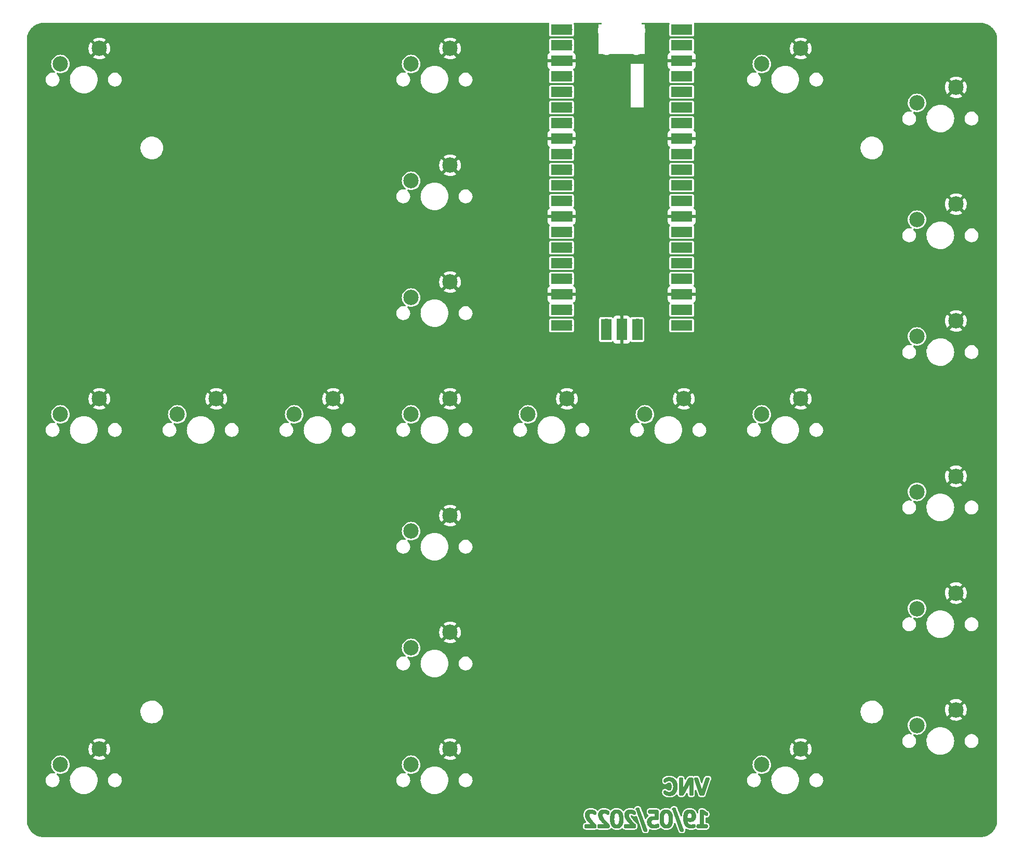
<source format=gbr>
%TF.GenerationSoftware,KiCad,Pcbnew,(6.0.4)*%
%TF.CreationDate,2022-05-22T16:26:11-03:00*%
%TF.ProjectId,G-Code_Keeb,472d436f-6465-45f4-9b65-65622e6b6963,1*%
%TF.SameCoordinates,Original*%
%TF.FileFunction,Copper,L2,Bot*%
%TF.FilePolarity,Positive*%
%FSLAX46Y46*%
G04 Gerber Fmt 4.6, Leading zero omitted, Abs format (unit mm)*
G04 Created by KiCad (PCBNEW (6.0.4)) date 2022-05-22 16:26:11*
%MOMM*%
%LPD*%
G01*
G04 APERTURE LIST*
%TA.AperFunction,NonConductor*%
%ADD10C,0.300000*%
%TD*%
%TA.AperFunction,ComponentPad*%
%ADD11C,2.500000*%
%TD*%
%TA.AperFunction,ComponentPad*%
%ADD12O,1.700000X1.700000*%
%TD*%
%TA.AperFunction,SMDPad,CuDef*%
%ADD13R,3.500000X1.700000*%
%TD*%
%TA.AperFunction,ComponentPad*%
%ADD14R,1.700000X1.700000*%
%TD*%
%TA.AperFunction,SMDPad,CuDef*%
%ADD15R,1.700000X3.500000*%
%TD*%
%TA.AperFunction,ViaPad*%
%ADD16C,0.800000*%
%TD*%
G04 APERTURE END LIST*
D10*
G36*
X130291512Y-151631157D02*
G01*
X130307726Y-151631344D01*
X130323035Y-151631656D01*
X130337440Y-151632092D01*
X130350940Y-151632654D01*
X130363536Y-151633341D01*
X130375228Y-151634154D01*
X130386015Y-151635092D01*
X130391094Y-151635645D01*
X130395995Y-151636280D01*
X130400719Y-151636996D01*
X130405264Y-151637793D01*
X130409632Y-151638671D01*
X130413823Y-151639631D01*
X130417835Y-151640673D01*
X130421670Y-151641795D01*
X130425328Y-151642999D01*
X130428807Y-151644283D01*
X130432109Y-151645649D01*
X130435234Y-151647096D01*
X130438181Y-151648624D01*
X130440950Y-151650233D01*
X130443542Y-151651922D01*
X130445956Y-151653693D01*
X130448208Y-151655560D01*
X130450315Y-151657540D01*
X130452277Y-151659633D01*
X130454094Y-151661838D01*
X130455765Y-151664156D01*
X130457291Y-151666587D01*
X130458671Y-151669130D01*
X130459906Y-151671786D01*
X130460996Y-151674555D01*
X130461941Y-151677436D01*
X130462740Y-151680430D01*
X130463394Y-151683536D01*
X130463902Y-151686755D01*
X130464265Y-151690087D01*
X130464483Y-151693532D01*
X130464556Y-151697089D01*
X130463815Y-151704081D01*
X130462621Y-151711658D01*
X130460975Y-151719818D01*
X130458876Y-151728562D01*
X130456325Y-151737891D01*
X130453321Y-151747804D01*
X130449865Y-151758302D01*
X130445956Y-151769385D01*
X129571593Y-154253989D01*
X129570041Y-154258050D01*
X129568489Y-154261983D01*
X129566937Y-154265787D01*
X129565385Y-154269463D01*
X129563834Y-154273011D01*
X129562283Y-154276432D01*
X129560733Y-154279724D01*
X129559183Y-154282889D01*
X129558136Y-154284204D01*
X129557056Y-154285498D01*
X129555943Y-154286773D01*
X129554798Y-154288027D01*
X129553621Y-154289261D01*
X129552411Y-154290475D01*
X129551168Y-154291668D01*
X129549893Y-154292842D01*
X129548586Y-154293994D01*
X129547246Y-154295127D01*
X129545873Y-154296239D01*
X129544468Y-154297330D01*
X129543031Y-154298401D01*
X129541561Y-154299451D01*
X129540058Y-154300481D01*
X129538523Y-154301490D01*
X129535359Y-154303574D01*
X129532065Y-154305581D01*
X129528642Y-154307510D01*
X129525090Y-154309361D01*
X129521408Y-154311135D01*
X129517596Y-154312830D01*
X129513655Y-154314447D01*
X129509585Y-154315985D01*
X129499889Y-154317986D01*
X129489423Y-154319983D01*
X129478184Y-154321981D01*
X129466173Y-154323981D01*
X129459842Y-154324919D01*
X129453252Y-154325732D01*
X129446404Y-154326419D01*
X129439298Y-154326981D01*
X129431933Y-154327418D01*
X129424311Y-154327730D01*
X129416431Y-154327917D01*
X129408293Y-154327979D01*
X129390077Y-154328851D01*
X129370568Y-154329476D01*
X129349767Y-154329852D01*
X129327673Y-154329978D01*
X129313009Y-154329915D01*
X129298991Y-154329729D01*
X129285619Y-154329417D01*
X129272893Y-154328980D01*
X129260814Y-154328418D01*
X129249381Y-154327731D01*
X129238594Y-154326918D01*
X129228453Y-154325980D01*
X129218372Y-154325313D01*
X129208809Y-154324469D01*
X129199764Y-154323448D01*
X129191236Y-154322249D01*
X129183226Y-154320873D01*
X129175734Y-154319319D01*
X129168759Y-154317589D01*
X129165466Y-154316657D01*
X129162302Y-154315680D01*
X129158992Y-154314629D01*
X129155778Y-154313528D01*
X129152662Y-154312378D01*
X129149642Y-154311180D01*
X129146719Y-154309932D01*
X129143894Y-154308636D01*
X129141165Y-154307290D01*
X129138532Y-154305896D01*
X129135997Y-154304452D01*
X129133559Y-154302959D01*
X129131217Y-154301418D01*
X129128973Y-154299827D01*
X129126825Y-154298188D01*
X129124774Y-154296499D01*
X129122820Y-154294762D01*
X129120962Y-154292975D01*
X129119183Y-154291132D01*
X129117451Y-154289224D01*
X129115766Y-154287253D01*
X129114130Y-154285216D01*
X129112542Y-154283116D01*
X129111002Y-154280951D01*
X129109509Y-154278722D01*
X129108064Y-154276429D01*
X129106668Y-154274072D01*
X129105319Y-154271650D01*
X129104018Y-154269164D01*
X129102765Y-154266614D01*
X129101559Y-154264000D01*
X129100402Y-154261322D01*
X129099292Y-154258580D01*
X129098231Y-154255774D01*
X128225890Y-151771521D01*
X128221990Y-151760436D01*
X128218540Y-151749932D01*
X128215540Y-151740009D01*
X128212990Y-151730668D01*
X128210890Y-151721908D01*
X128209239Y-151713729D01*
X128208583Y-151709858D01*
X128208039Y-151706133D01*
X128207608Y-151702553D01*
X128207289Y-151699118D01*
X128206847Y-151695561D01*
X128206550Y-151692117D01*
X128206398Y-151688785D01*
X128206391Y-151685566D01*
X128206529Y-151682459D01*
X128206813Y-151679465D01*
X128207242Y-151676584D01*
X128207816Y-151673815D01*
X128208535Y-151671160D01*
X128209400Y-151668616D01*
X128210410Y-151666186D01*
X128211565Y-151663868D01*
X128212865Y-151661662D01*
X128214311Y-151659570D01*
X128215902Y-151657590D01*
X128217638Y-151655722D01*
X128219285Y-151653939D01*
X128221126Y-151652238D01*
X128223160Y-151650620D01*
X128225389Y-151649085D01*
X128227811Y-151647632D01*
X128230427Y-151646263D01*
X128233237Y-151644977D01*
X128236241Y-151643773D01*
X128239438Y-151642652D01*
X128242830Y-151641614D01*
X128246415Y-151640658D01*
X128250194Y-151639786D01*
X128254167Y-151638996D01*
X128258334Y-151638289D01*
X128262694Y-151637664D01*
X128267248Y-151637122D01*
X128276970Y-151635716D01*
X128287530Y-151634498D01*
X128298931Y-151633468D01*
X128311171Y-151632624D01*
X128324252Y-151631968D01*
X128338172Y-151631500D01*
X128352932Y-151631219D01*
X128368532Y-151631125D01*
X128383647Y-151631187D01*
X128397987Y-151631374D01*
X128411552Y-151631686D01*
X128424342Y-151632123D01*
X128436358Y-151632685D01*
X128447598Y-151633372D01*
X128458063Y-151634185D01*
X128467753Y-151635123D01*
X128476799Y-151635790D01*
X128485328Y-151636634D01*
X128493339Y-151637655D01*
X128500833Y-151638854D01*
X128504386Y-151639520D01*
X128507809Y-151640230D01*
X128511103Y-151640985D01*
X128514268Y-151641783D01*
X128517303Y-151642627D01*
X128520209Y-151643514D01*
X128522986Y-151644446D01*
X128525633Y-151645423D01*
X128528165Y-151646474D01*
X128530600Y-151647575D01*
X128532939Y-151648724D01*
X128535181Y-151649923D01*
X128537327Y-151651171D01*
X128539377Y-151652467D01*
X128541330Y-151653813D01*
X128543187Y-151655207D01*
X128544947Y-151656651D01*
X128546611Y-151658144D01*
X128548178Y-151659685D01*
X128549650Y-151661276D01*
X128551025Y-151662915D01*
X128552303Y-151664604D01*
X128553485Y-151666341D01*
X128554571Y-151668128D01*
X128556606Y-151671879D01*
X128558577Y-151675887D01*
X128560483Y-151680152D01*
X128562324Y-151684674D01*
X128564100Y-151689453D01*
X128565812Y-151694489D01*
X128567459Y-151699780D01*
X128569041Y-151705329D01*
X129315249Y-153952216D01*
X129317351Y-153952216D01*
X130084231Y-151701194D01*
X130085270Y-151698640D01*
X130086326Y-151696150D01*
X130087399Y-151693726D01*
X130088487Y-151691366D01*
X130089592Y-151689071D01*
X130090714Y-151686841D01*
X130091852Y-151684675D01*
X130093006Y-151682574D01*
X130094177Y-151680538D01*
X130095364Y-151678566D01*
X130096567Y-151676660D01*
X130097787Y-151674818D01*
X130099024Y-151673041D01*
X130100276Y-151671328D01*
X130101546Y-151669680D01*
X130102831Y-151668097D01*
X130103905Y-151666284D01*
X130105060Y-151664523D01*
X130106295Y-151662815D01*
X130107611Y-151661159D01*
X130109008Y-151659556D01*
X130110486Y-151658006D01*
X130112044Y-151656508D01*
X130113683Y-151655062D01*
X130115403Y-151653670D01*
X130117203Y-151652329D01*
X130119085Y-151651042D01*
X130121047Y-151649807D01*
X130123089Y-151648624D01*
X130125213Y-151647494D01*
X130127417Y-151646417D01*
X130129702Y-151645392D01*
X130132092Y-151644378D01*
X130134611Y-151643414D01*
X130137259Y-151642499D01*
X130140037Y-151641633D01*
X130145979Y-151640049D01*
X130152438Y-151638663D01*
X130159415Y-151637474D01*
X130166907Y-151636483D01*
X130174917Y-151635689D01*
X130183443Y-151635092D01*
X130192098Y-151634154D01*
X130201529Y-151633341D01*
X130211734Y-151632654D01*
X130222716Y-151632092D01*
X130234472Y-151631656D01*
X130247004Y-151631344D01*
X130274393Y-151631095D01*
X130291512Y-151631157D01*
G37*
X130291512Y-151631157D02*
X130307726Y-151631344D01*
X130323035Y-151631656D01*
X130337440Y-151632092D01*
X130350940Y-151632654D01*
X130363536Y-151633341D01*
X130375228Y-151634154D01*
X130386015Y-151635092D01*
X130391094Y-151635645D01*
X130395995Y-151636280D01*
X130400719Y-151636996D01*
X130405264Y-151637793D01*
X130409632Y-151638671D01*
X130413823Y-151639631D01*
X130417835Y-151640673D01*
X130421670Y-151641795D01*
X130425328Y-151642999D01*
X130428807Y-151644283D01*
X130432109Y-151645649D01*
X130435234Y-151647096D01*
X130438181Y-151648624D01*
X130440950Y-151650233D01*
X130443542Y-151651922D01*
X130445956Y-151653693D01*
X130448208Y-151655560D01*
X130450315Y-151657540D01*
X130452277Y-151659633D01*
X130454094Y-151661838D01*
X130455765Y-151664156D01*
X130457291Y-151666587D01*
X130458671Y-151669130D01*
X130459906Y-151671786D01*
X130460996Y-151674555D01*
X130461941Y-151677436D01*
X130462740Y-151680430D01*
X130463394Y-151683536D01*
X130463902Y-151686755D01*
X130464265Y-151690087D01*
X130464483Y-151693532D01*
X130464556Y-151697089D01*
X130463815Y-151704081D01*
X130462621Y-151711658D01*
X130460975Y-151719818D01*
X130458876Y-151728562D01*
X130456325Y-151737891D01*
X130453321Y-151747804D01*
X130449865Y-151758302D01*
X130445956Y-151769385D01*
X129571593Y-154253989D01*
X129570041Y-154258050D01*
X129568489Y-154261983D01*
X129566937Y-154265787D01*
X129565385Y-154269463D01*
X129563834Y-154273011D01*
X129562283Y-154276432D01*
X129560733Y-154279724D01*
X129559183Y-154282889D01*
X129558136Y-154284204D01*
X129557056Y-154285498D01*
X129555943Y-154286773D01*
X129554798Y-154288027D01*
X129553621Y-154289261D01*
X129552411Y-154290475D01*
X129551168Y-154291668D01*
X129549893Y-154292842D01*
X129548586Y-154293994D01*
X129547246Y-154295127D01*
X129545873Y-154296239D01*
X129544468Y-154297330D01*
X129543031Y-154298401D01*
X129541561Y-154299451D01*
X129540058Y-154300481D01*
X129538523Y-154301490D01*
X129535359Y-154303574D01*
X129532065Y-154305581D01*
X129528642Y-154307510D01*
X129525090Y-154309361D01*
X129521408Y-154311135D01*
X129517596Y-154312830D01*
X129513655Y-154314447D01*
X129509585Y-154315985D01*
X129499889Y-154317986D01*
X129489423Y-154319983D01*
X129478184Y-154321981D01*
X129466173Y-154323981D01*
X129459842Y-154324919D01*
X129453252Y-154325732D01*
X129446404Y-154326419D01*
X129439298Y-154326981D01*
X129431933Y-154327418D01*
X129424311Y-154327730D01*
X129416431Y-154327917D01*
X129408293Y-154327979D01*
X129390077Y-154328851D01*
X129370568Y-154329476D01*
X129349767Y-154329852D01*
X129327673Y-154329978D01*
X129313009Y-154329915D01*
X129298991Y-154329729D01*
X129285619Y-154329417D01*
X129272893Y-154328980D01*
X129260814Y-154328418D01*
X129249381Y-154327731D01*
X129238594Y-154326918D01*
X129228453Y-154325980D01*
X129218372Y-154325313D01*
X129208809Y-154324469D01*
X129199764Y-154323448D01*
X129191236Y-154322249D01*
X129183226Y-154320873D01*
X129175734Y-154319319D01*
X129168759Y-154317589D01*
X129165466Y-154316657D01*
X129162302Y-154315680D01*
X129158992Y-154314629D01*
X129155778Y-154313528D01*
X129152662Y-154312378D01*
X129149642Y-154311180D01*
X129146719Y-154309932D01*
X129143894Y-154308636D01*
X129141165Y-154307290D01*
X129138532Y-154305896D01*
X129135997Y-154304452D01*
X129133559Y-154302959D01*
X129131217Y-154301418D01*
X129128973Y-154299827D01*
X129126825Y-154298188D01*
X129124774Y-154296499D01*
X129122820Y-154294762D01*
X129120962Y-154292975D01*
X129119183Y-154291132D01*
X129117451Y-154289224D01*
X129115766Y-154287253D01*
X129114130Y-154285216D01*
X129112542Y-154283116D01*
X129111002Y-154280951D01*
X129109509Y-154278722D01*
X129108064Y-154276429D01*
X129106668Y-154274072D01*
X129105319Y-154271650D01*
X129104018Y-154269164D01*
X129102765Y-154266614D01*
X129101559Y-154264000D01*
X129100402Y-154261322D01*
X129099292Y-154258580D01*
X129098231Y-154255774D01*
X128225890Y-151771521D01*
X128221990Y-151760436D01*
X128218540Y-151749932D01*
X128215540Y-151740009D01*
X128212990Y-151730668D01*
X128210890Y-151721908D01*
X128209239Y-151713729D01*
X128208583Y-151709858D01*
X128208039Y-151706133D01*
X128207608Y-151702553D01*
X128207289Y-151699118D01*
X128206847Y-151695561D01*
X128206550Y-151692117D01*
X128206398Y-151688785D01*
X128206391Y-151685566D01*
X128206529Y-151682459D01*
X128206813Y-151679465D01*
X128207242Y-151676584D01*
X128207816Y-151673815D01*
X128208535Y-151671160D01*
X128209400Y-151668616D01*
X128210410Y-151666186D01*
X128211565Y-151663868D01*
X128212865Y-151661662D01*
X128214311Y-151659570D01*
X128215902Y-151657590D01*
X128217638Y-151655722D01*
X128219285Y-151653939D01*
X128221126Y-151652238D01*
X128223160Y-151650620D01*
X128225389Y-151649085D01*
X128227811Y-151647632D01*
X128230427Y-151646263D01*
X128233237Y-151644977D01*
X128236241Y-151643773D01*
X128239438Y-151642652D01*
X128242830Y-151641614D01*
X128246415Y-151640658D01*
X128250194Y-151639786D01*
X128254167Y-151638996D01*
X128258334Y-151638289D01*
X128262694Y-151637664D01*
X128267248Y-151637122D01*
X128276970Y-151635716D01*
X128287530Y-151634498D01*
X128298931Y-151633468D01*
X128311171Y-151632624D01*
X128324252Y-151631968D01*
X128338172Y-151631500D01*
X128352932Y-151631219D01*
X128368532Y-151631125D01*
X128383647Y-151631187D01*
X128397987Y-151631374D01*
X128411552Y-151631686D01*
X128424342Y-151632123D01*
X128436358Y-151632685D01*
X128447598Y-151633372D01*
X128458063Y-151634185D01*
X128467753Y-151635123D01*
X128476799Y-151635790D01*
X128485328Y-151636634D01*
X128493339Y-151637655D01*
X128500833Y-151638854D01*
X128504386Y-151639520D01*
X128507809Y-151640230D01*
X128511103Y-151640985D01*
X128514268Y-151641783D01*
X128517303Y-151642627D01*
X128520209Y-151643514D01*
X128522986Y-151644446D01*
X128525633Y-151645423D01*
X128528165Y-151646474D01*
X128530600Y-151647575D01*
X128532939Y-151648724D01*
X128535181Y-151649923D01*
X128537327Y-151651171D01*
X128539377Y-151652467D01*
X128541330Y-151653813D01*
X128543187Y-151655207D01*
X128544947Y-151656651D01*
X128546611Y-151658144D01*
X128548178Y-151659685D01*
X128549650Y-151661276D01*
X128551025Y-151662915D01*
X128552303Y-151664604D01*
X128553485Y-151666341D01*
X128554571Y-151668128D01*
X128556606Y-151671879D01*
X128558577Y-151675887D01*
X128560483Y-151680152D01*
X128562324Y-151684674D01*
X128564100Y-151689453D01*
X128565812Y-151694489D01*
X128567459Y-151699780D01*
X128569041Y-151705329D01*
X129315249Y-153952216D01*
X129317351Y-153952216D01*
X130084231Y-151701194D01*
X130085270Y-151698640D01*
X130086326Y-151696150D01*
X130087399Y-151693726D01*
X130088487Y-151691366D01*
X130089592Y-151689071D01*
X130090714Y-151686841D01*
X130091852Y-151684675D01*
X130093006Y-151682574D01*
X130094177Y-151680538D01*
X130095364Y-151678566D01*
X130096567Y-151676660D01*
X130097787Y-151674818D01*
X130099024Y-151673041D01*
X130100276Y-151671328D01*
X130101546Y-151669680D01*
X130102831Y-151668097D01*
X130103905Y-151666284D01*
X130105060Y-151664523D01*
X130106295Y-151662815D01*
X130107611Y-151661159D01*
X130109008Y-151659556D01*
X130110486Y-151658006D01*
X130112044Y-151656508D01*
X130113683Y-151655062D01*
X130115403Y-151653670D01*
X130117203Y-151652329D01*
X130119085Y-151651042D01*
X130121047Y-151649807D01*
X130123089Y-151648624D01*
X130125213Y-151647494D01*
X130127417Y-151646417D01*
X130129702Y-151645392D01*
X130132092Y-151644378D01*
X130134611Y-151643414D01*
X130137259Y-151642499D01*
X130140037Y-151641633D01*
X130145979Y-151640049D01*
X130152438Y-151638663D01*
X130159415Y-151637474D01*
X130166907Y-151636483D01*
X130174917Y-151635689D01*
X130183443Y-151635092D01*
X130192098Y-151634154D01*
X130201529Y-151633341D01*
X130211734Y-151632654D01*
X130222716Y-151632092D01*
X130234472Y-151631656D01*
X130247004Y-151631344D01*
X130274393Y-151631095D01*
X130291512Y-151631157D01*
G36*
X118883134Y-156571129D02*
G01*
X118893403Y-156571316D01*
X118903285Y-156571627D01*
X118912780Y-156572064D01*
X118921888Y-156572626D01*
X118930608Y-156573313D01*
X118938941Y-156574126D01*
X118946886Y-156575064D01*
X118950723Y-156575360D01*
X118954479Y-156575719D01*
X118958154Y-156576142D01*
X118961749Y-156576629D01*
X118965262Y-156577181D01*
X118968694Y-156577796D01*
X118972046Y-156578475D01*
X118975316Y-156579219D01*
X118978506Y-156580026D01*
X118981615Y-156580897D01*
X118984643Y-156581833D01*
X118987589Y-156582832D01*
X118990455Y-156583895D01*
X118993240Y-156585023D01*
X118995945Y-156586214D01*
X118998568Y-156587470D01*
X119000877Y-156588540D01*
X119003154Y-156589674D01*
X119005398Y-156590872D01*
X119007610Y-156592134D01*
X119009790Y-156593459D01*
X119011938Y-156594849D01*
X119014053Y-156596302D01*
X119016136Y-156597819D01*
X119018186Y-156599400D01*
X119020204Y-156601046D01*
X119022191Y-156602755D01*
X119024144Y-156604529D01*
X119026066Y-156606366D01*
X119027955Y-156608268D01*
X119029813Y-156610235D01*
X119031637Y-156612265D01*
X119033167Y-156614114D01*
X119034664Y-156616060D01*
X119036130Y-156618105D01*
X119037563Y-156620247D01*
X119038966Y-156622487D01*
X119040336Y-156624825D01*
X119041675Y-156627261D01*
X119042982Y-156629794D01*
X119044257Y-156632425D01*
X119045501Y-156635153D01*
X119046713Y-156637979D01*
X119047893Y-156640903D01*
X119049042Y-156643924D01*
X119050159Y-156647042D01*
X119052298Y-156653571D01*
X120302870Y-160082816D01*
X120304356Y-160086145D01*
X120305712Y-160089410D01*
X120306940Y-160092610D01*
X120308039Y-160095745D01*
X120309009Y-160098815D01*
X120309850Y-160101821D01*
X120310563Y-160104762D01*
X120311146Y-160107638D01*
X120311601Y-160110450D01*
X120311926Y-160113196D01*
X120312123Y-160115878D01*
X120312190Y-160118496D01*
X120312129Y-160121048D01*
X120311939Y-160123536D01*
X120311619Y-160125959D01*
X120311171Y-160128318D01*
X120310598Y-160130872D01*
X120309912Y-160133361D01*
X120309113Y-160135785D01*
X120308201Y-160138145D01*
X120307176Y-160140440D01*
X120306038Y-160142671D01*
X120304787Y-160144836D01*
X120303423Y-160146937D01*
X120301946Y-160148973D01*
X120300355Y-160150945D01*
X120298652Y-160152851D01*
X120296836Y-160154693D01*
X120294906Y-160156471D01*
X120292864Y-160158183D01*
X120290708Y-160159831D01*
X120288439Y-160161414D01*
X120286056Y-160163219D01*
X120283560Y-160164957D01*
X120280951Y-160166626D01*
X120278229Y-160168226D01*
X120275394Y-160169759D01*
X120272446Y-160171223D01*
X120269385Y-160172619D01*
X120266212Y-160173947D01*
X120262925Y-160175207D01*
X120259526Y-160176399D01*
X120256013Y-160177522D01*
X120252388Y-160178578D01*
X120248650Y-160179565D01*
X120244799Y-160180485D01*
X120240835Y-160181337D01*
X120236758Y-160182120D01*
X120227714Y-160183993D01*
X120218154Y-160185616D01*
X120208078Y-160186990D01*
X120197484Y-160188115D01*
X120186373Y-160188990D01*
X120174745Y-160189615D01*
X120162601Y-160189991D01*
X120149939Y-160190116D01*
X120139312Y-160190053D01*
X120129137Y-160189867D01*
X120119415Y-160189555D01*
X120110145Y-160189118D01*
X120101327Y-160188556D01*
X120092962Y-160187869D01*
X120085050Y-160187056D01*
X120077589Y-160186118D01*
X120069996Y-160184958D01*
X120062727Y-160183686D01*
X120055781Y-160182303D01*
X120049159Y-160180808D01*
X120042861Y-160179201D01*
X120036886Y-160177483D01*
X120031235Y-160175654D01*
X120025908Y-160173712D01*
X120023357Y-160172642D01*
X120020871Y-160171508D01*
X120018450Y-160170310D01*
X120016093Y-160169049D01*
X120013801Y-160167723D01*
X120011573Y-160166334D01*
X120009409Y-160164880D01*
X120007310Y-160163363D01*
X120005276Y-160161782D01*
X120003306Y-160160137D01*
X120001400Y-160158427D01*
X119999559Y-160156654D01*
X119997782Y-160154816D01*
X119996070Y-160152914D01*
X119994422Y-160150948D01*
X119992838Y-160148917D01*
X119991058Y-160147068D01*
X119989326Y-160145122D01*
X119987642Y-160143077D01*
X119986006Y-160140935D01*
X119984418Y-160138695D01*
X119982877Y-160136357D01*
X119981385Y-160133922D01*
X119979940Y-160131388D01*
X119978544Y-160128758D01*
X119977195Y-160126029D01*
X119975894Y-160123203D01*
X119974641Y-160120280D01*
X119973435Y-160117259D01*
X119972278Y-160114140D01*
X119971168Y-160110924D01*
X119970106Y-160107611D01*
X118719511Y-156678260D01*
X118718280Y-156674933D01*
X118717161Y-156671655D01*
X118716155Y-156668424D01*
X118715261Y-156665241D01*
X118714480Y-156662106D01*
X118713811Y-156659019D01*
X118713255Y-156655979D01*
X118712811Y-156652987D01*
X118712480Y-156650043D01*
X118712261Y-156647146D01*
X118712155Y-156644296D01*
X118712162Y-156641494D01*
X118712280Y-156638739D01*
X118712512Y-156636032D01*
X118712856Y-156633372D01*
X118713312Y-156630759D01*
X118713885Y-156628205D01*
X118714571Y-156625716D01*
X118715370Y-156623291D01*
X118716282Y-156620931D01*
X118717307Y-156618636D01*
X118718445Y-156616406D01*
X118719696Y-156614240D01*
X118721061Y-156612139D01*
X118722538Y-156610103D01*
X118724128Y-156608132D01*
X118725831Y-156606225D01*
X118727648Y-156604383D01*
X118729577Y-156602606D01*
X118731620Y-156600893D01*
X118733775Y-156599246D01*
X118736044Y-156597663D01*
X118738427Y-156596112D01*
X118740924Y-156594614D01*
X118743533Y-156593167D01*
X118746255Y-156591772D01*
X118749089Y-156590428D01*
X118752037Y-156589137D01*
X118755098Y-156587897D01*
X118758272Y-156586709D01*
X118761558Y-156585572D01*
X118764958Y-156584488D01*
X118768470Y-156583454D01*
X118772095Y-156582473D01*
X118779685Y-156580664D01*
X118787726Y-156579062D01*
X118796284Y-156577190D01*
X118805423Y-156575566D01*
X118815145Y-156574192D01*
X118825448Y-156573067D01*
X118836333Y-156572192D01*
X118847799Y-156571567D01*
X118859847Y-156571192D01*
X118872477Y-156571067D01*
X118883134Y-156571129D01*
G37*
X118883134Y-156571129D02*
X118893403Y-156571316D01*
X118903285Y-156571627D01*
X118912780Y-156572064D01*
X118921888Y-156572626D01*
X118930608Y-156573313D01*
X118938941Y-156574126D01*
X118946886Y-156575064D01*
X118950723Y-156575360D01*
X118954479Y-156575719D01*
X118958154Y-156576142D01*
X118961749Y-156576629D01*
X118965262Y-156577181D01*
X118968694Y-156577796D01*
X118972046Y-156578475D01*
X118975316Y-156579219D01*
X118978506Y-156580026D01*
X118981615Y-156580897D01*
X118984643Y-156581833D01*
X118987589Y-156582832D01*
X118990455Y-156583895D01*
X118993240Y-156585023D01*
X118995945Y-156586214D01*
X118998568Y-156587470D01*
X119000877Y-156588540D01*
X119003154Y-156589674D01*
X119005398Y-156590872D01*
X119007610Y-156592134D01*
X119009790Y-156593459D01*
X119011938Y-156594849D01*
X119014053Y-156596302D01*
X119016136Y-156597819D01*
X119018186Y-156599400D01*
X119020204Y-156601046D01*
X119022191Y-156602755D01*
X119024144Y-156604529D01*
X119026066Y-156606366D01*
X119027955Y-156608268D01*
X119029813Y-156610235D01*
X119031637Y-156612265D01*
X119033167Y-156614114D01*
X119034664Y-156616060D01*
X119036130Y-156618105D01*
X119037563Y-156620247D01*
X119038966Y-156622487D01*
X119040336Y-156624825D01*
X119041675Y-156627261D01*
X119042982Y-156629794D01*
X119044257Y-156632425D01*
X119045501Y-156635153D01*
X119046713Y-156637979D01*
X119047893Y-156640903D01*
X119049042Y-156643924D01*
X119050159Y-156647042D01*
X119052298Y-156653571D01*
X120302870Y-160082816D01*
X120304356Y-160086145D01*
X120305712Y-160089410D01*
X120306940Y-160092610D01*
X120308039Y-160095745D01*
X120309009Y-160098815D01*
X120309850Y-160101821D01*
X120310563Y-160104762D01*
X120311146Y-160107638D01*
X120311601Y-160110450D01*
X120311926Y-160113196D01*
X120312123Y-160115878D01*
X120312190Y-160118496D01*
X120312129Y-160121048D01*
X120311939Y-160123536D01*
X120311619Y-160125959D01*
X120311171Y-160128318D01*
X120310598Y-160130872D01*
X120309912Y-160133361D01*
X120309113Y-160135785D01*
X120308201Y-160138145D01*
X120307176Y-160140440D01*
X120306038Y-160142671D01*
X120304787Y-160144836D01*
X120303423Y-160146937D01*
X120301946Y-160148973D01*
X120300355Y-160150945D01*
X120298652Y-160152851D01*
X120296836Y-160154693D01*
X120294906Y-160156471D01*
X120292864Y-160158183D01*
X120290708Y-160159831D01*
X120288439Y-160161414D01*
X120286056Y-160163219D01*
X120283560Y-160164957D01*
X120280951Y-160166626D01*
X120278229Y-160168226D01*
X120275394Y-160169759D01*
X120272446Y-160171223D01*
X120269385Y-160172619D01*
X120266212Y-160173947D01*
X120262925Y-160175207D01*
X120259526Y-160176399D01*
X120256013Y-160177522D01*
X120252388Y-160178578D01*
X120248650Y-160179565D01*
X120244799Y-160180485D01*
X120240835Y-160181337D01*
X120236758Y-160182120D01*
X120227714Y-160183993D01*
X120218154Y-160185616D01*
X120208078Y-160186990D01*
X120197484Y-160188115D01*
X120186373Y-160188990D01*
X120174745Y-160189615D01*
X120162601Y-160189991D01*
X120149939Y-160190116D01*
X120139312Y-160190053D01*
X120129137Y-160189867D01*
X120119415Y-160189555D01*
X120110145Y-160189118D01*
X120101327Y-160188556D01*
X120092962Y-160187869D01*
X120085050Y-160187056D01*
X120077589Y-160186118D01*
X120069996Y-160184958D01*
X120062727Y-160183686D01*
X120055781Y-160182303D01*
X120049159Y-160180808D01*
X120042861Y-160179201D01*
X120036886Y-160177483D01*
X120031235Y-160175654D01*
X120025908Y-160173712D01*
X120023357Y-160172642D01*
X120020871Y-160171508D01*
X120018450Y-160170310D01*
X120016093Y-160169049D01*
X120013801Y-160167723D01*
X120011573Y-160166334D01*
X120009409Y-160164880D01*
X120007310Y-160163363D01*
X120005276Y-160161782D01*
X120003306Y-160160137D01*
X120001400Y-160158427D01*
X119999559Y-160156654D01*
X119997782Y-160154816D01*
X119996070Y-160152914D01*
X119994422Y-160150948D01*
X119992838Y-160148917D01*
X119991058Y-160147068D01*
X119989326Y-160145122D01*
X119987642Y-160143077D01*
X119986006Y-160140935D01*
X119984418Y-160138695D01*
X119982877Y-160136357D01*
X119981385Y-160133922D01*
X119979940Y-160131388D01*
X119978544Y-160128758D01*
X119977195Y-160126029D01*
X119975894Y-160123203D01*
X119974641Y-160120280D01*
X119973435Y-160117259D01*
X119972278Y-160114140D01*
X119971168Y-160110924D01*
X119970106Y-160107611D01*
X118719511Y-156678260D01*
X118718280Y-156674933D01*
X118717161Y-156671655D01*
X118716155Y-156668424D01*
X118715261Y-156665241D01*
X118714480Y-156662106D01*
X118713811Y-156659019D01*
X118713255Y-156655979D01*
X118712811Y-156652987D01*
X118712480Y-156650043D01*
X118712261Y-156647146D01*
X118712155Y-156644296D01*
X118712162Y-156641494D01*
X118712280Y-156638739D01*
X118712512Y-156636032D01*
X118712856Y-156633372D01*
X118713312Y-156630759D01*
X118713885Y-156628205D01*
X118714571Y-156625716D01*
X118715370Y-156623291D01*
X118716282Y-156620931D01*
X118717307Y-156618636D01*
X118718445Y-156616406D01*
X118719696Y-156614240D01*
X118721061Y-156612139D01*
X118722538Y-156610103D01*
X118724128Y-156608132D01*
X118725831Y-156606225D01*
X118727648Y-156604383D01*
X118729577Y-156602606D01*
X118731620Y-156600893D01*
X118733775Y-156599246D01*
X118736044Y-156597663D01*
X118738427Y-156596112D01*
X118740924Y-156594614D01*
X118743533Y-156593167D01*
X118746255Y-156591772D01*
X118749089Y-156590428D01*
X118752037Y-156589137D01*
X118755098Y-156587897D01*
X118758272Y-156586709D01*
X118761558Y-156585572D01*
X118764958Y-156584488D01*
X118768470Y-156583454D01*
X118772095Y-156582473D01*
X118779685Y-156580664D01*
X118787726Y-156579062D01*
X118796284Y-156577190D01*
X118805423Y-156575566D01*
X118815145Y-156574192D01*
X118825448Y-156573067D01*
X118836333Y-156572192D01*
X118847799Y-156571567D01*
X118859847Y-156571192D01*
X118872477Y-156571067D01*
X118883134Y-156571129D01*
G36*
X122001123Y-156934935D02*
G01*
X122008302Y-156935323D01*
X122015271Y-156935969D01*
X122022030Y-156936874D01*
X122028579Y-156938038D01*
X122034918Y-156939460D01*
X122041047Y-156941140D01*
X122046966Y-156943080D01*
X122052675Y-156945278D01*
X122058174Y-156947734D01*
X122063463Y-156950449D01*
X122068541Y-156953422D01*
X122073410Y-156956654D01*
X122078069Y-156960145D01*
X122082518Y-156963894D01*
X122086756Y-156967902D01*
X122090511Y-156972173D01*
X122094024Y-156976720D01*
X122097294Y-156981540D01*
X122100322Y-156986636D01*
X122103108Y-156992006D01*
X122105652Y-156997650D01*
X122107954Y-157003569D01*
X122110013Y-157009763D01*
X122111830Y-157016230D01*
X122113405Y-157022973D01*
X122114737Y-157029990D01*
X122115827Y-157037281D01*
X122116675Y-157044847D01*
X122117281Y-157052687D01*
X122117645Y-157060801D01*
X122117766Y-157069190D01*
X122117766Y-158158530D01*
X122117669Y-158167892D01*
X122117378Y-158176868D01*
X122116894Y-158185456D01*
X122116216Y-158193657D01*
X122115345Y-158201472D01*
X122114280Y-158208899D01*
X122113021Y-158215939D01*
X122111568Y-158222592D01*
X122109922Y-158228858D01*
X122108082Y-158234737D01*
X122106048Y-158240228D01*
X122103821Y-158245333D01*
X122101400Y-158250050D01*
X122098785Y-158254380D01*
X122095976Y-158258322D01*
X122092974Y-158261878D01*
X122089745Y-158265134D01*
X122086257Y-158268181D01*
X122082511Y-158271018D01*
X122078507Y-158273645D01*
X122074244Y-158276062D01*
X122069722Y-158278268D01*
X122064942Y-158280265D01*
X122059904Y-158282052D01*
X122054607Y-158283628D01*
X122049052Y-158284995D01*
X122043238Y-158286151D01*
X122037166Y-158287097D01*
X122030836Y-158287833D01*
X122024247Y-158288358D01*
X122017400Y-158288674D01*
X122010294Y-158288779D01*
X121990464Y-158288585D01*
X121970246Y-158288004D01*
X121949640Y-158287035D01*
X121928646Y-158285678D01*
X121907265Y-158283933D01*
X121885496Y-158281801D01*
X121863340Y-158279281D01*
X121840796Y-158276374D01*
X121817509Y-158273466D01*
X121793123Y-158270946D01*
X121767640Y-158268814D01*
X121741058Y-158267070D01*
X121713378Y-158265713D01*
X121684601Y-158264744D01*
X121654725Y-158264162D01*
X121623751Y-158263968D01*
X121580084Y-158264485D01*
X121537968Y-158266037D01*
X121497402Y-158268622D01*
X121458387Y-158272242D01*
X121420921Y-158276896D01*
X121385007Y-158282585D01*
X121350642Y-158289308D01*
X121317828Y-158297065D01*
X121301986Y-158301078D01*
X121286499Y-158305366D01*
X121271367Y-158309927D01*
X121256591Y-158314763D01*
X121242170Y-158319873D01*
X121228104Y-158325256D01*
X121214394Y-158330914D01*
X121201039Y-158336846D01*
X121188039Y-158343052D01*
X121175394Y-158349532D01*
X121163105Y-158356287D01*
X121151171Y-158363315D01*
X121139593Y-158370618D01*
X121128369Y-158378195D01*
X121117502Y-158386046D01*
X121106989Y-158394171D01*
X121096573Y-158402319D01*
X121086511Y-158410742D01*
X121076805Y-158419438D01*
X121067455Y-158428409D01*
X121058460Y-158437655D01*
X121049820Y-158447174D01*
X121041535Y-158456968D01*
X121033606Y-158467036D01*
X121026033Y-158477378D01*
X121018814Y-158487995D01*
X121011951Y-158498886D01*
X121005443Y-158510051D01*
X120999291Y-158521491D01*
X120993494Y-158533205D01*
X120988052Y-158545193D01*
X120982966Y-158557456D01*
X120977960Y-158569722D01*
X120973276Y-158582230D01*
X120968916Y-158594980D01*
X120964879Y-158607973D01*
X120961165Y-158621207D01*
X120957774Y-158634684D01*
X120954706Y-158648403D01*
X120951960Y-158662364D01*
X120949538Y-158676567D01*
X120947439Y-158691012D01*
X120945663Y-158705699D01*
X120944209Y-158720628D01*
X120943079Y-158735800D01*
X120942272Y-158751214D01*
X120941787Y-158766869D01*
X120941626Y-158782767D01*
X120941812Y-158801710D01*
X120942369Y-158820297D01*
X120943297Y-158838530D01*
X120944597Y-158856407D01*
X120946268Y-158873929D01*
X120948311Y-158891095D01*
X120950725Y-158907907D01*
X120953511Y-158924363D01*
X120956667Y-158940464D01*
X120960196Y-158956209D01*
X120964095Y-158971599D01*
X120968366Y-158986634D01*
X120973009Y-159001314D01*
X120978023Y-159015638D01*
X120983408Y-159029606D01*
X120989165Y-159043219D01*
X120995253Y-159056257D01*
X121001632Y-159069021D01*
X121008302Y-159081511D01*
X121015262Y-159093727D01*
X121022513Y-159105669D01*
X121030055Y-159117337D01*
X121037887Y-159128730D01*
X121046010Y-159139849D01*
X121054424Y-159150694D01*
X121063128Y-159161265D01*
X121072123Y-159171561D01*
X121081409Y-159181583D01*
X121090985Y-159191330D01*
X121100852Y-159200803D01*
X121111010Y-159210001D01*
X121121458Y-159218924D01*
X121131922Y-159227562D01*
X121142645Y-159235910D01*
X121153626Y-159243968D01*
X121164865Y-159251734D01*
X121176363Y-159259211D01*
X121188119Y-159266397D01*
X121200134Y-159273293D01*
X121212407Y-159279898D01*
X121224939Y-159286213D01*
X121237729Y-159292238D01*
X121250777Y-159297972D01*
X121264084Y-159303416D01*
X121277649Y-159308569D01*
X121291473Y-159313432D01*
X121305555Y-159318005D01*
X121319895Y-159322287D01*
X121349188Y-159330044D01*
X121379193Y-159336767D01*
X121409907Y-159342455D01*
X121441333Y-159347110D01*
X121473469Y-159350729D01*
X121506316Y-159353315D01*
X121539873Y-159354867D01*
X121574141Y-159355384D01*
X121610735Y-159354963D01*
X121646101Y-159353702D01*
X121680240Y-159351599D01*
X121713152Y-159348656D01*
X121744837Y-159344873D01*
X121775294Y-159340250D01*
X121804523Y-159334786D01*
X121832526Y-159328482D01*
X121858881Y-159321728D01*
X121884203Y-159314910D01*
X121908491Y-159308029D01*
X121931745Y-159301085D01*
X121953966Y-159294079D01*
X121975153Y-159287009D01*
X121995306Y-159279876D01*
X122014426Y-159272681D01*
X122032059Y-159265025D01*
X122048789Y-159257563D01*
X122064614Y-159250296D01*
X122079535Y-159243224D01*
X122093552Y-159236346D01*
X122106665Y-159229663D01*
X122118874Y-159223174D01*
X122130179Y-159216880D01*
X122135517Y-159213623D01*
X122140678Y-159210576D01*
X122145661Y-159207739D01*
X122150466Y-159205112D01*
X122155093Y-159202696D01*
X122159542Y-159200489D01*
X122163814Y-159198492D01*
X122167908Y-159196706D01*
X122171824Y-159195129D01*
X122175562Y-159193763D01*
X122179122Y-159192606D01*
X122182505Y-159191660D01*
X122185710Y-159190925D01*
X122188737Y-159190399D01*
X122191586Y-159190083D01*
X122194258Y-159189978D01*
X122196057Y-159190010D01*
X122197841Y-159190103D01*
X122199608Y-159190260D01*
X122201360Y-159190479D01*
X122203095Y-159190760D01*
X122204815Y-159191104D01*
X122206518Y-159191510D01*
X122208206Y-159191979D01*
X122209877Y-159192510D01*
X122211532Y-159193104D01*
X122213172Y-159193760D01*
X122214795Y-159194478D01*
X122216403Y-159195259D01*
X122217994Y-159196101D01*
X122219569Y-159197007D01*
X122221129Y-159197974D01*
X122222408Y-159199053D01*
X122223672Y-159200211D01*
X122224921Y-159201450D01*
X122226154Y-159202769D01*
X122227371Y-159204169D01*
X122228572Y-159205649D01*
X122229758Y-159207209D01*
X122230928Y-159208850D01*
X122232083Y-159210571D01*
X122233222Y-159212372D01*
X122234345Y-159214255D01*
X122235453Y-159216217D01*
X122236546Y-159218261D01*
X122237622Y-159220385D01*
X122238684Y-159222590D01*
X122239729Y-159224875D01*
X122240751Y-159226998D01*
X122241741Y-159229216D01*
X122243620Y-159233942D01*
X122245369Y-159239052D01*
X122246985Y-159244548D01*
X122248471Y-159250428D01*
X122249825Y-159256693D01*
X122251047Y-159263342D01*
X122252138Y-159270377D01*
X122253058Y-159284338D01*
X122253714Y-159299327D01*
X122254109Y-159315339D01*
X122254240Y-159332373D01*
X122254109Y-159350329D01*
X122253714Y-159366999D01*
X122253419Y-159374852D01*
X122253058Y-159382383D01*
X122252631Y-159389591D01*
X122252138Y-159396476D01*
X122251582Y-159403069D01*
X122250964Y-159409404D01*
X122250283Y-159415481D01*
X122249540Y-159421298D01*
X122248734Y-159426856D01*
X122247865Y-159432155D01*
X122246934Y-159437196D01*
X122245940Y-159441977D01*
X122244387Y-159446038D01*
X122242835Y-159449971D01*
X122241284Y-159453775D01*
X122239732Y-159457452D01*
X122238181Y-159461000D01*
X122236630Y-159464420D01*
X122235080Y-159467712D01*
X122233530Y-159470877D01*
X122232724Y-159472436D01*
X122231853Y-159474012D01*
X122230918Y-159475603D01*
X122229918Y-159477211D01*
X122228853Y-159478836D01*
X122227723Y-159480477D01*
X122226529Y-159482134D01*
X122225270Y-159483807D01*
X122223947Y-159485497D01*
X122222558Y-159487203D01*
X122221105Y-159488925D01*
X122219588Y-159490664D01*
X122216358Y-159494189D01*
X122212870Y-159497779D01*
X122210649Y-159499633D01*
X122208121Y-159501567D01*
X122202145Y-159505678D01*
X122194942Y-159510110D01*
X122186511Y-159514863D01*
X122176854Y-159519937D01*
X122165970Y-159525332D01*
X122153859Y-159531049D01*
X122140520Y-159537085D01*
X122126082Y-159543316D01*
X122110674Y-159549613D01*
X122094298Y-159555977D01*
X122076954Y-159562407D01*
X122058642Y-159568903D01*
X122039360Y-159575464D01*
X122019111Y-159582091D01*
X121997893Y-159588782D01*
X121975801Y-159594855D01*
X121952935Y-159600667D01*
X121929293Y-159606219D01*
X121904876Y-159611512D01*
X121879683Y-159616545D01*
X121853716Y-159621318D01*
X121826973Y-159625833D01*
X121799456Y-159630088D01*
X121771357Y-159634449D01*
X121742871Y-159638227D01*
X121713996Y-159641425D01*
X121684735Y-159644040D01*
X121655085Y-159646074D01*
X121625048Y-159647526D01*
X121594623Y-159648398D01*
X121563811Y-159648688D01*
X121508645Y-159647752D01*
X121454772Y-159644943D01*
X121402191Y-159640262D01*
X121350902Y-159633710D01*
X121325742Y-159629731D01*
X121300905Y-159625285D01*
X121276391Y-159620371D01*
X121252200Y-159614989D01*
X121228332Y-159609139D01*
X121204788Y-159602821D01*
X121181566Y-159596035D01*
X121158667Y-159588782D01*
X121135873Y-159581079D01*
X121113483Y-159572956D01*
X121091497Y-159564414D01*
X121069914Y-159555451D01*
X121048735Y-159546069D01*
X121027960Y-159536267D01*
X121007589Y-159526044D01*
X120987621Y-159515403D01*
X120968056Y-159504341D01*
X120948896Y-159492859D01*
X120930139Y-159480958D01*
X120911786Y-159468636D01*
X120893836Y-159455895D01*
X120876290Y-159442734D01*
X120859148Y-159429153D01*
X120842409Y-159415152D01*
X120826108Y-159400482D01*
X120810274Y-159385408D01*
X120794909Y-159369929D01*
X120780011Y-159354047D01*
X120765582Y-159337761D01*
X120751622Y-159321071D01*
X120738129Y-159303977D01*
X120725105Y-159286479D01*
X120712549Y-159268577D01*
X120700462Y-159250272D01*
X120688842Y-159231563D01*
X120677691Y-159212450D01*
X120667008Y-159192934D01*
X120656794Y-159173014D01*
X120647048Y-159152691D01*
X120637770Y-159131964D01*
X120629009Y-159110850D01*
X120620813Y-159089365D01*
X120613182Y-159067507D01*
X120606117Y-159045278D01*
X120599617Y-159022678D01*
X120593682Y-158999706D01*
X120588312Y-158976362D01*
X120583508Y-158952647D01*
X120579269Y-158928560D01*
X120575595Y-158904102D01*
X120572486Y-158879272D01*
X120569942Y-158854070D01*
X120567964Y-158828497D01*
X120566551Y-158802553D01*
X120565703Y-158776236D01*
X120565420Y-158749549D01*
X120565382Y-158749747D01*
X120565617Y-158728164D01*
X120566319Y-158706824D01*
X120567490Y-158685725D01*
X120569129Y-158664869D01*
X120571237Y-158644255D01*
X120573813Y-158623884D01*
X120576858Y-158603754D01*
X120580371Y-158583867D01*
X120584352Y-158564222D01*
X120588802Y-158544819D01*
X120593719Y-158525659D01*
X120599106Y-158506741D01*
X120604960Y-158488065D01*
X120611283Y-158469632D01*
X120618075Y-158451442D01*
X120625334Y-158433493D01*
X120632795Y-158415830D01*
X120640708Y-158398507D01*
X120649073Y-158381524D01*
X120657891Y-158364880D01*
X120667161Y-158348576D01*
X120676883Y-158332611D01*
X120687057Y-158316987D01*
X120697683Y-158301701D01*
X120708761Y-158286756D01*
X120720291Y-158272149D01*
X120732274Y-158257883D01*
X120744709Y-158243956D01*
X120757595Y-158230368D01*
X120770934Y-158217120D01*
X120784725Y-158204211D01*
X120798968Y-158191642D01*
X120813404Y-158179162D01*
X120828294Y-158167054D01*
X120843635Y-158155318D01*
X120859428Y-158143954D01*
X120875674Y-158132962D01*
X120892372Y-158122343D01*
X120909522Y-158112095D01*
X120927124Y-158102219D01*
X120945178Y-158092716D01*
X120963685Y-158083584D01*
X120982643Y-158074825D01*
X121002054Y-158066438D01*
X121021917Y-158058423D01*
X121042233Y-158050781D01*
X121063000Y-158043510D01*
X121084219Y-158036612D01*
X121128016Y-158023534D01*
X121173621Y-158012199D01*
X121221035Y-158002608D01*
X121270257Y-157994761D01*
X121321288Y-157988658D01*
X121374127Y-157984298D01*
X121428775Y-157981683D01*
X121485232Y-157980811D01*
X121533418Y-157980937D01*
X121578764Y-157981313D01*
X121621267Y-157981937D01*
X121660929Y-157982810D01*
X121679500Y-157983439D01*
X121698007Y-157984332D01*
X121716449Y-157985488D01*
X121734827Y-157986907D01*
X121753140Y-157988589D01*
X121771388Y-157990535D01*
X121789572Y-157992743D01*
X121807692Y-157995215D01*
X121807692Y-157244879D01*
X120809302Y-157244879D01*
X120804714Y-157244718D01*
X120802468Y-157244517D01*
X120800255Y-157244234D01*
X120798074Y-157243871D01*
X120795926Y-157243428D01*
X120793810Y-157242903D01*
X120791726Y-157242299D01*
X120789675Y-157241613D01*
X120787656Y-157240847D01*
X120785669Y-157240000D01*
X120783715Y-157239072D01*
X120781793Y-157238064D01*
X120779904Y-157236975D01*
X120778046Y-157235805D01*
X120776222Y-157234555D01*
X120774429Y-157233224D01*
X120772669Y-157231812D01*
X120769246Y-157228747D01*
X120765952Y-157225358D01*
X120762787Y-157221647D01*
X120759751Y-157217613D01*
X120756845Y-157213256D01*
X120754069Y-157208577D01*
X120751421Y-157203574D01*
X120748919Y-157198275D01*
X120746579Y-157192718D01*
X120744400Y-157186904D01*
X120742382Y-157180831D01*
X120740526Y-157174501D01*
X120738831Y-157167912D01*
X120737297Y-157161065D01*
X120735926Y-157153960D01*
X120734715Y-157146597D01*
X120733666Y-157138975D01*
X120732778Y-157131096D01*
X120732052Y-157122957D01*
X120731084Y-157105906D01*
X120730761Y-157087821D01*
X120730858Y-157078158D01*
X120731149Y-157068821D01*
X120731633Y-157059808D01*
X120732311Y-157051120D01*
X120733183Y-157042756D01*
X120734248Y-157034717D01*
X120735507Y-157027003D01*
X120736960Y-157019614D01*
X120737500Y-157016030D01*
X120738088Y-157012526D01*
X120738726Y-157009105D01*
X120739412Y-157005764D01*
X120740146Y-157002504D01*
X120740929Y-156999326D01*
X120741761Y-156996228D01*
X120742641Y-156993212D01*
X120743570Y-156990278D01*
X120744547Y-156987424D01*
X120745573Y-156984651D01*
X120746647Y-156981960D01*
X120747770Y-156979350D01*
X120748941Y-156976821D01*
X120750161Y-156974373D01*
X120751429Y-156972007D01*
X120752744Y-156969686D01*
X120754108Y-156967450D01*
X120755520Y-156965300D01*
X120756981Y-156963235D01*
X120758491Y-156961255D01*
X120760049Y-156959360D01*
X120761656Y-156957551D01*
X120763311Y-156955827D01*
X120765014Y-156954188D01*
X120766767Y-156952634D01*
X120768567Y-156951166D01*
X120770417Y-156949783D01*
X120772315Y-156948485D01*
X120774261Y-156947273D01*
X120776256Y-156946147D01*
X120778300Y-156945105D01*
X120780117Y-156943858D01*
X120781950Y-156942691D01*
X120783799Y-156941605D01*
X120785664Y-156940599D01*
X120787545Y-156939674D01*
X120789443Y-156938829D01*
X120791357Y-156938064D01*
X120793287Y-156937381D01*
X120795233Y-156936777D01*
X120797195Y-156936254D01*
X120799173Y-156935811D01*
X120801168Y-156935449D01*
X120803179Y-156935168D01*
X120805206Y-156934967D01*
X120807250Y-156934846D01*
X120809309Y-156934806D01*
X121993735Y-156934806D01*
X122001123Y-156934935D01*
G37*
X122001123Y-156934935D02*
X122008302Y-156935323D01*
X122015271Y-156935969D01*
X122022030Y-156936874D01*
X122028579Y-156938038D01*
X122034918Y-156939460D01*
X122041047Y-156941140D01*
X122046966Y-156943080D01*
X122052675Y-156945278D01*
X122058174Y-156947734D01*
X122063463Y-156950449D01*
X122068541Y-156953422D01*
X122073410Y-156956654D01*
X122078069Y-156960145D01*
X122082518Y-156963894D01*
X122086756Y-156967902D01*
X122090511Y-156972173D01*
X122094024Y-156976720D01*
X122097294Y-156981540D01*
X122100322Y-156986636D01*
X122103108Y-156992006D01*
X122105652Y-156997650D01*
X122107954Y-157003569D01*
X122110013Y-157009763D01*
X122111830Y-157016230D01*
X122113405Y-157022973D01*
X122114737Y-157029990D01*
X122115827Y-157037281D01*
X122116675Y-157044847D01*
X122117281Y-157052687D01*
X122117645Y-157060801D01*
X122117766Y-157069190D01*
X122117766Y-158158530D01*
X122117669Y-158167892D01*
X122117378Y-158176868D01*
X122116894Y-158185456D01*
X122116216Y-158193657D01*
X122115345Y-158201472D01*
X122114280Y-158208899D01*
X122113021Y-158215939D01*
X122111568Y-158222592D01*
X122109922Y-158228858D01*
X122108082Y-158234737D01*
X122106048Y-158240228D01*
X122103821Y-158245333D01*
X122101400Y-158250050D01*
X122098785Y-158254380D01*
X122095976Y-158258322D01*
X122092974Y-158261878D01*
X122089745Y-158265134D01*
X122086257Y-158268181D01*
X122082511Y-158271018D01*
X122078507Y-158273645D01*
X122074244Y-158276062D01*
X122069722Y-158278268D01*
X122064942Y-158280265D01*
X122059904Y-158282052D01*
X122054607Y-158283628D01*
X122049052Y-158284995D01*
X122043238Y-158286151D01*
X122037166Y-158287097D01*
X122030836Y-158287833D01*
X122024247Y-158288358D01*
X122017400Y-158288674D01*
X122010294Y-158288779D01*
X121990464Y-158288585D01*
X121970246Y-158288004D01*
X121949640Y-158287035D01*
X121928646Y-158285678D01*
X121907265Y-158283933D01*
X121885496Y-158281801D01*
X121863340Y-158279281D01*
X121840796Y-158276374D01*
X121817509Y-158273466D01*
X121793123Y-158270946D01*
X121767640Y-158268814D01*
X121741058Y-158267070D01*
X121713378Y-158265713D01*
X121684601Y-158264744D01*
X121654725Y-158264162D01*
X121623751Y-158263968D01*
X121580084Y-158264485D01*
X121537968Y-158266037D01*
X121497402Y-158268622D01*
X121458387Y-158272242D01*
X121420921Y-158276896D01*
X121385007Y-158282585D01*
X121350642Y-158289308D01*
X121317828Y-158297065D01*
X121301986Y-158301078D01*
X121286499Y-158305366D01*
X121271367Y-158309927D01*
X121256591Y-158314763D01*
X121242170Y-158319873D01*
X121228104Y-158325256D01*
X121214394Y-158330914D01*
X121201039Y-158336846D01*
X121188039Y-158343052D01*
X121175394Y-158349532D01*
X121163105Y-158356287D01*
X121151171Y-158363315D01*
X121139593Y-158370618D01*
X121128369Y-158378195D01*
X121117502Y-158386046D01*
X121106989Y-158394171D01*
X121096573Y-158402319D01*
X121086511Y-158410742D01*
X121076805Y-158419438D01*
X121067455Y-158428409D01*
X121058460Y-158437655D01*
X121049820Y-158447174D01*
X121041535Y-158456968D01*
X121033606Y-158467036D01*
X121026033Y-158477378D01*
X121018814Y-158487995D01*
X121011951Y-158498886D01*
X121005443Y-158510051D01*
X120999291Y-158521491D01*
X120993494Y-158533205D01*
X120988052Y-158545193D01*
X120982966Y-158557456D01*
X120977960Y-158569722D01*
X120973276Y-158582230D01*
X120968916Y-158594980D01*
X120964879Y-158607973D01*
X120961165Y-158621207D01*
X120957774Y-158634684D01*
X120954706Y-158648403D01*
X120951960Y-158662364D01*
X120949538Y-158676567D01*
X120947439Y-158691012D01*
X120945663Y-158705699D01*
X120944209Y-158720628D01*
X120943079Y-158735800D01*
X120942272Y-158751214D01*
X120941787Y-158766869D01*
X120941626Y-158782767D01*
X120941812Y-158801710D01*
X120942369Y-158820297D01*
X120943297Y-158838530D01*
X120944597Y-158856407D01*
X120946268Y-158873929D01*
X120948311Y-158891095D01*
X120950725Y-158907907D01*
X120953511Y-158924363D01*
X120956667Y-158940464D01*
X120960196Y-158956209D01*
X120964095Y-158971599D01*
X120968366Y-158986634D01*
X120973009Y-159001314D01*
X120978023Y-159015638D01*
X120983408Y-159029606D01*
X120989165Y-159043219D01*
X120995253Y-159056257D01*
X121001632Y-159069021D01*
X121008302Y-159081511D01*
X121015262Y-159093727D01*
X121022513Y-159105669D01*
X121030055Y-159117337D01*
X121037887Y-159128730D01*
X121046010Y-159139849D01*
X121054424Y-159150694D01*
X121063128Y-159161265D01*
X121072123Y-159171561D01*
X121081409Y-159181583D01*
X121090985Y-159191330D01*
X121100852Y-159200803D01*
X121111010Y-159210001D01*
X121121458Y-159218924D01*
X121131922Y-159227562D01*
X121142645Y-159235910D01*
X121153626Y-159243968D01*
X121164865Y-159251734D01*
X121176363Y-159259211D01*
X121188119Y-159266397D01*
X121200134Y-159273293D01*
X121212407Y-159279898D01*
X121224939Y-159286213D01*
X121237729Y-159292238D01*
X121250777Y-159297972D01*
X121264084Y-159303416D01*
X121277649Y-159308569D01*
X121291473Y-159313432D01*
X121305555Y-159318005D01*
X121319895Y-159322287D01*
X121349188Y-159330044D01*
X121379193Y-159336767D01*
X121409907Y-159342455D01*
X121441333Y-159347110D01*
X121473469Y-159350729D01*
X121506316Y-159353315D01*
X121539873Y-159354867D01*
X121574141Y-159355384D01*
X121610735Y-159354963D01*
X121646101Y-159353702D01*
X121680240Y-159351599D01*
X121713152Y-159348656D01*
X121744837Y-159344873D01*
X121775294Y-159340250D01*
X121804523Y-159334786D01*
X121832526Y-159328482D01*
X121858881Y-159321728D01*
X121884203Y-159314910D01*
X121908491Y-159308029D01*
X121931745Y-159301085D01*
X121953966Y-159294079D01*
X121975153Y-159287009D01*
X121995306Y-159279876D01*
X122014426Y-159272681D01*
X122032059Y-159265025D01*
X122048789Y-159257563D01*
X122064614Y-159250296D01*
X122079535Y-159243224D01*
X122093552Y-159236346D01*
X122106665Y-159229663D01*
X122118874Y-159223174D01*
X122130179Y-159216880D01*
X122135517Y-159213623D01*
X122140678Y-159210576D01*
X122145661Y-159207739D01*
X122150466Y-159205112D01*
X122155093Y-159202696D01*
X122159542Y-159200489D01*
X122163814Y-159198492D01*
X122167908Y-159196706D01*
X122171824Y-159195129D01*
X122175562Y-159193763D01*
X122179122Y-159192606D01*
X122182505Y-159191660D01*
X122185710Y-159190925D01*
X122188737Y-159190399D01*
X122191586Y-159190083D01*
X122194258Y-159189978D01*
X122196057Y-159190010D01*
X122197841Y-159190103D01*
X122199608Y-159190260D01*
X122201360Y-159190479D01*
X122203095Y-159190760D01*
X122204815Y-159191104D01*
X122206518Y-159191510D01*
X122208206Y-159191979D01*
X122209877Y-159192510D01*
X122211532Y-159193104D01*
X122213172Y-159193760D01*
X122214795Y-159194478D01*
X122216403Y-159195259D01*
X122217994Y-159196101D01*
X122219569Y-159197007D01*
X122221129Y-159197974D01*
X122222408Y-159199053D01*
X122223672Y-159200211D01*
X122224921Y-159201450D01*
X122226154Y-159202769D01*
X122227371Y-159204169D01*
X122228572Y-159205649D01*
X122229758Y-159207209D01*
X122230928Y-159208850D01*
X122232083Y-159210571D01*
X122233222Y-159212372D01*
X122234345Y-159214255D01*
X122235453Y-159216217D01*
X122236546Y-159218261D01*
X122237622Y-159220385D01*
X122238684Y-159222590D01*
X122239729Y-159224875D01*
X122240751Y-159226998D01*
X122241741Y-159229216D01*
X122243620Y-159233942D01*
X122245369Y-159239052D01*
X122246985Y-159244548D01*
X122248471Y-159250428D01*
X122249825Y-159256693D01*
X122251047Y-159263342D01*
X122252138Y-159270377D01*
X122253058Y-159284338D01*
X122253714Y-159299327D01*
X122254109Y-159315339D01*
X122254240Y-159332373D01*
X122254109Y-159350329D01*
X122253714Y-159366999D01*
X122253419Y-159374852D01*
X122253058Y-159382383D01*
X122252631Y-159389591D01*
X122252138Y-159396476D01*
X122251582Y-159403069D01*
X122250964Y-159409404D01*
X122250283Y-159415481D01*
X122249540Y-159421298D01*
X122248734Y-159426856D01*
X122247865Y-159432155D01*
X122246934Y-159437196D01*
X122245940Y-159441977D01*
X122244387Y-159446038D01*
X122242835Y-159449971D01*
X122241284Y-159453775D01*
X122239732Y-159457452D01*
X122238181Y-159461000D01*
X122236630Y-159464420D01*
X122235080Y-159467712D01*
X122233530Y-159470877D01*
X122232724Y-159472436D01*
X122231853Y-159474012D01*
X122230918Y-159475603D01*
X122229918Y-159477211D01*
X122228853Y-159478836D01*
X122227723Y-159480477D01*
X122226529Y-159482134D01*
X122225270Y-159483807D01*
X122223947Y-159485497D01*
X122222558Y-159487203D01*
X122221105Y-159488925D01*
X122219588Y-159490664D01*
X122216358Y-159494189D01*
X122212870Y-159497779D01*
X122210649Y-159499633D01*
X122208121Y-159501567D01*
X122202145Y-159505678D01*
X122194942Y-159510110D01*
X122186511Y-159514863D01*
X122176854Y-159519937D01*
X122165970Y-159525332D01*
X122153859Y-159531049D01*
X122140520Y-159537085D01*
X122126082Y-159543316D01*
X122110674Y-159549613D01*
X122094298Y-159555977D01*
X122076954Y-159562407D01*
X122058642Y-159568903D01*
X122039360Y-159575464D01*
X122019111Y-159582091D01*
X121997893Y-159588782D01*
X121975801Y-159594855D01*
X121952935Y-159600667D01*
X121929293Y-159606219D01*
X121904876Y-159611512D01*
X121879683Y-159616545D01*
X121853716Y-159621318D01*
X121826973Y-159625833D01*
X121799456Y-159630088D01*
X121771357Y-159634449D01*
X121742871Y-159638227D01*
X121713996Y-159641425D01*
X121684735Y-159644040D01*
X121655085Y-159646074D01*
X121625048Y-159647526D01*
X121594623Y-159648398D01*
X121563811Y-159648688D01*
X121508645Y-159647752D01*
X121454772Y-159644943D01*
X121402191Y-159640262D01*
X121350902Y-159633710D01*
X121325742Y-159629731D01*
X121300905Y-159625285D01*
X121276391Y-159620371D01*
X121252200Y-159614989D01*
X121228332Y-159609139D01*
X121204788Y-159602821D01*
X121181566Y-159596035D01*
X121158667Y-159588782D01*
X121135873Y-159581079D01*
X121113483Y-159572956D01*
X121091497Y-159564414D01*
X121069914Y-159555451D01*
X121048735Y-159546069D01*
X121027960Y-159536267D01*
X121007589Y-159526044D01*
X120987621Y-159515403D01*
X120968056Y-159504341D01*
X120948896Y-159492859D01*
X120930139Y-159480958D01*
X120911786Y-159468636D01*
X120893836Y-159455895D01*
X120876290Y-159442734D01*
X120859148Y-159429153D01*
X120842409Y-159415152D01*
X120826108Y-159400482D01*
X120810274Y-159385408D01*
X120794909Y-159369929D01*
X120780011Y-159354047D01*
X120765582Y-159337761D01*
X120751622Y-159321071D01*
X120738129Y-159303977D01*
X120725105Y-159286479D01*
X120712549Y-159268577D01*
X120700462Y-159250272D01*
X120688842Y-159231563D01*
X120677691Y-159212450D01*
X120667008Y-159192934D01*
X120656794Y-159173014D01*
X120647048Y-159152691D01*
X120637770Y-159131964D01*
X120629009Y-159110850D01*
X120620813Y-159089365D01*
X120613182Y-159067507D01*
X120606117Y-159045278D01*
X120599617Y-159022678D01*
X120593682Y-158999706D01*
X120588312Y-158976362D01*
X120583508Y-158952647D01*
X120579269Y-158928560D01*
X120575595Y-158904102D01*
X120572486Y-158879272D01*
X120569942Y-158854070D01*
X120567964Y-158828497D01*
X120566551Y-158802553D01*
X120565703Y-158776236D01*
X120565420Y-158749549D01*
X120565382Y-158749747D01*
X120565617Y-158728164D01*
X120566319Y-158706824D01*
X120567490Y-158685725D01*
X120569129Y-158664869D01*
X120571237Y-158644255D01*
X120573813Y-158623884D01*
X120576858Y-158603754D01*
X120580371Y-158583867D01*
X120584352Y-158564222D01*
X120588802Y-158544819D01*
X120593719Y-158525659D01*
X120599106Y-158506741D01*
X120604960Y-158488065D01*
X120611283Y-158469632D01*
X120618075Y-158451442D01*
X120625334Y-158433493D01*
X120632795Y-158415830D01*
X120640708Y-158398507D01*
X120649073Y-158381524D01*
X120657891Y-158364880D01*
X120667161Y-158348576D01*
X120676883Y-158332611D01*
X120687057Y-158316987D01*
X120697683Y-158301701D01*
X120708761Y-158286756D01*
X120720291Y-158272149D01*
X120732274Y-158257883D01*
X120744709Y-158243956D01*
X120757595Y-158230368D01*
X120770934Y-158217120D01*
X120784725Y-158204211D01*
X120798968Y-158191642D01*
X120813404Y-158179162D01*
X120828294Y-158167054D01*
X120843635Y-158155318D01*
X120859428Y-158143954D01*
X120875674Y-158132962D01*
X120892372Y-158122343D01*
X120909522Y-158112095D01*
X120927124Y-158102219D01*
X120945178Y-158092716D01*
X120963685Y-158083584D01*
X120982643Y-158074825D01*
X121002054Y-158066438D01*
X121021917Y-158058423D01*
X121042233Y-158050781D01*
X121063000Y-158043510D01*
X121084219Y-158036612D01*
X121128016Y-158023534D01*
X121173621Y-158012199D01*
X121221035Y-158002608D01*
X121270257Y-157994761D01*
X121321288Y-157988658D01*
X121374127Y-157984298D01*
X121428775Y-157981683D01*
X121485232Y-157980811D01*
X121533418Y-157980937D01*
X121578764Y-157981313D01*
X121621267Y-157981937D01*
X121660929Y-157982810D01*
X121679500Y-157983439D01*
X121698007Y-157984332D01*
X121716449Y-157985488D01*
X121734827Y-157986907D01*
X121753140Y-157988589D01*
X121771388Y-157990535D01*
X121789572Y-157992743D01*
X121807692Y-157995215D01*
X121807692Y-157244879D01*
X120809302Y-157244879D01*
X120804714Y-157244718D01*
X120802468Y-157244517D01*
X120800255Y-157244234D01*
X120798074Y-157243871D01*
X120795926Y-157243428D01*
X120793810Y-157242903D01*
X120791726Y-157242299D01*
X120789675Y-157241613D01*
X120787656Y-157240847D01*
X120785669Y-157240000D01*
X120783715Y-157239072D01*
X120781793Y-157238064D01*
X120779904Y-157236975D01*
X120778046Y-157235805D01*
X120776222Y-157234555D01*
X120774429Y-157233224D01*
X120772669Y-157231812D01*
X120769246Y-157228747D01*
X120765952Y-157225358D01*
X120762787Y-157221647D01*
X120759751Y-157217613D01*
X120756845Y-157213256D01*
X120754069Y-157208577D01*
X120751421Y-157203574D01*
X120748919Y-157198275D01*
X120746579Y-157192718D01*
X120744400Y-157186904D01*
X120742382Y-157180831D01*
X120740526Y-157174501D01*
X120738831Y-157167912D01*
X120737297Y-157161065D01*
X120735926Y-157153960D01*
X120734715Y-157146597D01*
X120733666Y-157138975D01*
X120732778Y-157131096D01*
X120732052Y-157122957D01*
X120731084Y-157105906D01*
X120730761Y-157087821D01*
X120730858Y-157078158D01*
X120731149Y-157068821D01*
X120731633Y-157059808D01*
X120732311Y-157051120D01*
X120733183Y-157042756D01*
X120734248Y-157034717D01*
X120735507Y-157027003D01*
X120736960Y-157019614D01*
X120737500Y-157016030D01*
X120738088Y-157012526D01*
X120738726Y-157009105D01*
X120739412Y-157005764D01*
X120740146Y-157002504D01*
X120740929Y-156999326D01*
X120741761Y-156996228D01*
X120742641Y-156993212D01*
X120743570Y-156990278D01*
X120744547Y-156987424D01*
X120745573Y-156984651D01*
X120746647Y-156981960D01*
X120747770Y-156979350D01*
X120748941Y-156976821D01*
X120750161Y-156974373D01*
X120751429Y-156972007D01*
X120752744Y-156969686D01*
X120754108Y-156967450D01*
X120755520Y-156965300D01*
X120756981Y-156963235D01*
X120758491Y-156961255D01*
X120760049Y-156959360D01*
X120761656Y-156957551D01*
X120763311Y-156955827D01*
X120765014Y-156954188D01*
X120766767Y-156952634D01*
X120768567Y-156951166D01*
X120770417Y-156949783D01*
X120772315Y-156948485D01*
X120774261Y-156947273D01*
X120776256Y-156946147D01*
X120778300Y-156945105D01*
X120780117Y-156943858D01*
X120781950Y-156942691D01*
X120783799Y-156941605D01*
X120785664Y-156940599D01*
X120787545Y-156939674D01*
X120789443Y-156938829D01*
X120791357Y-156938064D01*
X120793287Y-156937381D01*
X120795233Y-156936777D01*
X120797195Y-156936254D01*
X120799173Y-156935811D01*
X120801168Y-156935449D01*
X120803179Y-156935168D01*
X120805206Y-156934967D01*
X120807250Y-156934846D01*
X120809309Y-156934806D01*
X121993735Y-156934806D01*
X122001123Y-156934935D01*
G36*
X115469794Y-156895848D02*
G01*
X115501898Y-156897033D01*
X115533356Y-156899009D01*
X115564168Y-156901776D01*
X115594334Y-156905333D01*
X115623855Y-156909681D01*
X115652729Y-156914821D01*
X115680957Y-156920752D01*
X115708540Y-156927475D01*
X115735476Y-156934990D01*
X115761766Y-156943298D01*
X115787411Y-156952398D01*
X115812409Y-156962290D01*
X115836761Y-156972975D01*
X115860468Y-156984454D01*
X115883528Y-156996726D01*
X115905991Y-157009452D01*
X115927905Y-157022842D01*
X115949270Y-157036895D01*
X115970085Y-157051613D01*
X115990352Y-157066993D01*
X116010070Y-157083037D01*
X116029239Y-157099744D01*
X116047859Y-157117114D01*
X116065929Y-157135146D01*
X116083451Y-157153841D01*
X116100423Y-157173199D01*
X116116847Y-157193218D01*
X116132721Y-157213899D01*
X116148047Y-157235243D01*
X116162823Y-157257247D01*
X116177050Y-157279914D01*
X116190760Y-157302941D01*
X116203985Y-157326550D01*
X116216726Y-157350740D01*
X116228983Y-157375512D01*
X116240756Y-157400865D01*
X116252044Y-157426800D01*
X116262848Y-157453316D01*
X116273167Y-157480414D01*
X116283002Y-157508093D01*
X116292353Y-157536354D01*
X116301219Y-157565197D01*
X116309600Y-157594620D01*
X116317498Y-157624626D01*
X116324910Y-157655213D01*
X116331838Y-157686381D01*
X116338282Y-157718131D01*
X116349908Y-157782499D01*
X116359985Y-157848484D01*
X116368511Y-157916085D01*
X116375488Y-157985301D01*
X116380915Y-158056132D01*
X116384791Y-158128577D01*
X116387117Y-158202637D01*
X116387892Y-158278311D01*
X116387072Y-158366812D01*
X116384628Y-158452527D01*
X116380586Y-158535492D01*
X116374974Y-158615714D01*
X116010142Y-158615714D01*
X116013411Y-158574794D01*
X116016245Y-158532643D01*
X116018643Y-158489253D01*
X116020604Y-158444617D01*
X116022130Y-158398728D01*
X116023220Y-158351578D01*
X116024092Y-158253470D01*
X116023736Y-158198110D01*
X116022668Y-158143655D01*
X116020889Y-158090106D01*
X116018400Y-158037461D01*
X116015201Y-157985721D01*
X116011293Y-157934886D01*
X116006677Y-157884955D01*
X116001353Y-157835929D01*
X115995054Y-157788125D01*
X115987528Y-157741874D01*
X115978775Y-157697175D01*
X115968795Y-157654027D01*
X115957587Y-157612428D01*
X115945152Y-157572379D01*
X115931490Y-157533878D01*
X115916602Y-157496924D01*
X115908414Y-157479089D01*
X115899871Y-157461737D01*
X115890973Y-157444866D01*
X115881719Y-157428479D01*
X115872110Y-157412574D01*
X115862147Y-157397152D01*
X115851827Y-157382214D01*
X115841153Y-157367759D01*
X115830123Y-157353787D01*
X115818738Y-157340299D01*
X115806998Y-157327294D01*
X115794903Y-157314774D01*
X115782452Y-157302738D01*
X115769646Y-157291187D01*
X115756485Y-157280120D01*
X115742968Y-157269538D01*
X115729015Y-157259529D01*
X115714545Y-157250164D01*
X115699558Y-157241445D01*
X115684055Y-157233370D01*
X115668035Y-157225941D01*
X115651499Y-157219156D01*
X115634445Y-157213017D01*
X115616875Y-157207524D01*
X115598789Y-157202676D01*
X115580185Y-157198474D01*
X115561065Y-157194919D01*
X115541428Y-157192009D01*
X115521275Y-157189746D01*
X115500604Y-157188129D01*
X115479417Y-157187158D01*
X115457712Y-157186835D01*
X115433233Y-157187257D01*
X115409398Y-157188521D01*
X115386208Y-157190627D01*
X115363664Y-157193574D01*
X115341765Y-157197359D01*
X115320512Y-157201982D01*
X115299905Y-157207442D01*
X115279944Y-157213736D01*
X115269940Y-157216959D01*
X115260081Y-157220442D01*
X115250368Y-157224185D01*
X115240799Y-157228188D01*
X115231376Y-157232451D01*
X115222099Y-157236974D01*
X115212966Y-157241755D01*
X115203979Y-157246796D01*
X115195138Y-157252096D01*
X115186441Y-157257656D01*
X115177890Y-157263473D01*
X115169485Y-157269550D01*
X115161224Y-157275885D01*
X115153109Y-157282478D01*
X115145140Y-157289329D01*
X115137316Y-157296439D01*
X115129637Y-157303543D01*
X115122104Y-157310905D01*
X115114716Y-157318525D01*
X115107474Y-157326404D01*
X115100376Y-157334541D01*
X115093424Y-157342936D01*
X115086617Y-157351590D01*
X115079956Y-157360503D01*
X115073440Y-157369675D01*
X115067069Y-157379106D01*
X115060844Y-157388795D01*
X115054764Y-157398745D01*
X115048829Y-157408954D01*
X115043040Y-157419422D01*
X115037396Y-157430150D01*
X115031897Y-157441138D01*
X115020818Y-157463399D01*
X115010322Y-157486753D01*
X115000407Y-157511202D01*
X114991073Y-157536746D01*
X114982321Y-157563387D01*
X114974149Y-157591127D01*
X114966558Y-157619967D01*
X114959547Y-157649909D01*
X114952539Y-157680977D01*
X114945983Y-157713209D01*
X114939879Y-157746603D01*
X114934227Y-157781161D01*
X114929026Y-157816882D01*
X114924278Y-157853765D01*
X114919981Y-157891812D01*
X114916136Y-157931021D01*
X114912758Y-157971458D01*
X114909825Y-158013187D01*
X114907339Y-158056208D01*
X114905301Y-158100520D01*
X114903713Y-158146124D01*
X114902578Y-158193020D01*
X114901895Y-158241207D01*
X114901667Y-158290686D01*
X114902306Y-158364445D01*
X114904233Y-158436923D01*
X114907459Y-158508113D01*
X114911997Y-158578009D01*
X114913212Y-158596976D01*
X114913878Y-158606351D01*
X114914599Y-158615714D01*
X114555449Y-158615714D01*
X114551277Y-158574076D01*
X114547682Y-158531852D01*
X114544659Y-158489036D01*
X114542200Y-158445622D01*
X114540300Y-158401604D01*
X114538950Y-158356975D01*
X114538145Y-158311729D01*
X114537878Y-158265860D01*
X114538589Y-158184376D01*
X114540721Y-158105280D01*
X114544273Y-158028573D01*
X114549247Y-157954255D01*
X114555642Y-157882326D01*
X114563457Y-157812788D01*
X114572693Y-157745640D01*
X114583350Y-157680884D01*
X114595170Y-157618095D01*
X114608929Y-157557891D01*
X114616535Y-157528759D01*
X114624626Y-157500272D01*
X114633201Y-157472431D01*
X114642260Y-157445237D01*
X114651804Y-157418688D01*
X114661833Y-157392786D01*
X114672346Y-157367530D01*
X114683343Y-157342919D01*
X114694825Y-157318955D01*
X114706791Y-157295636D01*
X114719241Y-157272964D01*
X114732176Y-157250937D01*
X114745620Y-157229315D01*
X114759597Y-157208371D01*
X114774106Y-157188105D01*
X114789149Y-157168517D01*
X114804725Y-157149607D01*
X114820833Y-157131375D01*
X114837475Y-157113821D01*
X114854649Y-157096946D01*
X114872357Y-157080748D01*
X114890597Y-157065228D01*
X114909370Y-157050387D01*
X114928676Y-157036223D01*
X114948515Y-157022738D01*
X114968887Y-157009930D01*
X114989792Y-156997801D01*
X115011229Y-156986350D01*
X115032997Y-156975344D01*
X115055412Y-156965047D01*
X115078472Y-156955461D01*
X115102179Y-156946585D01*
X115126531Y-156938418D01*
X115151530Y-156930962D01*
X115177174Y-156924216D01*
X115203464Y-156918179D01*
X115230401Y-156912853D01*
X115257983Y-156908237D01*
X115286212Y-156904331D01*
X115315086Y-156901135D01*
X115344607Y-156898649D01*
X115374773Y-156896874D01*
X115405586Y-156895808D01*
X115437044Y-156895453D01*
X115469794Y-156895848D01*
G37*
X115469794Y-156895848D02*
X115501898Y-156897033D01*
X115533356Y-156899009D01*
X115564168Y-156901776D01*
X115594334Y-156905333D01*
X115623855Y-156909681D01*
X115652729Y-156914821D01*
X115680957Y-156920752D01*
X115708540Y-156927475D01*
X115735476Y-156934990D01*
X115761766Y-156943298D01*
X115787411Y-156952398D01*
X115812409Y-156962290D01*
X115836761Y-156972975D01*
X115860468Y-156984454D01*
X115883528Y-156996726D01*
X115905991Y-157009452D01*
X115927905Y-157022842D01*
X115949270Y-157036895D01*
X115970085Y-157051613D01*
X115990352Y-157066993D01*
X116010070Y-157083037D01*
X116029239Y-157099744D01*
X116047859Y-157117114D01*
X116065929Y-157135146D01*
X116083451Y-157153841D01*
X116100423Y-157173199D01*
X116116847Y-157193218D01*
X116132721Y-157213899D01*
X116148047Y-157235243D01*
X116162823Y-157257247D01*
X116177050Y-157279914D01*
X116190760Y-157302941D01*
X116203985Y-157326550D01*
X116216726Y-157350740D01*
X116228983Y-157375512D01*
X116240756Y-157400865D01*
X116252044Y-157426800D01*
X116262848Y-157453316D01*
X116273167Y-157480414D01*
X116283002Y-157508093D01*
X116292353Y-157536354D01*
X116301219Y-157565197D01*
X116309600Y-157594620D01*
X116317498Y-157624626D01*
X116324910Y-157655213D01*
X116331838Y-157686381D01*
X116338282Y-157718131D01*
X116349908Y-157782499D01*
X116359985Y-157848484D01*
X116368511Y-157916085D01*
X116375488Y-157985301D01*
X116380915Y-158056132D01*
X116384791Y-158128577D01*
X116387117Y-158202637D01*
X116387892Y-158278311D01*
X116387072Y-158366812D01*
X116384628Y-158452527D01*
X116380586Y-158535492D01*
X116374974Y-158615714D01*
X116010142Y-158615714D01*
X116013411Y-158574794D01*
X116016245Y-158532643D01*
X116018643Y-158489253D01*
X116020604Y-158444617D01*
X116022130Y-158398728D01*
X116023220Y-158351578D01*
X116024092Y-158253470D01*
X116023736Y-158198110D01*
X116022668Y-158143655D01*
X116020889Y-158090106D01*
X116018400Y-158037461D01*
X116015201Y-157985721D01*
X116011293Y-157934886D01*
X116006677Y-157884955D01*
X116001353Y-157835929D01*
X115995054Y-157788125D01*
X115987528Y-157741874D01*
X115978775Y-157697175D01*
X115968795Y-157654027D01*
X115957587Y-157612428D01*
X115945152Y-157572379D01*
X115931490Y-157533878D01*
X115916602Y-157496924D01*
X115908414Y-157479089D01*
X115899871Y-157461737D01*
X115890973Y-157444866D01*
X115881719Y-157428479D01*
X115872110Y-157412574D01*
X115862147Y-157397152D01*
X115851827Y-157382214D01*
X115841153Y-157367759D01*
X115830123Y-157353787D01*
X115818738Y-157340299D01*
X115806998Y-157327294D01*
X115794903Y-157314774D01*
X115782452Y-157302738D01*
X115769646Y-157291187D01*
X115756485Y-157280120D01*
X115742968Y-157269538D01*
X115729015Y-157259529D01*
X115714545Y-157250164D01*
X115699558Y-157241445D01*
X115684055Y-157233370D01*
X115668035Y-157225941D01*
X115651499Y-157219156D01*
X115634445Y-157213017D01*
X115616875Y-157207524D01*
X115598789Y-157202676D01*
X115580185Y-157198474D01*
X115561065Y-157194919D01*
X115541428Y-157192009D01*
X115521275Y-157189746D01*
X115500604Y-157188129D01*
X115479417Y-157187158D01*
X115457712Y-157186835D01*
X115433233Y-157187257D01*
X115409398Y-157188521D01*
X115386208Y-157190627D01*
X115363664Y-157193574D01*
X115341765Y-157197359D01*
X115320512Y-157201982D01*
X115299905Y-157207442D01*
X115279944Y-157213736D01*
X115269940Y-157216959D01*
X115260081Y-157220442D01*
X115250368Y-157224185D01*
X115240799Y-157228188D01*
X115231376Y-157232451D01*
X115222099Y-157236974D01*
X115212966Y-157241755D01*
X115203979Y-157246796D01*
X115195138Y-157252096D01*
X115186441Y-157257656D01*
X115177890Y-157263473D01*
X115169485Y-157269550D01*
X115161224Y-157275885D01*
X115153109Y-157282478D01*
X115145140Y-157289329D01*
X115137316Y-157296439D01*
X115129637Y-157303543D01*
X115122104Y-157310905D01*
X115114716Y-157318525D01*
X115107474Y-157326404D01*
X115100376Y-157334541D01*
X115093424Y-157342936D01*
X115086617Y-157351590D01*
X115079956Y-157360503D01*
X115073440Y-157369675D01*
X115067069Y-157379106D01*
X115060844Y-157388795D01*
X115054764Y-157398745D01*
X115048829Y-157408954D01*
X115043040Y-157419422D01*
X115037396Y-157430150D01*
X115031897Y-157441138D01*
X115020818Y-157463399D01*
X115010322Y-157486753D01*
X115000407Y-157511202D01*
X114991073Y-157536746D01*
X114982321Y-157563387D01*
X114974149Y-157591127D01*
X114966558Y-157619967D01*
X114959547Y-157649909D01*
X114952539Y-157680977D01*
X114945983Y-157713209D01*
X114939879Y-157746603D01*
X114934227Y-157781161D01*
X114929026Y-157816882D01*
X114924278Y-157853765D01*
X114919981Y-157891812D01*
X114916136Y-157931021D01*
X114912758Y-157971458D01*
X114909825Y-158013187D01*
X114907339Y-158056208D01*
X114905301Y-158100520D01*
X114903713Y-158146124D01*
X114902578Y-158193020D01*
X114901895Y-158241207D01*
X114901667Y-158290686D01*
X114902306Y-158364445D01*
X114904233Y-158436923D01*
X114907459Y-158508113D01*
X114911997Y-158578009D01*
X114913212Y-158596976D01*
X114913878Y-158606351D01*
X114914599Y-158615714D01*
X114555449Y-158615714D01*
X114551277Y-158574076D01*
X114547682Y-158531852D01*
X114544659Y-158489036D01*
X114542200Y-158445622D01*
X114540300Y-158401604D01*
X114538950Y-158356975D01*
X114538145Y-158311729D01*
X114537878Y-158265860D01*
X114538589Y-158184376D01*
X114540721Y-158105280D01*
X114544273Y-158028573D01*
X114549247Y-157954255D01*
X114555642Y-157882326D01*
X114563457Y-157812788D01*
X114572693Y-157745640D01*
X114583350Y-157680884D01*
X114595170Y-157618095D01*
X114608929Y-157557891D01*
X114616535Y-157528759D01*
X114624626Y-157500272D01*
X114633201Y-157472431D01*
X114642260Y-157445237D01*
X114651804Y-157418688D01*
X114661833Y-157392786D01*
X114672346Y-157367530D01*
X114683343Y-157342919D01*
X114694825Y-157318955D01*
X114706791Y-157295636D01*
X114719241Y-157272964D01*
X114732176Y-157250937D01*
X114745620Y-157229315D01*
X114759597Y-157208371D01*
X114774106Y-157188105D01*
X114789149Y-157168517D01*
X114804725Y-157149607D01*
X114820833Y-157131375D01*
X114837475Y-157113821D01*
X114854649Y-157096946D01*
X114872357Y-157080748D01*
X114890597Y-157065228D01*
X114909370Y-157050387D01*
X114928676Y-157036223D01*
X114948515Y-157022738D01*
X114968887Y-157009930D01*
X114989792Y-156997801D01*
X115011229Y-156986350D01*
X115032997Y-156975344D01*
X115055412Y-156965047D01*
X115078472Y-156955461D01*
X115102179Y-156946585D01*
X115126531Y-156938418D01*
X115151530Y-156930962D01*
X115177174Y-156924216D01*
X115203464Y-156918179D01*
X115230401Y-156912853D01*
X115257983Y-156908237D01*
X115286212Y-156904331D01*
X115315086Y-156901135D01*
X115344607Y-156898649D01*
X115374773Y-156896874D01*
X115405586Y-156895808D01*
X115437044Y-156895453D01*
X115469794Y-156895848D01*
G36*
X113406429Y-156895993D02*
G01*
X113436434Y-156897156D01*
X113466116Y-156899094D01*
X113495475Y-156901807D01*
X113524510Y-156905294D01*
X113553223Y-156909555D01*
X113581612Y-156914591D01*
X113609679Y-156920401D01*
X113636808Y-156926793D01*
X113663420Y-156933573D01*
X113689516Y-156940742D01*
X113715096Y-156948298D01*
X113740159Y-156956242D01*
X113764706Y-156964574D01*
X113788736Y-156973293D01*
X113812250Y-156982398D01*
X113834536Y-156991230D01*
X113855918Y-157000124D01*
X113876394Y-157009082D01*
X113895967Y-157018101D01*
X113914635Y-157027183D01*
X113932398Y-157036327D01*
X113949258Y-157045533D01*
X113965212Y-157054801D01*
X113979653Y-157063873D01*
X113992994Y-157072493D01*
X114005237Y-157080661D01*
X114016380Y-157088376D01*
X114026424Y-157095638D01*
X114035369Y-157102448D01*
X114043216Y-157108804D01*
X114046727Y-157111812D01*
X114049963Y-157114707D01*
X114052995Y-157117258D01*
X114055899Y-157119761D01*
X114058673Y-157122217D01*
X114061319Y-157124626D01*
X114063836Y-157126986D01*
X114066224Y-157129299D01*
X114068484Y-157131565D01*
X114070615Y-157133782D01*
X114072618Y-157135952D01*
X114074491Y-157138074D01*
X114076236Y-157140148D01*
X114077853Y-157142175D01*
X114079341Y-157144153D01*
X114080700Y-157146084D01*
X114081931Y-157147967D01*
X114083033Y-157149802D01*
X114085068Y-157153461D01*
X114087038Y-157157181D01*
X114088944Y-157160963D01*
X114090785Y-157164807D01*
X114092562Y-157168713D01*
X114094274Y-157172682D01*
X114095920Y-157176714D01*
X114097502Y-157180808D01*
X114098495Y-157185052D01*
X114099426Y-157189488D01*
X114100295Y-157194115D01*
X114101101Y-157198933D01*
X114101845Y-157203943D01*
X114102526Y-157209143D01*
X114103145Y-157214533D01*
X114103701Y-157220114D01*
X114104193Y-157225915D01*
X114104620Y-157231976D01*
X114104981Y-157238298D01*
X114105277Y-157244879D01*
X114105671Y-157258824D01*
X114105803Y-157273810D01*
X114105739Y-157284465D01*
X114105547Y-157294733D01*
X114105227Y-157304613D01*
X114104778Y-157314107D01*
X114104202Y-157323213D01*
X114103497Y-157331933D01*
X114102664Y-157340265D01*
X114101702Y-157348212D01*
X114100633Y-157355771D01*
X114099499Y-157362941D01*
X114098301Y-157369723D01*
X114097040Y-157376116D01*
X114095714Y-157382123D01*
X114094324Y-157387741D01*
X114092870Y-157392973D01*
X114091353Y-157397818D01*
X114090313Y-157400139D01*
X114089257Y-157402374D01*
X114088185Y-157404525D01*
X114087096Y-157406590D01*
X114085991Y-157408570D01*
X114084870Y-157410465D01*
X114083732Y-157412274D01*
X114082578Y-157413998D01*
X114081407Y-157415637D01*
X114080220Y-157417191D01*
X114079016Y-157418659D01*
X114077796Y-157420042D01*
X114076560Y-157421340D01*
X114075307Y-157422552D01*
X114074038Y-157423678D01*
X114072752Y-157424720D01*
X114071194Y-157425687D01*
X114069620Y-157426592D01*
X114068030Y-157427435D01*
X114066423Y-157428215D01*
X114064800Y-157428934D01*
X114063161Y-157429590D01*
X114061506Y-157430183D01*
X114059835Y-157430714D01*
X114058147Y-157431183D01*
X114056444Y-157431589D01*
X114054724Y-157431933D01*
X114052988Y-157432215D01*
X114051235Y-157432434D01*
X114049467Y-157432590D01*
X114047682Y-157432684D01*
X114045882Y-157432715D01*
X114042685Y-157432578D01*
X114039294Y-157432167D01*
X114035710Y-157431481D01*
X114031931Y-157430521D01*
X114027959Y-157429287D01*
X114023793Y-157427779D01*
X114019433Y-157425996D01*
X114014880Y-157423939D01*
X114010132Y-157421609D01*
X114005191Y-157419004D01*
X114000056Y-157416125D01*
X113994727Y-157412972D01*
X113989204Y-157409545D01*
X113983487Y-157405844D01*
X113977576Y-157401869D01*
X113971472Y-157397620D01*
X113958198Y-157388724D01*
X113944213Y-157379638D01*
X113929518Y-157370361D01*
X113914112Y-157360894D01*
X113897996Y-157351235D01*
X113881169Y-157341386D01*
X113863632Y-157331345D01*
X113845385Y-157321112D01*
X113825909Y-157310859D01*
X113805723Y-157300802D01*
X113784827Y-157290942D01*
X113763219Y-157281279D01*
X113740901Y-157271814D01*
X113717873Y-157262546D01*
X113694134Y-157253476D01*
X113669684Y-157244605D01*
X113656926Y-157240356D01*
X113643975Y-157236381D01*
X113617491Y-157229253D01*
X113590232Y-157223221D01*
X113562198Y-157218285D01*
X113533388Y-157214446D01*
X113503804Y-157211704D01*
X113473444Y-157210058D01*
X113442309Y-157209510D01*
X113428970Y-157209647D01*
X113415824Y-157210058D01*
X113402872Y-157210744D01*
X113390114Y-157211704D01*
X113377550Y-157212938D01*
X113365180Y-157214446D01*
X113353004Y-157216229D01*
X113341021Y-157218285D01*
X113329232Y-157220616D01*
X113317637Y-157223221D01*
X113306236Y-157226100D01*
X113295029Y-157229253D01*
X113284015Y-157232680D01*
X113273196Y-157236381D01*
X113262570Y-157240356D01*
X113252138Y-157244605D01*
X113241915Y-157249099D01*
X113231919Y-157253786D01*
X113222148Y-157258667D01*
X113212603Y-157263742D01*
X113203285Y-157269009D01*
X113194193Y-157274470D01*
X113185327Y-157280124D01*
X113176687Y-157285971D01*
X113168273Y-157292012D01*
X113160086Y-157298245D01*
X113152125Y-157304672D01*
X113144389Y-157311291D01*
X113136880Y-157318103D01*
X113129597Y-157325109D01*
X113122540Y-157332307D01*
X113115710Y-157339698D01*
X113108838Y-157347274D01*
X113102176Y-157355012D01*
X113095724Y-157362911D01*
X113089483Y-157370971D01*
X113083451Y-157379193D01*
X113077629Y-157387575D01*
X113072017Y-157396119D01*
X113066615Y-157404824D01*
X113061423Y-157413690D01*
X113056441Y-157422717D01*
X113051669Y-157431905D01*
X113047107Y-157441255D01*
X113042755Y-157450765D01*
X113038613Y-157460436D01*
X113034681Y-157470268D01*
X113030958Y-157480262D01*
X113027454Y-157490118D01*
X113024176Y-157500056D01*
X113021124Y-157510075D01*
X113018299Y-157520175D01*
X113015699Y-157530357D01*
X113013325Y-157540619D01*
X113011177Y-157550962D01*
X113009255Y-157561387D01*
X113007560Y-157571892D01*
X113006090Y-157582479D01*
X113004846Y-157593146D01*
X113003829Y-157603894D01*
X113003038Y-157614723D01*
X113002472Y-157625633D01*
X113002020Y-157647696D01*
X113002311Y-157670109D01*
X113003183Y-157692911D01*
X113004636Y-157716102D01*
X113006670Y-157739680D01*
X113009285Y-157763646D01*
X113012482Y-157787999D01*
X113016261Y-157812740D01*
X113020621Y-157837867D01*
X113025919Y-157863542D01*
X113032508Y-157889929D01*
X113040389Y-157917026D01*
X113049562Y-157944834D01*
X113060027Y-157973354D01*
X113071783Y-158002584D01*
X113084830Y-158032526D01*
X113099169Y-158063178D01*
X113114446Y-158094605D01*
X113131338Y-158126870D01*
X113149845Y-158159975D01*
X113169967Y-158193919D01*
X113191704Y-158228703D01*
X113215056Y-158264326D01*
X113240023Y-158300790D01*
X113266604Y-158338095D01*
X113294606Y-158376434D01*
X113324869Y-158415999D01*
X113357393Y-158456790D01*
X113392177Y-158498809D01*
X113429223Y-158542054D01*
X113468529Y-158586528D01*
X113510095Y-158632230D01*
X113553923Y-158679160D01*
X114072756Y-159228995D01*
X114078827Y-159235686D01*
X114084639Y-159242313D01*
X114090194Y-159248874D01*
X114095490Y-159255370D01*
X114100529Y-159261800D01*
X114105309Y-159268164D01*
X114109831Y-159274461D01*
X114114096Y-159280692D01*
X114117643Y-159286401D01*
X114121061Y-159292176D01*
X114124352Y-159298016D01*
X114127515Y-159303921D01*
X114130550Y-159309892D01*
X114133457Y-159315927D01*
X114136236Y-159322028D01*
X114138888Y-159328192D01*
X114141382Y-159333993D01*
X114143680Y-159340054D01*
X114145782Y-159346376D01*
X114147689Y-159352957D01*
X114149399Y-159359800D01*
X114150914Y-159366902D01*
X114152233Y-159374265D01*
X114153357Y-159381888D01*
X114154276Y-159398076D01*
X114154933Y-159415538D01*
X114155327Y-159434275D01*
X114155459Y-159454291D01*
X114155362Y-159465440D01*
X114155071Y-159476135D01*
X114154587Y-159486378D01*
X114153909Y-159496167D01*
X114153037Y-159505504D01*
X114151971Y-159514388D01*
X114150712Y-159522819D01*
X114149260Y-159530799D01*
X114148203Y-159534618D01*
X114147097Y-159538325D01*
X114145943Y-159541917D01*
X114144741Y-159545396D01*
X114143490Y-159548761D01*
X114142190Y-159552013D01*
X114140843Y-159555152D01*
X114139446Y-159558177D01*
X114138001Y-159561088D01*
X114136508Y-159563887D01*
X114134966Y-159566572D01*
X114133375Y-159569144D01*
X114131736Y-159571602D01*
X114130049Y-159573948D01*
X114128313Y-159576180D01*
X114126528Y-159578299D01*
X114124444Y-159580365D01*
X114122327Y-159582362D01*
X114120178Y-159584290D01*
X114117997Y-159586150D01*
X114115784Y-159587940D01*
X114113539Y-159589662D01*
X114111262Y-159591316D01*
X114108952Y-159592900D01*
X114106611Y-159594416D01*
X114104237Y-159595862D01*
X114101831Y-159597240D01*
X114099393Y-159598549D01*
X114096923Y-159599789D01*
X114094421Y-159600960D01*
X114091886Y-159602062D01*
X114089320Y-159603095D01*
X114083537Y-159604500D01*
X114077560Y-159605718D01*
X114071390Y-159606749D01*
X114065027Y-159607592D01*
X114058470Y-159608248D01*
X114051719Y-159608717D01*
X114044775Y-159608998D01*
X114037638Y-159609092D01*
X112559691Y-159609092D01*
X112557382Y-159609060D01*
X112555105Y-159608966D01*
X112552860Y-159608810D01*
X112550648Y-159608591D01*
X112548469Y-159608310D01*
X112546321Y-159607966D01*
X112544206Y-159607559D01*
X112542123Y-159607091D01*
X112540073Y-159606560D01*
X112538054Y-159605966D01*
X112536068Y-159605310D01*
X112534114Y-159604592D01*
X112532193Y-159603811D01*
X112530303Y-159602968D01*
X112528446Y-159602063D01*
X112526621Y-159601096D01*
X112524592Y-159599776D01*
X112522626Y-159598391D01*
X112520725Y-159596942D01*
X112518888Y-159595428D01*
X112517114Y-159593849D01*
X112515405Y-159592205D01*
X112513760Y-159590496D01*
X112512178Y-159588723D01*
X112510661Y-159586884D01*
X112509207Y-159584981D01*
X112507818Y-159583013D01*
X112506492Y-159580979D01*
X112505231Y-159578881D01*
X112504033Y-159576718D01*
X112502899Y-159574489D01*
X112501829Y-159572196D01*
X112499335Y-159566890D01*
X112497037Y-159561329D01*
X112494935Y-159555513D01*
X112493028Y-159549441D01*
X112491318Y-159543113D01*
X112489803Y-159536529D01*
X112488484Y-159529688D01*
X112487360Y-159522589D01*
X112485908Y-159515233D01*
X112484649Y-159507618D01*
X112483583Y-159499743D01*
X112482712Y-159491610D01*
X112482033Y-159483218D01*
X112481549Y-159474567D01*
X112481258Y-159465657D01*
X112481161Y-159456488D01*
X112481066Y-159456671D01*
X112481163Y-159447533D01*
X112481454Y-159438716D01*
X112481938Y-159430220D01*
X112482616Y-159422045D01*
X112483488Y-159414193D01*
X112484553Y-159406662D01*
X112485812Y-159399454D01*
X112487265Y-159392569D01*
X112487814Y-159388996D01*
X112488427Y-159385504D01*
X112489105Y-159382092D01*
X112489848Y-159378762D01*
X112490655Y-159375511D01*
X112491527Y-159372342D01*
X112492464Y-159369253D01*
X112493465Y-159366244D01*
X112494531Y-159363316D01*
X112495662Y-159360468D01*
X112496858Y-159357701D01*
X112498118Y-159355014D01*
X112499443Y-159352407D01*
X112500832Y-159349881D01*
X112502286Y-159347435D01*
X112503805Y-159345069D01*
X112505121Y-159342748D01*
X112506485Y-159340513D01*
X112507897Y-159338362D01*
X112509358Y-159336297D01*
X112510868Y-159334317D01*
X112512426Y-159332422D01*
X112514032Y-159330613D01*
X112515687Y-159328889D01*
X112517391Y-159327250D01*
X112519143Y-159325696D01*
X112520944Y-159324228D01*
X112522793Y-159322845D01*
X112524691Y-159321547D01*
X112526638Y-159320335D01*
X112528633Y-159319209D01*
X112530676Y-159318167D01*
X112532492Y-159316920D01*
X112534323Y-159315753D01*
X112536171Y-159314667D01*
X112538036Y-159313661D01*
X112539916Y-159312736D01*
X112541813Y-159311891D01*
X112543725Y-159311127D01*
X112545655Y-159310443D01*
X112547600Y-159309839D01*
X112549562Y-159309316D01*
X112551540Y-159308874D01*
X112553534Y-159308511D01*
X112555545Y-159308230D01*
X112557572Y-159308029D01*
X112559615Y-159307908D01*
X112561674Y-159307868D01*
X113725428Y-159307868D01*
X113301684Y-158865515D01*
X113245743Y-158807479D01*
X113192644Y-158751186D01*
X113142388Y-158696637D01*
X113094975Y-158643832D01*
X113050404Y-158592771D01*
X113008675Y-158543453D01*
X112969789Y-158495879D01*
X112933745Y-158450049D01*
X112900156Y-158405120D01*
X112868634Y-158361289D01*
X112839178Y-158318557D01*
X112811790Y-158276923D01*
X112786469Y-158236388D01*
X112763215Y-158196952D01*
X112742027Y-158158614D01*
X112722906Y-158121375D01*
X112705110Y-158084521D01*
X112688929Y-158048378D01*
X112674363Y-158012948D01*
X112661412Y-157978228D01*
X112650076Y-157944220D01*
X112640354Y-157910922D01*
X112632248Y-157878335D01*
X112628801Y-157862307D01*
X112625758Y-157846457D01*
X112620429Y-157814419D01*
X112615812Y-157782379D01*
X112611905Y-157750339D01*
X112608708Y-157718299D01*
X112606222Y-157686258D01*
X112604446Y-157654218D01*
X112603381Y-157622178D01*
X112603026Y-157590140D01*
X112603211Y-157572375D01*
X112603769Y-157554739D01*
X112604697Y-157537233D01*
X112605997Y-157519856D01*
X112607668Y-157502608D01*
X112609711Y-157485490D01*
X112612125Y-157468501D01*
X112614910Y-157451642D01*
X112618067Y-157434911D01*
X112621596Y-157418310D01*
X112625495Y-157401839D01*
X112629766Y-157385496D01*
X112634409Y-157369283D01*
X112639423Y-157353199D01*
X112644808Y-157337243D01*
X112650565Y-157321418D01*
X112656701Y-157305777D01*
X112663226Y-157290380D01*
X112670138Y-157275224D01*
X112677437Y-157260311D01*
X112685124Y-157245641D01*
X112693199Y-157231212D01*
X112701661Y-157217026D01*
X112710511Y-157203082D01*
X112719748Y-157189380D01*
X112729373Y-157175920D01*
X112739385Y-157162702D01*
X112749785Y-157149726D01*
X112760573Y-157136992D01*
X112771748Y-157124500D01*
X112783310Y-157112250D01*
X112795260Y-157100241D01*
X112807347Y-157088510D01*
X112819838Y-157077103D01*
X112832733Y-157066020D01*
X112846031Y-157055260D01*
X112859733Y-157044825D01*
X112873839Y-157034713D01*
X112888348Y-157024925D01*
X112903262Y-157015462D01*
X112918579Y-157006322D01*
X112934299Y-156997506D01*
X112950424Y-156989013D01*
X112966952Y-156980844D01*
X112983884Y-156973000D01*
X113001220Y-156965478D01*
X113018960Y-156958281D01*
X113037104Y-156951407D01*
X113055384Y-156944650D01*
X113074052Y-156938329D01*
X113093108Y-156932443D01*
X113112551Y-156926994D01*
X113132382Y-156921981D01*
X113152600Y-156917403D01*
X113173206Y-156913262D01*
X113194200Y-156909556D01*
X113215581Y-156906287D01*
X113237350Y-156903453D01*
X113282050Y-156899093D01*
X113328300Y-156896478D01*
X113376101Y-156895606D01*
X113406429Y-156895993D01*
G37*
X113406429Y-156895993D02*
X113436434Y-156897156D01*
X113466116Y-156899094D01*
X113495475Y-156901807D01*
X113524510Y-156905294D01*
X113553223Y-156909555D01*
X113581612Y-156914591D01*
X113609679Y-156920401D01*
X113636808Y-156926793D01*
X113663420Y-156933573D01*
X113689516Y-156940742D01*
X113715096Y-156948298D01*
X113740159Y-156956242D01*
X113764706Y-156964574D01*
X113788736Y-156973293D01*
X113812250Y-156982398D01*
X113834536Y-156991230D01*
X113855918Y-157000124D01*
X113876394Y-157009082D01*
X113895967Y-157018101D01*
X113914635Y-157027183D01*
X113932398Y-157036327D01*
X113949258Y-157045533D01*
X113965212Y-157054801D01*
X113979653Y-157063873D01*
X113992994Y-157072493D01*
X114005237Y-157080661D01*
X114016380Y-157088376D01*
X114026424Y-157095638D01*
X114035369Y-157102448D01*
X114043216Y-157108804D01*
X114046727Y-157111812D01*
X114049963Y-157114707D01*
X114052995Y-157117258D01*
X114055899Y-157119761D01*
X114058673Y-157122217D01*
X114061319Y-157124626D01*
X114063836Y-157126986D01*
X114066224Y-157129299D01*
X114068484Y-157131565D01*
X114070615Y-157133782D01*
X114072618Y-157135952D01*
X114074491Y-157138074D01*
X114076236Y-157140148D01*
X114077853Y-157142175D01*
X114079341Y-157144153D01*
X114080700Y-157146084D01*
X114081931Y-157147967D01*
X114083033Y-157149802D01*
X114085068Y-157153461D01*
X114087038Y-157157181D01*
X114088944Y-157160963D01*
X114090785Y-157164807D01*
X114092562Y-157168713D01*
X114094274Y-157172682D01*
X114095920Y-157176714D01*
X114097502Y-157180808D01*
X114098495Y-157185052D01*
X114099426Y-157189488D01*
X114100295Y-157194115D01*
X114101101Y-157198933D01*
X114101845Y-157203943D01*
X114102526Y-157209143D01*
X114103145Y-157214533D01*
X114103701Y-157220114D01*
X114104193Y-157225915D01*
X114104620Y-157231976D01*
X114104981Y-157238298D01*
X114105277Y-157244879D01*
X114105671Y-157258824D01*
X114105803Y-157273810D01*
X114105739Y-157284465D01*
X114105547Y-157294733D01*
X114105227Y-157304613D01*
X114104778Y-157314107D01*
X114104202Y-157323213D01*
X114103497Y-157331933D01*
X114102664Y-157340265D01*
X114101702Y-157348212D01*
X114100633Y-157355771D01*
X114099499Y-157362941D01*
X114098301Y-157369723D01*
X114097040Y-157376116D01*
X114095714Y-157382123D01*
X114094324Y-157387741D01*
X114092870Y-157392973D01*
X114091353Y-157397818D01*
X114090313Y-157400139D01*
X114089257Y-157402374D01*
X114088185Y-157404525D01*
X114087096Y-157406590D01*
X114085991Y-157408570D01*
X114084870Y-157410465D01*
X114083732Y-157412274D01*
X114082578Y-157413998D01*
X114081407Y-157415637D01*
X114080220Y-157417191D01*
X114079016Y-157418659D01*
X114077796Y-157420042D01*
X114076560Y-157421340D01*
X114075307Y-157422552D01*
X114074038Y-157423678D01*
X114072752Y-157424720D01*
X114071194Y-157425687D01*
X114069620Y-157426592D01*
X114068030Y-157427435D01*
X114066423Y-157428215D01*
X114064800Y-157428934D01*
X114063161Y-157429590D01*
X114061506Y-157430183D01*
X114059835Y-157430714D01*
X114058147Y-157431183D01*
X114056444Y-157431589D01*
X114054724Y-157431933D01*
X114052988Y-157432215D01*
X114051235Y-157432434D01*
X114049467Y-157432590D01*
X114047682Y-157432684D01*
X114045882Y-157432715D01*
X114042685Y-157432578D01*
X114039294Y-157432167D01*
X114035710Y-157431481D01*
X114031931Y-157430521D01*
X114027959Y-157429287D01*
X114023793Y-157427779D01*
X114019433Y-157425996D01*
X114014880Y-157423939D01*
X114010132Y-157421609D01*
X114005191Y-157419004D01*
X114000056Y-157416125D01*
X113994727Y-157412972D01*
X113989204Y-157409545D01*
X113983487Y-157405844D01*
X113977576Y-157401869D01*
X113971472Y-157397620D01*
X113958198Y-157388724D01*
X113944213Y-157379638D01*
X113929518Y-157370361D01*
X113914112Y-157360894D01*
X113897996Y-157351235D01*
X113881169Y-157341386D01*
X113863632Y-157331345D01*
X113845385Y-157321112D01*
X113825909Y-157310859D01*
X113805723Y-157300802D01*
X113784827Y-157290942D01*
X113763219Y-157281279D01*
X113740901Y-157271814D01*
X113717873Y-157262546D01*
X113694134Y-157253476D01*
X113669684Y-157244605D01*
X113656926Y-157240356D01*
X113643975Y-157236381D01*
X113617491Y-157229253D01*
X113590232Y-157223221D01*
X113562198Y-157218285D01*
X113533388Y-157214446D01*
X113503804Y-157211704D01*
X113473444Y-157210058D01*
X113442309Y-157209510D01*
X113428970Y-157209647D01*
X113415824Y-157210058D01*
X113402872Y-157210744D01*
X113390114Y-157211704D01*
X113377550Y-157212938D01*
X113365180Y-157214446D01*
X113353004Y-157216229D01*
X113341021Y-157218285D01*
X113329232Y-157220616D01*
X113317637Y-157223221D01*
X113306236Y-157226100D01*
X113295029Y-157229253D01*
X113284015Y-157232680D01*
X113273196Y-157236381D01*
X113262570Y-157240356D01*
X113252138Y-157244605D01*
X113241915Y-157249099D01*
X113231919Y-157253786D01*
X113222148Y-157258667D01*
X113212603Y-157263742D01*
X113203285Y-157269009D01*
X113194193Y-157274470D01*
X113185327Y-157280124D01*
X113176687Y-157285971D01*
X113168273Y-157292012D01*
X113160086Y-157298245D01*
X113152125Y-157304672D01*
X113144389Y-157311291D01*
X113136880Y-157318103D01*
X113129597Y-157325109D01*
X113122540Y-157332307D01*
X113115710Y-157339698D01*
X113108838Y-157347274D01*
X113102176Y-157355012D01*
X113095724Y-157362911D01*
X113089483Y-157370971D01*
X113083451Y-157379193D01*
X113077629Y-157387575D01*
X113072017Y-157396119D01*
X113066615Y-157404824D01*
X113061423Y-157413690D01*
X113056441Y-157422717D01*
X113051669Y-157431905D01*
X113047107Y-157441255D01*
X113042755Y-157450765D01*
X113038613Y-157460436D01*
X113034681Y-157470268D01*
X113030958Y-157480262D01*
X113027454Y-157490118D01*
X113024176Y-157500056D01*
X113021124Y-157510075D01*
X113018299Y-157520175D01*
X113015699Y-157530357D01*
X113013325Y-157540619D01*
X113011177Y-157550962D01*
X113009255Y-157561387D01*
X113007560Y-157571892D01*
X113006090Y-157582479D01*
X113004846Y-157593146D01*
X113003829Y-157603894D01*
X113003038Y-157614723D01*
X113002472Y-157625633D01*
X113002020Y-157647696D01*
X113002311Y-157670109D01*
X113003183Y-157692911D01*
X113004636Y-157716102D01*
X113006670Y-157739680D01*
X113009285Y-157763646D01*
X113012482Y-157787999D01*
X113016261Y-157812740D01*
X113020621Y-157837867D01*
X113025919Y-157863542D01*
X113032508Y-157889929D01*
X113040389Y-157917026D01*
X113049562Y-157944834D01*
X113060027Y-157973354D01*
X113071783Y-158002584D01*
X113084830Y-158032526D01*
X113099169Y-158063178D01*
X113114446Y-158094605D01*
X113131338Y-158126870D01*
X113149845Y-158159975D01*
X113169967Y-158193919D01*
X113191704Y-158228703D01*
X113215056Y-158264326D01*
X113240023Y-158300790D01*
X113266604Y-158338095D01*
X113294606Y-158376434D01*
X113324869Y-158415999D01*
X113357393Y-158456790D01*
X113392177Y-158498809D01*
X113429223Y-158542054D01*
X113468529Y-158586528D01*
X113510095Y-158632230D01*
X113553923Y-158679160D01*
X114072756Y-159228995D01*
X114078827Y-159235686D01*
X114084639Y-159242313D01*
X114090194Y-159248874D01*
X114095490Y-159255370D01*
X114100529Y-159261800D01*
X114105309Y-159268164D01*
X114109831Y-159274461D01*
X114114096Y-159280692D01*
X114117643Y-159286401D01*
X114121061Y-159292176D01*
X114124352Y-159298016D01*
X114127515Y-159303921D01*
X114130550Y-159309892D01*
X114133457Y-159315927D01*
X114136236Y-159322028D01*
X114138888Y-159328192D01*
X114141382Y-159333993D01*
X114143680Y-159340054D01*
X114145782Y-159346376D01*
X114147689Y-159352957D01*
X114149399Y-159359800D01*
X114150914Y-159366902D01*
X114152233Y-159374265D01*
X114153357Y-159381888D01*
X114154276Y-159398076D01*
X114154933Y-159415538D01*
X114155327Y-159434275D01*
X114155459Y-159454291D01*
X114155362Y-159465440D01*
X114155071Y-159476135D01*
X114154587Y-159486378D01*
X114153909Y-159496167D01*
X114153037Y-159505504D01*
X114151971Y-159514388D01*
X114150712Y-159522819D01*
X114149260Y-159530799D01*
X114148203Y-159534618D01*
X114147097Y-159538325D01*
X114145943Y-159541917D01*
X114144741Y-159545396D01*
X114143490Y-159548761D01*
X114142190Y-159552013D01*
X114140843Y-159555152D01*
X114139446Y-159558177D01*
X114138001Y-159561088D01*
X114136508Y-159563887D01*
X114134966Y-159566572D01*
X114133375Y-159569144D01*
X114131736Y-159571602D01*
X114130049Y-159573948D01*
X114128313Y-159576180D01*
X114126528Y-159578299D01*
X114124444Y-159580365D01*
X114122327Y-159582362D01*
X114120178Y-159584290D01*
X114117997Y-159586150D01*
X114115784Y-159587940D01*
X114113539Y-159589662D01*
X114111262Y-159591316D01*
X114108952Y-159592900D01*
X114106611Y-159594416D01*
X114104237Y-159595862D01*
X114101831Y-159597240D01*
X114099393Y-159598549D01*
X114096923Y-159599789D01*
X114094421Y-159600960D01*
X114091886Y-159602062D01*
X114089320Y-159603095D01*
X114083537Y-159604500D01*
X114077560Y-159605718D01*
X114071390Y-159606749D01*
X114065027Y-159607592D01*
X114058470Y-159608248D01*
X114051719Y-159608717D01*
X114044775Y-159608998D01*
X114037638Y-159609092D01*
X112559691Y-159609092D01*
X112557382Y-159609060D01*
X112555105Y-159608966D01*
X112552860Y-159608810D01*
X112550648Y-159608591D01*
X112548469Y-159608310D01*
X112546321Y-159607966D01*
X112544206Y-159607559D01*
X112542123Y-159607091D01*
X112540073Y-159606560D01*
X112538054Y-159605966D01*
X112536068Y-159605310D01*
X112534114Y-159604592D01*
X112532193Y-159603811D01*
X112530303Y-159602968D01*
X112528446Y-159602063D01*
X112526621Y-159601096D01*
X112524592Y-159599776D01*
X112522626Y-159598391D01*
X112520725Y-159596942D01*
X112518888Y-159595428D01*
X112517114Y-159593849D01*
X112515405Y-159592205D01*
X112513760Y-159590496D01*
X112512178Y-159588723D01*
X112510661Y-159586884D01*
X112509207Y-159584981D01*
X112507818Y-159583013D01*
X112506492Y-159580979D01*
X112505231Y-159578881D01*
X112504033Y-159576718D01*
X112502899Y-159574489D01*
X112501829Y-159572196D01*
X112499335Y-159566890D01*
X112497037Y-159561329D01*
X112494935Y-159555513D01*
X112493028Y-159549441D01*
X112491318Y-159543113D01*
X112489803Y-159536529D01*
X112488484Y-159529688D01*
X112487360Y-159522589D01*
X112485908Y-159515233D01*
X112484649Y-159507618D01*
X112483583Y-159499743D01*
X112482712Y-159491610D01*
X112482033Y-159483218D01*
X112481549Y-159474567D01*
X112481258Y-159465657D01*
X112481161Y-159456488D01*
X112481066Y-159456671D01*
X112481163Y-159447533D01*
X112481454Y-159438716D01*
X112481938Y-159430220D01*
X112482616Y-159422045D01*
X112483488Y-159414193D01*
X112484553Y-159406662D01*
X112485812Y-159399454D01*
X112487265Y-159392569D01*
X112487814Y-159388996D01*
X112488427Y-159385504D01*
X112489105Y-159382092D01*
X112489848Y-159378762D01*
X112490655Y-159375511D01*
X112491527Y-159372342D01*
X112492464Y-159369253D01*
X112493465Y-159366244D01*
X112494531Y-159363316D01*
X112495662Y-159360468D01*
X112496858Y-159357701D01*
X112498118Y-159355014D01*
X112499443Y-159352407D01*
X112500832Y-159349881D01*
X112502286Y-159347435D01*
X112503805Y-159345069D01*
X112505121Y-159342748D01*
X112506485Y-159340513D01*
X112507897Y-159338362D01*
X112509358Y-159336297D01*
X112510868Y-159334317D01*
X112512426Y-159332422D01*
X112514032Y-159330613D01*
X112515687Y-159328889D01*
X112517391Y-159327250D01*
X112519143Y-159325696D01*
X112520944Y-159324228D01*
X112522793Y-159322845D01*
X112524691Y-159321547D01*
X112526638Y-159320335D01*
X112528633Y-159319209D01*
X112530676Y-159318167D01*
X112532492Y-159316920D01*
X112534323Y-159315753D01*
X112536171Y-159314667D01*
X112538036Y-159313661D01*
X112539916Y-159312736D01*
X112541813Y-159311891D01*
X112543725Y-159311127D01*
X112545655Y-159310443D01*
X112547600Y-159309839D01*
X112549562Y-159309316D01*
X112551540Y-159308874D01*
X112553534Y-159308511D01*
X112555545Y-159308230D01*
X112557572Y-159308029D01*
X112559615Y-159307908D01*
X112561674Y-159307868D01*
X113725428Y-159307868D01*
X113301684Y-158865515D01*
X113245743Y-158807479D01*
X113192644Y-158751186D01*
X113142388Y-158696637D01*
X113094975Y-158643832D01*
X113050404Y-158592771D01*
X113008675Y-158543453D01*
X112969789Y-158495879D01*
X112933745Y-158450049D01*
X112900156Y-158405120D01*
X112868634Y-158361289D01*
X112839178Y-158318557D01*
X112811790Y-158276923D01*
X112786469Y-158236388D01*
X112763215Y-158196952D01*
X112742027Y-158158614D01*
X112722906Y-158121375D01*
X112705110Y-158084521D01*
X112688929Y-158048378D01*
X112674363Y-158012948D01*
X112661412Y-157978228D01*
X112650076Y-157944220D01*
X112640354Y-157910922D01*
X112632248Y-157878335D01*
X112628801Y-157862307D01*
X112625758Y-157846457D01*
X112620429Y-157814419D01*
X112615812Y-157782379D01*
X112611905Y-157750339D01*
X112608708Y-157718299D01*
X112606222Y-157686258D01*
X112604446Y-157654218D01*
X112603381Y-157622178D01*
X112603026Y-157590140D01*
X112603211Y-157572375D01*
X112603769Y-157554739D01*
X112604697Y-157537233D01*
X112605997Y-157519856D01*
X112607668Y-157502608D01*
X112609711Y-157485490D01*
X112612125Y-157468501D01*
X112614910Y-157451642D01*
X112618067Y-157434911D01*
X112621596Y-157418310D01*
X112625495Y-157401839D01*
X112629766Y-157385496D01*
X112634409Y-157369283D01*
X112639423Y-157353199D01*
X112644808Y-157337243D01*
X112650565Y-157321418D01*
X112656701Y-157305777D01*
X112663226Y-157290380D01*
X112670138Y-157275224D01*
X112677437Y-157260311D01*
X112685124Y-157245641D01*
X112693199Y-157231212D01*
X112701661Y-157217026D01*
X112710511Y-157203082D01*
X112719748Y-157189380D01*
X112729373Y-157175920D01*
X112739385Y-157162702D01*
X112749785Y-157149726D01*
X112760573Y-157136992D01*
X112771748Y-157124500D01*
X112783310Y-157112250D01*
X112795260Y-157100241D01*
X112807347Y-157088510D01*
X112819838Y-157077103D01*
X112832733Y-157066020D01*
X112846031Y-157055260D01*
X112859733Y-157044825D01*
X112873839Y-157034713D01*
X112888348Y-157024925D01*
X112903262Y-157015462D01*
X112918579Y-157006322D01*
X112934299Y-156997506D01*
X112950424Y-156989013D01*
X112966952Y-156980844D01*
X112983884Y-156973000D01*
X113001220Y-156965478D01*
X113018960Y-156958281D01*
X113037104Y-156951407D01*
X113055384Y-156944650D01*
X113074052Y-156938329D01*
X113093108Y-156932443D01*
X113112551Y-156926994D01*
X113132382Y-156921981D01*
X113152600Y-156917403D01*
X113173206Y-156913262D01*
X113194200Y-156909556D01*
X113215581Y-156906287D01*
X113237350Y-156903453D01*
X113282050Y-156899093D01*
X113328300Y-156896478D01*
X113376101Y-156895606D01*
X113406429Y-156895993D01*
G36*
X117697632Y-156895993D02*
G01*
X117727637Y-156897156D01*
X117757319Y-156899094D01*
X117786677Y-156901807D01*
X117815713Y-156905294D01*
X117844425Y-156909555D01*
X117872815Y-156914591D01*
X117900881Y-156920401D01*
X117928010Y-156926793D01*
X117954623Y-156933573D01*
X117980719Y-156940742D01*
X118006298Y-156948298D01*
X118031362Y-156956242D01*
X118055909Y-156964574D01*
X118079939Y-156973293D01*
X118103453Y-156982398D01*
X118125739Y-156991230D01*
X118147120Y-157000124D01*
X118167597Y-157009082D01*
X118187169Y-157018101D01*
X118205837Y-157027183D01*
X118223601Y-157036327D01*
X118240460Y-157045533D01*
X118256415Y-157054801D01*
X118270855Y-157063873D01*
X118284197Y-157072493D01*
X118296439Y-157080661D01*
X118307582Y-157088376D01*
X118317626Y-157095638D01*
X118326572Y-157102448D01*
X118334418Y-157108804D01*
X118337929Y-157111812D01*
X118341166Y-157114707D01*
X118344198Y-157117258D01*
X118347101Y-157119761D01*
X118349876Y-157122217D01*
X118352521Y-157124626D01*
X118355038Y-157126986D01*
X118357427Y-157129299D01*
X118359687Y-157131565D01*
X118361818Y-157133782D01*
X118363820Y-157135952D01*
X118365694Y-157138074D01*
X118367439Y-157140148D01*
X118369055Y-157142175D01*
X118370543Y-157144153D01*
X118371903Y-157146084D01*
X118373133Y-157147967D01*
X118374235Y-157149802D01*
X118376270Y-157153461D01*
X118378241Y-157157181D01*
X118380147Y-157160963D01*
X118381988Y-157164807D01*
X118383764Y-157168713D01*
X118385476Y-157172682D01*
X118387123Y-157176714D01*
X118388705Y-157180808D01*
X118389698Y-157185052D01*
X118390629Y-157189488D01*
X118391497Y-157194115D01*
X118392303Y-157198933D01*
X118393047Y-157203943D01*
X118393728Y-157209143D01*
X118394347Y-157214533D01*
X118394903Y-157220114D01*
X118395396Y-157225915D01*
X118395823Y-157231976D01*
X118396184Y-157238298D01*
X118396479Y-157244879D01*
X118396874Y-157258824D01*
X118397005Y-157273810D01*
X118396941Y-157284465D01*
X118396749Y-157294733D01*
X118396429Y-157304613D01*
X118395981Y-157314107D01*
X118395404Y-157323213D01*
X118394699Y-157331933D01*
X118393866Y-157340265D01*
X118392905Y-157348212D01*
X118391835Y-157355771D01*
X118390702Y-157362941D01*
X118389504Y-157369723D01*
X118388242Y-157376116D01*
X118386916Y-157382123D01*
X118385526Y-157387741D01*
X118384073Y-157392973D01*
X118382555Y-157397818D01*
X118381516Y-157400139D01*
X118380460Y-157402374D01*
X118379387Y-157404525D01*
X118378299Y-157406590D01*
X118377194Y-157408570D01*
X118376072Y-157410465D01*
X118374934Y-157412274D01*
X118373780Y-157413998D01*
X118372609Y-157415637D01*
X118371422Y-157417191D01*
X118370219Y-157418659D01*
X118368999Y-157420042D01*
X118367763Y-157421340D01*
X118366510Y-157422552D01*
X118365241Y-157423678D01*
X118363955Y-157424720D01*
X118362397Y-157425687D01*
X118360823Y-157426592D01*
X118359232Y-157427435D01*
X118357626Y-157428215D01*
X118356003Y-157428934D01*
X118354364Y-157429590D01*
X118352709Y-157430183D01*
X118351037Y-157430714D01*
X118349350Y-157431183D01*
X118347646Y-157431589D01*
X118345926Y-157431933D01*
X118344190Y-157432215D01*
X118342438Y-157432434D01*
X118340670Y-157432590D01*
X118338885Y-157432684D01*
X118337084Y-157432715D01*
X118333887Y-157432578D01*
X118330497Y-157432167D01*
X118326912Y-157431481D01*
X118323134Y-157430521D01*
X118319162Y-157429287D01*
X118314996Y-157427779D01*
X118310636Y-157425996D01*
X118306082Y-157423939D01*
X118301335Y-157421609D01*
X118296393Y-157419004D01*
X118291258Y-157416125D01*
X118285929Y-157412972D01*
X118280406Y-157409545D01*
X118274690Y-157405844D01*
X118268779Y-157401869D01*
X118262675Y-157397620D01*
X118249402Y-157388724D01*
X118235418Y-157379638D01*
X118220723Y-157370361D01*
X118205317Y-157360894D01*
X118189200Y-157351235D01*
X118172372Y-157341386D01*
X118154833Y-157331345D01*
X118136584Y-157321112D01*
X118117108Y-157310859D01*
X118096922Y-157300802D01*
X118076025Y-157290942D01*
X118054418Y-157281279D01*
X118032100Y-157271814D01*
X118009071Y-157262546D01*
X117985332Y-157253476D01*
X117960882Y-157244605D01*
X117948125Y-157240356D01*
X117935173Y-157236381D01*
X117908689Y-157229253D01*
X117881429Y-157223221D01*
X117853395Y-157218285D01*
X117824585Y-157214446D01*
X117795001Y-157211704D01*
X117764641Y-157210058D01*
X117733507Y-157209510D01*
X117720168Y-157209647D01*
X117707023Y-157210058D01*
X117694071Y-157210744D01*
X117681313Y-157211704D01*
X117668749Y-157212938D01*
X117656379Y-157214446D01*
X117644202Y-157216229D01*
X117632220Y-157218285D01*
X117620431Y-157220616D01*
X117608836Y-157223221D01*
X117597435Y-157226100D01*
X117586227Y-157229253D01*
X117575214Y-157232680D01*
X117564394Y-157236381D01*
X117553769Y-157240356D01*
X117543337Y-157244605D01*
X117533114Y-157249099D01*
X117523117Y-157253786D01*
X117513347Y-157258667D01*
X117503802Y-157263742D01*
X117494484Y-157269009D01*
X117485392Y-157274470D01*
X117476526Y-157280124D01*
X117467886Y-157285971D01*
X117459472Y-157292012D01*
X117451285Y-157298245D01*
X117443323Y-157304672D01*
X117435588Y-157311291D01*
X117428079Y-157318103D01*
X117420796Y-157325109D01*
X117413739Y-157332307D01*
X117406908Y-157339698D01*
X117400037Y-157347274D01*
X117393375Y-157355012D01*
X117386923Y-157362911D01*
X117380681Y-157370971D01*
X117374650Y-157379193D01*
X117368828Y-157387575D01*
X117363216Y-157396119D01*
X117357814Y-157404824D01*
X117352622Y-157413690D01*
X117347640Y-157422717D01*
X117342868Y-157431905D01*
X117338306Y-157441255D01*
X117333953Y-157450765D01*
X117329811Y-157460436D01*
X117325879Y-157470268D01*
X117322157Y-157480262D01*
X117318653Y-157490118D01*
X117315375Y-157500056D01*
X117312323Y-157510075D01*
X117309497Y-157520175D01*
X117306897Y-157530357D01*
X117304524Y-157540619D01*
X117302376Y-157550962D01*
X117300454Y-157561387D01*
X117298758Y-157571892D01*
X117297289Y-157582479D01*
X117296045Y-157593146D01*
X117295028Y-157603894D01*
X117294236Y-157614723D01*
X117293671Y-157625633D01*
X117293219Y-157647696D01*
X117293510Y-157670109D01*
X117294381Y-157692911D01*
X117295834Y-157716102D01*
X117297869Y-157739680D01*
X117300484Y-157763646D01*
X117303681Y-157787999D01*
X117307460Y-157812740D01*
X117311819Y-157837867D01*
X117317117Y-157863542D01*
X117323707Y-157889929D01*
X117331588Y-157917026D01*
X117340761Y-157944834D01*
X117351225Y-157973354D01*
X117362981Y-158002584D01*
X117376029Y-158032526D01*
X117390368Y-158063178D01*
X117405645Y-158094605D01*
X117422537Y-158126870D01*
X117441044Y-158159975D01*
X117461166Y-158193919D01*
X117482903Y-158228703D01*
X117506255Y-158264326D01*
X117531221Y-158300790D01*
X117557803Y-158338095D01*
X117585805Y-158376434D01*
X117616068Y-158415999D01*
X117648592Y-158456790D01*
X117683376Y-158498809D01*
X117720421Y-158542054D01*
X117759727Y-158586528D01*
X117801294Y-158632230D01*
X117845122Y-158679160D01*
X118363955Y-159228995D01*
X118370026Y-159235686D01*
X118375838Y-159242313D01*
X118381393Y-159248874D01*
X118386689Y-159255370D01*
X118391727Y-159261800D01*
X118396508Y-159268164D01*
X118401030Y-159274461D01*
X118405295Y-159280692D01*
X118408841Y-159286401D01*
X118412260Y-159292176D01*
X118415551Y-159298016D01*
X118418713Y-159303921D01*
X118421748Y-159309892D01*
X118424655Y-159315927D01*
X118427435Y-159322028D01*
X118430086Y-159328192D01*
X118432581Y-159333993D01*
X118434879Y-159340054D01*
X118436981Y-159346376D01*
X118438887Y-159352957D01*
X118440598Y-159359800D01*
X118442113Y-159366902D01*
X118443432Y-159374265D01*
X118444556Y-159381888D01*
X118445475Y-159398076D01*
X118446132Y-159415538D01*
X118446526Y-159434275D01*
X118446657Y-159454291D01*
X118446561Y-159465440D01*
X118446270Y-159476135D01*
X118445785Y-159486378D01*
X118445107Y-159496167D01*
X118444236Y-159505504D01*
X118443170Y-159514388D01*
X118441911Y-159522819D01*
X118440459Y-159530799D01*
X118439402Y-159534618D01*
X118438296Y-159538325D01*
X118437142Y-159541917D01*
X118435940Y-159545396D01*
X118434689Y-159548761D01*
X118433389Y-159552013D01*
X118432041Y-159555152D01*
X118430645Y-159558177D01*
X118429200Y-159561088D01*
X118427706Y-159563887D01*
X118426165Y-159566572D01*
X118424574Y-159569144D01*
X118422935Y-159571602D01*
X118421248Y-159573948D01*
X118419511Y-159576180D01*
X118417727Y-159578299D01*
X118415642Y-159580365D01*
X118413526Y-159582362D01*
X118411377Y-159584290D01*
X118409196Y-159586150D01*
X118406983Y-159587940D01*
X118404738Y-159589662D01*
X118402460Y-159591316D01*
X118400151Y-159592900D01*
X118397810Y-159594416D01*
X118395436Y-159595862D01*
X118393030Y-159597240D01*
X118390592Y-159598549D01*
X118388122Y-159599789D01*
X118385619Y-159600960D01*
X118383085Y-159602062D01*
X118380518Y-159603095D01*
X118374738Y-159604500D01*
X118368764Y-159605718D01*
X118362596Y-159606749D01*
X118356234Y-159607592D01*
X118349678Y-159608248D01*
X118342929Y-159608717D01*
X118335985Y-159608998D01*
X118328848Y-159609092D01*
X116850901Y-159609092D01*
X116848592Y-159609060D01*
X116846315Y-159608966D01*
X116844071Y-159608810D01*
X116841859Y-159608591D01*
X116839679Y-159608310D01*
X116837531Y-159607966D01*
X116835416Y-159607559D01*
X116833333Y-159607091D01*
X116831283Y-159606560D01*
X116829264Y-159605966D01*
X116827278Y-159605310D01*
X116825324Y-159604592D01*
X116823403Y-159603811D01*
X116821514Y-159602968D01*
X116819656Y-159602063D01*
X116817831Y-159601096D01*
X116815802Y-159599776D01*
X116813837Y-159598391D01*
X116811935Y-159596942D01*
X116810098Y-159595428D01*
X116808325Y-159593849D01*
X116806615Y-159592205D01*
X116804970Y-159590496D01*
X116803388Y-159588723D01*
X116801871Y-159586884D01*
X116800418Y-159584981D01*
X116799028Y-159583013D01*
X116797702Y-159580979D01*
X116796441Y-159578881D01*
X116795243Y-159576718D01*
X116794109Y-159574489D01*
X116793040Y-159572196D01*
X116790546Y-159566890D01*
X116788247Y-159561329D01*
X116786145Y-159555513D01*
X116784239Y-159549441D01*
X116782528Y-159543113D01*
X116781013Y-159536529D01*
X116779694Y-159529688D01*
X116778570Y-159522589D01*
X116777118Y-159515233D01*
X116775859Y-159507618D01*
X116774794Y-159499743D01*
X116773922Y-159491610D01*
X116773244Y-159483218D01*
X116772759Y-159474567D01*
X116772469Y-159465657D01*
X116772372Y-159456488D01*
X116772269Y-159456671D01*
X116772366Y-159447533D01*
X116772656Y-159438716D01*
X116773141Y-159430220D01*
X116773819Y-159422045D01*
X116774691Y-159414193D01*
X116775756Y-159406662D01*
X116777015Y-159399454D01*
X116778467Y-159392569D01*
X116779016Y-159388996D01*
X116779630Y-159385504D01*
X116780308Y-159382092D01*
X116781050Y-159378762D01*
X116781858Y-159375511D01*
X116782730Y-159372342D01*
X116783666Y-159369253D01*
X116784668Y-159366244D01*
X116785734Y-159363316D01*
X116786865Y-159360468D01*
X116788060Y-159357701D01*
X116789320Y-159355014D01*
X116790645Y-159352407D01*
X116792035Y-159349881D01*
X116793489Y-159347435D01*
X116795008Y-159345069D01*
X116796323Y-159342748D01*
X116797687Y-159340513D01*
X116799100Y-159338362D01*
X116800561Y-159336297D01*
X116802070Y-159334317D01*
X116803628Y-159332422D01*
X116805235Y-159330613D01*
X116806890Y-159328889D01*
X116808594Y-159327250D01*
X116810346Y-159325696D01*
X116812147Y-159324228D01*
X116813996Y-159322845D01*
X116815894Y-159321547D01*
X116817840Y-159320335D01*
X116819835Y-159319209D01*
X116821879Y-159318167D01*
X116823694Y-159316920D01*
X116825526Y-159315753D01*
X116827374Y-159314667D01*
X116829238Y-159313661D01*
X116831119Y-159312736D01*
X116833015Y-159311891D01*
X116834928Y-159311127D01*
X116836857Y-159310443D01*
X116838803Y-159309839D01*
X116840764Y-159309316D01*
X116842742Y-159308874D01*
X116844737Y-159308511D01*
X116846747Y-159308230D01*
X116848774Y-159308029D01*
X116850817Y-159307908D01*
X116852877Y-159307868D01*
X118016630Y-159307868D01*
X117592886Y-158865515D01*
X117536945Y-158807479D01*
X117483847Y-158751186D01*
X117433591Y-158696637D01*
X117386177Y-158643832D01*
X117341606Y-158592771D01*
X117299877Y-158543453D01*
X117260991Y-158495879D01*
X117224947Y-158450049D01*
X117191358Y-158405120D01*
X117159836Y-158361289D01*
X117130381Y-158318557D01*
X117102993Y-158276923D01*
X117077672Y-158236388D01*
X117054417Y-158196952D01*
X117033230Y-158158614D01*
X117014109Y-158121375D01*
X116996313Y-158084521D01*
X116980131Y-158048378D01*
X116965565Y-158012948D01*
X116952614Y-157978228D01*
X116941278Y-157944220D01*
X116931557Y-157910922D01*
X116923451Y-157878335D01*
X116920004Y-157862307D01*
X116916960Y-157846457D01*
X116911632Y-157814419D01*
X116907014Y-157782379D01*
X116903107Y-157750339D01*
X116899911Y-157718299D01*
X116897425Y-157686258D01*
X116895649Y-157654218D01*
X116894583Y-157622178D01*
X116894228Y-157590140D01*
X116894414Y-157572375D01*
X116894971Y-157554739D01*
X116895900Y-157537233D01*
X116897199Y-157519856D01*
X116898871Y-157502608D01*
X116900913Y-157485490D01*
X116903328Y-157468501D01*
X116906113Y-157451642D01*
X116909270Y-157434911D01*
X116912798Y-157418310D01*
X116916698Y-157401839D01*
X116920969Y-157385496D01*
X116925611Y-157369283D01*
X116930625Y-157353199D01*
X116936010Y-157337243D01*
X116941767Y-157321418D01*
X116947904Y-157305777D01*
X116954428Y-157290380D01*
X116961340Y-157275224D01*
X116968640Y-157260311D01*
X116976327Y-157245641D01*
X116984402Y-157231212D01*
X116992864Y-157217026D01*
X117001714Y-157203082D01*
X117010951Y-157189380D01*
X117020576Y-157175920D01*
X117030588Y-157162702D01*
X117040988Y-157149726D01*
X117051775Y-157136992D01*
X117062950Y-157124500D01*
X117074512Y-157112250D01*
X117086462Y-157100241D01*
X117098550Y-157088510D01*
X117111040Y-157077103D01*
X117123935Y-157066020D01*
X117137233Y-157055260D01*
X117150935Y-157044825D01*
X117165041Y-157034713D01*
X117179551Y-157024925D01*
X117194464Y-157015462D01*
X117209781Y-157006322D01*
X117225502Y-156997506D01*
X117241626Y-156989013D01*
X117258155Y-156980844D01*
X117275087Y-156973000D01*
X117292423Y-156965478D01*
X117310163Y-156958281D01*
X117328307Y-156951407D01*
X117346587Y-156944650D01*
X117365255Y-156938329D01*
X117384311Y-156932443D01*
X117403754Y-156926994D01*
X117423585Y-156921981D01*
X117443803Y-156917403D01*
X117464409Y-156913262D01*
X117485402Y-156909556D01*
X117506784Y-156906287D01*
X117528552Y-156903453D01*
X117573252Y-156899093D01*
X117619503Y-156896478D01*
X117667303Y-156895606D01*
X117697632Y-156895993D01*
G37*
X117697632Y-156895993D02*
X117727637Y-156897156D01*
X117757319Y-156899094D01*
X117786677Y-156901807D01*
X117815713Y-156905294D01*
X117844425Y-156909555D01*
X117872815Y-156914591D01*
X117900881Y-156920401D01*
X117928010Y-156926793D01*
X117954623Y-156933573D01*
X117980719Y-156940742D01*
X118006298Y-156948298D01*
X118031362Y-156956242D01*
X118055909Y-156964574D01*
X118079939Y-156973293D01*
X118103453Y-156982398D01*
X118125739Y-156991230D01*
X118147120Y-157000124D01*
X118167597Y-157009082D01*
X118187169Y-157018101D01*
X118205837Y-157027183D01*
X118223601Y-157036327D01*
X118240460Y-157045533D01*
X118256415Y-157054801D01*
X118270855Y-157063873D01*
X118284197Y-157072493D01*
X118296439Y-157080661D01*
X118307582Y-157088376D01*
X118317626Y-157095638D01*
X118326572Y-157102448D01*
X118334418Y-157108804D01*
X118337929Y-157111812D01*
X118341166Y-157114707D01*
X118344198Y-157117258D01*
X118347101Y-157119761D01*
X118349876Y-157122217D01*
X118352521Y-157124626D01*
X118355038Y-157126986D01*
X118357427Y-157129299D01*
X118359687Y-157131565D01*
X118361818Y-157133782D01*
X118363820Y-157135952D01*
X118365694Y-157138074D01*
X118367439Y-157140148D01*
X118369055Y-157142175D01*
X118370543Y-157144153D01*
X118371903Y-157146084D01*
X118373133Y-157147967D01*
X118374235Y-157149802D01*
X118376270Y-157153461D01*
X118378241Y-157157181D01*
X118380147Y-157160963D01*
X118381988Y-157164807D01*
X118383764Y-157168713D01*
X118385476Y-157172682D01*
X118387123Y-157176714D01*
X118388705Y-157180808D01*
X118389698Y-157185052D01*
X118390629Y-157189488D01*
X118391497Y-157194115D01*
X118392303Y-157198933D01*
X118393047Y-157203943D01*
X118393728Y-157209143D01*
X118394347Y-157214533D01*
X118394903Y-157220114D01*
X118395396Y-157225915D01*
X118395823Y-157231976D01*
X118396184Y-157238298D01*
X118396479Y-157244879D01*
X118396874Y-157258824D01*
X118397005Y-157273810D01*
X118396941Y-157284465D01*
X118396749Y-157294733D01*
X118396429Y-157304613D01*
X118395981Y-157314107D01*
X118395404Y-157323213D01*
X118394699Y-157331933D01*
X118393866Y-157340265D01*
X118392905Y-157348212D01*
X118391835Y-157355771D01*
X118390702Y-157362941D01*
X118389504Y-157369723D01*
X118388242Y-157376116D01*
X118386916Y-157382123D01*
X118385526Y-157387741D01*
X118384073Y-157392973D01*
X118382555Y-157397818D01*
X118381516Y-157400139D01*
X118380460Y-157402374D01*
X118379387Y-157404525D01*
X118378299Y-157406590D01*
X118377194Y-157408570D01*
X118376072Y-157410465D01*
X118374934Y-157412274D01*
X118373780Y-157413998D01*
X118372609Y-157415637D01*
X118371422Y-157417191D01*
X118370219Y-157418659D01*
X118368999Y-157420042D01*
X118367763Y-157421340D01*
X118366510Y-157422552D01*
X118365241Y-157423678D01*
X118363955Y-157424720D01*
X118362397Y-157425687D01*
X118360823Y-157426592D01*
X118359232Y-157427435D01*
X118357626Y-157428215D01*
X118356003Y-157428934D01*
X118354364Y-157429590D01*
X118352709Y-157430183D01*
X118351037Y-157430714D01*
X118349350Y-157431183D01*
X118347646Y-157431589D01*
X118345926Y-157431933D01*
X118344190Y-157432215D01*
X118342438Y-157432434D01*
X118340670Y-157432590D01*
X118338885Y-157432684D01*
X118337084Y-157432715D01*
X118333887Y-157432578D01*
X118330497Y-157432167D01*
X118326912Y-157431481D01*
X118323134Y-157430521D01*
X118319162Y-157429287D01*
X118314996Y-157427779D01*
X118310636Y-157425996D01*
X118306082Y-157423939D01*
X118301335Y-157421609D01*
X118296393Y-157419004D01*
X118291258Y-157416125D01*
X118285929Y-157412972D01*
X118280406Y-157409545D01*
X118274690Y-157405844D01*
X118268779Y-157401869D01*
X118262675Y-157397620D01*
X118249402Y-157388724D01*
X118235418Y-157379638D01*
X118220723Y-157370361D01*
X118205317Y-157360894D01*
X118189200Y-157351235D01*
X118172372Y-157341386D01*
X118154833Y-157331345D01*
X118136584Y-157321112D01*
X118117108Y-157310859D01*
X118096922Y-157300802D01*
X118076025Y-157290942D01*
X118054418Y-157281279D01*
X118032100Y-157271814D01*
X118009071Y-157262546D01*
X117985332Y-157253476D01*
X117960882Y-157244605D01*
X117948125Y-157240356D01*
X117935173Y-157236381D01*
X117908689Y-157229253D01*
X117881429Y-157223221D01*
X117853395Y-157218285D01*
X117824585Y-157214446D01*
X117795001Y-157211704D01*
X117764641Y-157210058D01*
X117733507Y-157209510D01*
X117720168Y-157209647D01*
X117707023Y-157210058D01*
X117694071Y-157210744D01*
X117681313Y-157211704D01*
X117668749Y-157212938D01*
X117656379Y-157214446D01*
X117644202Y-157216229D01*
X117632220Y-157218285D01*
X117620431Y-157220616D01*
X117608836Y-157223221D01*
X117597435Y-157226100D01*
X117586227Y-157229253D01*
X117575214Y-157232680D01*
X117564394Y-157236381D01*
X117553769Y-157240356D01*
X117543337Y-157244605D01*
X117533114Y-157249099D01*
X117523117Y-157253786D01*
X117513347Y-157258667D01*
X117503802Y-157263742D01*
X117494484Y-157269009D01*
X117485392Y-157274470D01*
X117476526Y-157280124D01*
X117467886Y-157285971D01*
X117459472Y-157292012D01*
X117451285Y-157298245D01*
X117443323Y-157304672D01*
X117435588Y-157311291D01*
X117428079Y-157318103D01*
X117420796Y-157325109D01*
X117413739Y-157332307D01*
X117406908Y-157339698D01*
X117400037Y-157347274D01*
X117393375Y-157355012D01*
X117386923Y-157362911D01*
X117380681Y-157370971D01*
X117374650Y-157379193D01*
X117368828Y-157387575D01*
X117363216Y-157396119D01*
X117357814Y-157404824D01*
X117352622Y-157413690D01*
X117347640Y-157422717D01*
X117342868Y-157431905D01*
X117338306Y-157441255D01*
X117333953Y-157450765D01*
X117329811Y-157460436D01*
X117325879Y-157470268D01*
X117322157Y-157480262D01*
X117318653Y-157490118D01*
X117315375Y-157500056D01*
X117312323Y-157510075D01*
X117309497Y-157520175D01*
X117306897Y-157530357D01*
X117304524Y-157540619D01*
X117302376Y-157550962D01*
X117300454Y-157561387D01*
X117298758Y-157571892D01*
X117297289Y-157582479D01*
X117296045Y-157593146D01*
X117295028Y-157603894D01*
X117294236Y-157614723D01*
X117293671Y-157625633D01*
X117293219Y-157647696D01*
X117293510Y-157670109D01*
X117294381Y-157692911D01*
X117295834Y-157716102D01*
X117297869Y-157739680D01*
X117300484Y-157763646D01*
X117303681Y-157787999D01*
X117307460Y-157812740D01*
X117311819Y-157837867D01*
X117317117Y-157863542D01*
X117323707Y-157889929D01*
X117331588Y-157917026D01*
X117340761Y-157944834D01*
X117351225Y-157973354D01*
X117362981Y-158002584D01*
X117376029Y-158032526D01*
X117390368Y-158063178D01*
X117405645Y-158094605D01*
X117422537Y-158126870D01*
X117441044Y-158159975D01*
X117461166Y-158193919D01*
X117482903Y-158228703D01*
X117506255Y-158264326D01*
X117531221Y-158300790D01*
X117557803Y-158338095D01*
X117585805Y-158376434D01*
X117616068Y-158415999D01*
X117648592Y-158456790D01*
X117683376Y-158498809D01*
X117720421Y-158542054D01*
X117759727Y-158586528D01*
X117801294Y-158632230D01*
X117845122Y-158679160D01*
X118363955Y-159228995D01*
X118370026Y-159235686D01*
X118375838Y-159242313D01*
X118381393Y-159248874D01*
X118386689Y-159255370D01*
X118391727Y-159261800D01*
X118396508Y-159268164D01*
X118401030Y-159274461D01*
X118405295Y-159280692D01*
X118408841Y-159286401D01*
X118412260Y-159292176D01*
X118415551Y-159298016D01*
X118418713Y-159303921D01*
X118421748Y-159309892D01*
X118424655Y-159315927D01*
X118427435Y-159322028D01*
X118430086Y-159328192D01*
X118432581Y-159333993D01*
X118434879Y-159340054D01*
X118436981Y-159346376D01*
X118438887Y-159352957D01*
X118440598Y-159359800D01*
X118442113Y-159366902D01*
X118443432Y-159374265D01*
X118444556Y-159381888D01*
X118445475Y-159398076D01*
X118446132Y-159415538D01*
X118446526Y-159434275D01*
X118446657Y-159454291D01*
X118446561Y-159465440D01*
X118446270Y-159476135D01*
X118445785Y-159486378D01*
X118445107Y-159496167D01*
X118444236Y-159505504D01*
X118443170Y-159514388D01*
X118441911Y-159522819D01*
X118440459Y-159530799D01*
X118439402Y-159534618D01*
X118438296Y-159538325D01*
X118437142Y-159541917D01*
X118435940Y-159545396D01*
X118434689Y-159548761D01*
X118433389Y-159552013D01*
X118432041Y-159555152D01*
X118430645Y-159558177D01*
X118429200Y-159561088D01*
X118427706Y-159563887D01*
X118426165Y-159566572D01*
X118424574Y-159569144D01*
X118422935Y-159571602D01*
X118421248Y-159573948D01*
X118419511Y-159576180D01*
X118417727Y-159578299D01*
X118415642Y-159580365D01*
X118413526Y-159582362D01*
X118411377Y-159584290D01*
X118409196Y-159586150D01*
X118406983Y-159587940D01*
X118404738Y-159589662D01*
X118402460Y-159591316D01*
X118400151Y-159592900D01*
X118397810Y-159594416D01*
X118395436Y-159595862D01*
X118393030Y-159597240D01*
X118390592Y-159598549D01*
X118388122Y-159599789D01*
X118385619Y-159600960D01*
X118383085Y-159602062D01*
X118380518Y-159603095D01*
X118374738Y-159604500D01*
X118368764Y-159605718D01*
X118362596Y-159606749D01*
X118356234Y-159607592D01*
X118349678Y-159608248D01*
X118342929Y-159608717D01*
X118335985Y-159608998D01*
X118328848Y-159609092D01*
X116850901Y-159609092D01*
X116848592Y-159609060D01*
X116846315Y-159608966D01*
X116844071Y-159608810D01*
X116841859Y-159608591D01*
X116839679Y-159608310D01*
X116837531Y-159607966D01*
X116835416Y-159607559D01*
X116833333Y-159607091D01*
X116831283Y-159606560D01*
X116829264Y-159605966D01*
X116827278Y-159605310D01*
X116825324Y-159604592D01*
X116823403Y-159603811D01*
X116821514Y-159602968D01*
X116819656Y-159602063D01*
X116817831Y-159601096D01*
X116815802Y-159599776D01*
X116813837Y-159598391D01*
X116811935Y-159596942D01*
X116810098Y-159595428D01*
X116808325Y-159593849D01*
X116806615Y-159592205D01*
X116804970Y-159590496D01*
X116803388Y-159588723D01*
X116801871Y-159586884D01*
X116800418Y-159584981D01*
X116799028Y-159583013D01*
X116797702Y-159580979D01*
X116796441Y-159578881D01*
X116795243Y-159576718D01*
X116794109Y-159574489D01*
X116793040Y-159572196D01*
X116790546Y-159566890D01*
X116788247Y-159561329D01*
X116786145Y-159555513D01*
X116784239Y-159549441D01*
X116782528Y-159543113D01*
X116781013Y-159536529D01*
X116779694Y-159529688D01*
X116778570Y-159522589D01*
X116777118Y-159515233D01*
X116775859Y-159507618D01*
X116774794Y-159499743D01*
X116773922Y-159491610D01*
X116773244Y-159483218D01*
X116772759Y-159474567D01*
X116772469Y-159465657D01*
X116772372Y-159456488D01*
X116772269Y-159456671D01*
X116772366Y-159447533D01*
X116772656Y-159438716D01*
X116773141Y-159430220D01*
X116773819Y-159422045D01*
X116774691Y-159414193D01*
X116775756Y-159406662D01*
X116777015Y-159399454D01*
X116778467Y-159392569D01*
X116779016Y-159388996D01*
X116779630Y-159385504D01*
X116780308Y-159382092D01*
X116781050Y-159378762D01*
X116781858Y-159375511D01*
X116782730Y-159372342D01*
X116783666Y-159369253D01*
X116784668Y-159366244D01*
X116785734Y-159363316D01*
X116786865Y-159360468D01*
X116788060Y-159357701D01*
X116789320Y-159355014D01*
X116790645Y-159352407D01*
X116792035Y-159349881D01*
X116793489Y-159347435D01*
X116795008Y-159345069D01*
X116796323Y-159342748D01*
X116797687Y-159340513D01*
X116799100Y-159338362D01*
X116800561Y-159336297D01*
X116802070Y-159334317D01*
X116803628Y-159332422D01*
X116805235Y-159330613D01*
X116806890Y-159328889D01*
X116808594Y-159327250D01*
X116810346Y-159325696D01*
X116812147Y-159324228D01*
X116813996Y-159322845D01*
X116815894Y-159321547D01*
X116817840Y-159320335D01*
X116819835Y-159319209D01*
X116821879Y-159318167D01*
X116823694Y-159316920D01*
X116825526Y-159315753D01*
X116827374Y-159314667D01*
X116829238Y-159313661D01*
X116831119Y-159312736D01*
X116833015Y-159311891D01*
X116834928Y-159311127D01*
X116836857Y-159310443D01*
X116838803Y-159309839D01*
X116840764Y-159309316D01*
X116842742Y-159308874D01*
X116844737Y-159308511D01*
X116846747Y-159308230D01*
X116848774Y-159308029D01*
X116850817Y-159307908D01*
X116852877Y-159307868D01*
X118016630Y-159307868D01*
X117592886Y-158865515D01*
X117536945Y-158807479D01*
X117483847Y-158751186D01*
X117433591Y-158696637D01*
X117386177Y-158643832D01*
X117341606Y-158592771D01*
X117299877Y-158543453D01*
X117260991Y-158495879D01*
X117224947Y-158450049D01*
X117191358Y-158405120D01*
X117159836Y-158361289D01*
X117130381Y-158318557D01*
X117102993Y-158276923D01*
X117077672Y-158236388D01*
X117054417Y-158196952D01*
X117033230Y-158158614D01*
X117014109Y-158121375D01*
X116996313Y-158084521D01*
X116980131Y-158048378D01*
X116965565Y-158012948D01*
X116952614Y-157978228D01*
X116941278Y-157944220D01*
X116931557Y-157910922D01*
X116923451Y-157878335D01*
X116920004Y-157862307D01*
X116916960Y-157846457D01*
X116911632Y-157814419D01*
X116907014Y-157782379D01*
X116903107Y-157750339D01*
X116899911Y-157718299D01*
X116897425Y-157686258D01*
X116895649Y-157654218D01*
X116894583Y-157622178D01*
X116894228Y-157590140D01*
X116894414Y-157572375D01*
X116894971Y-157554739D01*
X116895900Y-157537233D01*
X116897199Y-157519856D01*
X116898871Y-157502608D01*
X116900913Y-157485490D01*
X116903328Y-157468501D01*
X116906113Y-157451642D01*
X116909270Y-157434911D01*
X116912798Y-157418310D01*
X116916698Y-157401839D01*
X116920969Y-157385496D01*
X116925611Y-157369283D01*
X116930625Y-157353199D01*
X116936010Y-157337243D01*
X116941767Y-157321418D01*
X116947904Y-157305777D01*
X116954428Y-157290380D01*
X116961340Y-157275224D01*
X116968640Y-157260311D01*
X116976327Y-157245641D01*
X116984402Y-157231212D01*
X116992864Y-157217026D01*
X117001714Y-157203082D01*
X117010951Y-157189380D01*
X117020576Y-157175920D01*
X117030588Y-157162702D01*
X117040988Y-157149726D01*
X117051775Y-157136992D01*
X117062950Y-157124500D01*
X117074512Y-157112250D01*
X117086462Y-157100241D01*
X117098550Y-157088510D01*
X117111040Y-157077103D01*
X117123935Y-157066020D01*
X117137233Y-157055260D01*
X117150935Y-157044825D01*
X117165041Y-157034713D01*
X117179551Y-157024925D01*
X117194464Y-157015462D01*
X117209781Y-157006322D01*
X117225502Y-156997506D01*
X117241626Y-156989013D01*
X117258155Y-156980844D01*
X117275087Y-156973000D01*
X117292423Y-156965478D01*
X117310163Y-156958281D01*
X117328307Y-156951407D01*
X117346587Y-156944650D01*
X117365255Y-156938329D01*
X117384311Y-156932443D01*
X117403754Y-156926994D01*
X117423585Y-156921981D01*
X117443803Y-156917403D01*
X117464409Y-156913262D01*
X117485402Y-156909556D01*
X117506784Y-156906287D01*
X117528552Y-156903453D01*
X117573252Y-156899093D01*
X117619503Y-156896478D01*
X117667303Y-156895606D01*
X117697632Y-156895993D01*
G36*
X129359881Y-156916911D02*
G01*
X129376160Y-156917287D01*
X129383717Y-156917568D01*
X129390886Y-156917912D01*
X129397666Y-156918317D01*
X129404059Y-156918784D01*
X129410164Y-156918846D01*
X129416076Y-156919033D01*
X129421793Y-156919345D01*
X129427317Y-156919781D01*
X129432646Y-156920343D01*
X129437781Y-156921031D01*
X129442723Y-156921843D01*
X129447470Y-156922782D01*
X129452021Y-156923782D01*
X129456379Y-156924782D01*
X129460543Y-156925781D01*
X129464514Y-156926779D01*
X129468292Y-156927778D01*
X129471877Y-156928777D01*
X129475269Y-156929777D01*
X129478468Y-156930777D01*
X129481495Y-156931880D01*
X129484394Y-156933035D01*
X129487167Y-156934243D01*
X129488506Y-156934867D01*
X129489813Y-156935504D01*
X129491088Y-156936154D01*
X129492332Y-156936818D01*
X129493544Y-156937494D01*
X129494724Y-156938184D01*
X129495873Y-156938888D01*
X129496990Y-156939604D01*
X129498075Y-156940334D01*
X129499129Y-156941077D01*
X130115111Y-157335883D01*
X130119664Y-157338979D01*
X130124024Y-157342077D01*
X130128191Y-157345175D01*
X130132163Y-157348275D01*
X130135943Y-157351375D01*
X130139528Y-157354476D01*
X130142921Y-157357577D01*
X130146120Y-157360678D01*
X130147397Y-157362245D01*
X130148641Y-157363843D01*
X130149853Y-157365474D01*
X130151032Y-157367136D01*
X130152179Y-157368830D01*
X130153294Y-157370556D01*
X130154376Y-157372314D01*
X130155426Y-157374104D01*
X130156444Y-157375926D01*
X130157429Y-157377780D01*
X130158382Y-157379666D01*
X130159303Y-157381585D01*
X130160191Y-157383535D01*
X130161047Y-157385517D01*
X130161870Y-157387532D01*
X130162661Y-157389579D01*
X130164188Y-157393834D01*
X130165648Y-157398350D01*
X130167041Y-157403125D01*
X130168367Y-157408160D01*
X130169626Y-157413454D01*
X130170818Y-157419006D01*
X130171944Y-157424816D01*
X130173003Y-157430884D01*
X130173495Y-157437269D01*
X130173922Y-157443973D01*
X130174579Y-157458337D01*
X130174973Y-157473973D01*
X130175104Y-157490882D01*
X130175040Y-157502519D01*
X130174848Y-157513638D01*
X130174528Y-157524240D01*
X130174080Y-157534323D01*
X130173503Y-157543889D01*
X130172798Y-157552937D01*
X130171965Y-157561467D01*
X130171004Y-157569480D01*
X130170197Y-157573292D01*
X130169327Y-157576975D01*
X130168391Y-157580529D01*
X130167391Y-157583954D01*
X130166326Y-157587249D01*
X130165196Y-157590416D01*
X130164002Y-157593453D01*
X130162743Y-157596362D01*
X130161420Y-157599141D01*
X130160032Y-157601791D01*
X130158579Y-157604312D01*
X130157061Y-157606704D01*
X130155479Y-157608967D01*
X130153832Y-157611101D01*
X130152120Y-157613106D01*
X130150343Y-157614981D01*
X130148501Y-157616418D01*
X130146595Y-157617730D01*
X130144624Y-157618917D01*
X130142589Y-157619979D01*
X130140489Y-157620917D01*
X130138325Y-157621729D01*
X130136096Y-157622416D01*
X130133803Y-157622979D01*
X130131445Y-157623416D01*
X130129023Y-157623729D01*
X130126536Y-157623916D01*
X130123985Y-157623979D01*
X130121369Y-157623916D01*
X130118689Y-157623728D01*
X130115944Y-157623415D01*
X130113135Y-157622977D01*
X130109977Y-157622400D01*
X130106706Y-157621694D01*
X130103322Y-157620858D01*
X130099826Y-157619892D01*
X130092494Y-157617572D01*
X130084710Y-157614733D01*
X130076474Y-157611375D01*
X130067787Y-157607497D01*
X130058647Y-157603100D01*
X130049055Y-157598181D01*
X129532294Y-157290198D01*
X129532294Y-159324195D01*
X130090399Y-159324195D01*
X130092459Y-159324235D01*
X130094502Y-159324356D01*
X130096529Y-159324557D01*
X130098540Y-159324838D01*
X130100535Y-159325200D01*
X130102513Y-159325643D01*
X130104476Y-159326166D01*
X130106422Y-159326770D01*
X130108352Y-159327454D01*
X130110265Y-159328218D01*
X130112163Y-159329063D01*
X130114044Y-159329988D01*
X130115910Y-159330994D01*
X130117759Y-159332080D01*
X130119592Y-159333247D01*
X130121409Y-159334494D01*
X130122949Y-159335573D01*
X130124473Y-159336732D01*
X130125981Y-159337971D01*
X130127473Y-159339290D01*
X130128949Y-159340689D01*
X130130409Y-159342169D01*
X130131854Y-159343729D01*
X130133283Y-159345370D01*
X130134695Y-159347091D01*
X130136092Y-159348893D01*
X130137473Y-159350775D01*
X130138838Y-159352738D01*
X130140188Y-159354781D01*
X130141521Y-159356905D01*
X130142839Y-159359110D01*
X130144141Y-159361396D01*
X130146175Y-159365684D01*
X130148146Y-159370296D01*
X130150052Y-159375234D01*
X130151893Y-159380496D01*
X130153669Y-159386083D01*
X130155381Y-159391994D01*
X130157028Y-159398231D01*
X130158610Y-159404792D01*
X130160062Y-159411677D01*
X130161321Y-159418885D01*
X130162387Y-159426415D01*
X130163258Y-159434268D01*
X130163937Y-159442442D01*
X130164421Y-159450938D01*
X130164712Y-159459756D01*
X130164809Y-159468894D01*
X130164712Y-159478525D01*
X130164421Y-159487768D01*
X130163937Y-159496623D01*
X130163258Y-159505091D01*
X130162387Y-159513172D01*
X130161321Y-159520864D01*
X130160062Y-159528169D01*
X130158610Y-159535086D01*
X130156996Y-159541647D01*
X130156140Y-159544806D01*
X130155252Y-159547884D01*
X130154331Y-159550880D01*
X130153378Y-159553795D01*
X130152393Y-159556629D01*
X130151375Y-159559382D01*
X130150325Y-159562054D01*
X130149243Y-159564644D01*
X130148128Y-159567154D01*
X130146981Y-159569582D01*
X130145801Y-159571929D01*
X130144590Y-159574194D01*
X130143346Y-159576379D01*
X130142069Y-159578482D01*
X130140521Y-159580548D01*
X130138973Y-159582545D01*
X130137425Y-159584473D01*
X130135876Y-159586333D01*
X130134328Y-159588124D01*
X130132779Y-159589846D01*
X130131230Y-159591499D01*
X130129680Y-159593083D01*
X130128131Y-159594599D01*
X130126581Y-159596045D01*
X130125031Y-159597423D01*
X130123481Y-159598732D01*
X130121930Y-159599972D01*
X130120380Y-159601143D01*
X130118829Y-159602245D01*
X130117277Y-159603278D01*
X130115719Y-159604004D01*
X130114145Y-159604683D01*
X130112555Y-159605316D01*
X130110948Y-159605901D01*
X130109325Y-159606440D01*
X130107686Y-159606932D01*
X130106031Y-159607377D01*
X130104360Y-159607775D01*
X130102672Y-159608127D01*
X130100969Y-159608431D01*
X130099249Y-159608689D01*
X130097513Y-159608900D01*
X130095761Y-159609064D01*
X130093992Y-159609181D01*
X130092208Y-159609251D01*
X130090407Y-159609275D01*
X128693075Y-159609275D01*
X128691276Y-159609251D01*
X128689493Y-159609181D01*
X128687725Y-159609064D01*
X128685974Y-159608900D01*
X128684238Y-159608689D01*
X128682519Y-159608431D01*
X128680815Y-159608127D01*
X128679128Y-159607775D01*
X128677457Y-159607377D01*
X128675801Y-159606932D01*
X128674162Y-159606440D01*
X128672538Y-159605901D01*
X128670931Y-159605316D01*
X128669340Y-159604683D01*
X128667764Y-159604004D01*
X128666205Y-159603278D01*
X128664415Y-159602208D01*
X128662658Y-159601073D01*
X128660933Y-159599876D01*
X128659240Y-159598614D01*
X128657578Y-159597289D01*
X128655949Y-159595899D01*
X128654351Y-159594446D01*
X128652786Y-159592929D01*
X128651253Y-159591347D01*
X128649751Y-159589702D01*
X128648282Y-159587993D01*
X128646844Y-159586219D01*
X128645438Y-159584381D01*
X128644065Y-159582479D01*
X128642723Y-159580513D01*
X128641413Y-159578482D01*
X128640137Y-159576379D01*
X128638893Y-159574194D01*
X128637681Y-159571929D01*
X128636502Y-159569582D01*
X128634240Y-159564644D01*
X128632107Y-159559382D01*
X128630104Y-159553795D01*
X128628231Y-159547884D01*
X128626487Y-159541647D01*
X128624873Y-159535086D01*
X128623420Y-159528169D01*
X128622161Y-159520864D01*
X128621096Y-159513172D01*
X128620224Y-159505091D01*
X128619546Y-159496623D01*
X128619061Y-159487768D01*
X128618771Y-159478525D01*
X128618674Y-159468894D01*
X128618616Y-159469443D01*
X128618713Y-159460305D01*
X128619004Y-159451488D01*
X128619488Y-159442992D01*
X128620167Y-159434817D01*
X128621038Y-159426964D01*
X128622104Y-159419434D01*
X128623363Y-159412226D01*
X128624815Y-159405341D01*
X128625355Y-159402020D01*
X128625943Y-159398780D01*
X128626579Y-159395621D01*
X128627264Y-159392544D01*
X128627998Y-159389547D01*
X128628781Y-159386632D01*
X128629612Y-159383798D01*
X128630492Y-159381045D01*
X128631421Y-159378373D01*
X128632398Y-159375783D01*
X128633424Y-159373274D01*
X128634499Y-159370846D01*
X128635622Y-159368499D01*
X128636794Y-159366233D01*
X128638015Y-159364048D01*
X128639284Y-159361945D01*
X128640342Y-159359624D01*
X128641447Y-159357389D01*
X128642601Y-159355238D01*
X128643803Y-159353173D01*
X128645054Y-159351193D01*
X128646354Y-159349299D01*
X128647702Y-159347489D01*
X128649098Y-159345765D01*
X128650543Y-159344126D01*
X128652037Y-159342572D01*
X128653579Y-159341104D01*
X128655169Y-159339721D01*
X128656808Y-159338424D01*
X128658496Y-159337212D01*
X128660232Y-159336085D01*
X128662016Y-159335044D01*
X128663832Y-159333796D01*
X128665664Y-159332630D01*
X128667511Y-159331543D01*
X128669376Y-159330538D01*
X128671256Y-159329612D01*
X128673153Y-159328767D01*
X128675065Y-159328003D01*
X128676995Y-159327319D01*
X128678940Y-159326715D01*
X128680902Y-159326192D01*
X128682880Y-159325750D01*
X128684874Y-159325388D01*
X128686885Y-159325106D01*
X128688912Y-159324905D01*
X128690955Y-159324784D01*
X128693014Y-159324744D01*
X129176707Y-159324744D01*
X129176707Y-156974494D01*
X129176731Y-156972951D01*
X129176804Y-156971425D01*
X129176925Y-156969916D01*
X129177094Y-156968423D01*
X129177312Y-156966946D01*
X129177579Y-156965486D01*
X129177894Y-156964042D01*
X129178257Y-156962615D01*
X129178669Y-156961204D01*
X129179129Y-156959810D01*
X129179637Y-156958432D01*
X129180194Y-156957070D01*
X129180799Y-156955725D01*
X129181453Y-156954396D01*
X129182155Y-156953084D01*
X129182906Y-156951789D01*
X129183728Y-156950238D01*
X129184647Y-156948739D01*
X129185663Y-156947293D01*
X129186777Y-156945898D01*
X129187987Y-156944554D01*
X129189294Y-156943263D01*
X129190698Y-156942023D01*
X129192199Y-156940835D01*
X129193797Y-156939698D01*
X129195491Y-156938613D01*
X129197283Y-156937580D01*
X129199172Y-156936599D01*
X129201158Y-156935669D01*
X129203241Y-156934790D01*
X129205420Y-156933964D01*
X129207697Y-156933188D01*
X129212574Y-156931157D01*
X129217903Y-156929263D01*
X129223683Y-156927506D01*
X129229916Y-156925887D01*
X129236601Y-156924405D01*
X129243738Y-156923060D01*
X129251326Y-156921853D01*
X129259367Y-156920783D01*
X129267893Y-156919844D01*
X129276935Y-156919032D01*
X129286495Y-156918344D01*
X129296572Y-156917783D01*
X129307165Y-156917346D01*
X129318276Y-156917034D01*
X129329903Y-156916847D01*
X129342047Y-156916785D01*
X129359881Y-156916911D01*
G37*
X129359881Y-156916911D02*
X129376160Y-156917287D01*
X129383717Y-156917568D01*
X129390886Y-156917912D01*
X129397666Y-156918317D01*
X129404059Y-156918784D01*
X129410164Y-156918846D01*
X129416076Y-156919033D01*
X129421793Y-156919345D01*
X129427317Y-156919781D01*
X129432646Y-156920343D01*
X129437781Y-156921031D01*
X129442723Y-156921843D01*
X129447470Y-156922782D01*
X129452021Y-156923782D01*
X129456379Y-156924782D01*
X129460543Y-156925781D01*
X129464514Y-156926779D01*
X129468292Y-156927778D01*
X129471877Y-156928777D01*
X129475269Y-156929777D01*
X129478468Y-156930777D01*
X129481495Y-156931880D01*
X129484394Y-156933035D01*
X129487167Y-156934243D01*
X129488506Y-156934867D01*
X129489813Y-156935504D01*
X129491088Y-156936154D01*
X129492332Y-156936818D01*
X129493544Y-156937494D01*
X129494724Y-156938184D01*
X129495873Y-156938888D01*
X129496990Y-156939604D01*
X129498075Y-156940334D01*
X129499129Y-156941077D01*
X130115111Y-157335883D01*
X130119664Y-157338979D01*
X130124024Y-157342077D01*
X130128191Y-157345175D01*
X130132163Y-157348275D01*
X130135943Y-157351375D01*
X130139528Y-157354476D01*
X130142921Y-157357577D01*
X130146120Y-157360678D01*
X130147397Y-157362245D01*
X130148641Y-157363843D01*
X130149853Y-157365474D01*
X130151032Y-157367136D01*
X130152179Y-157368830D01*
X130153294Y-157370556D01*
X130154376Y-157372314D01*
X130155426Y-157374104D01*
X130156444Y-157375926D01*
X130157429Y-157377780D01*
X130158382Y-157379666D01*
X130159303Y-157381585D01*
X130160191Y-157383535D01*
X130161047Y-157385517D01*
X130161870Y-157387532D01*
X130162661Y-157389579D01*
X130164188Y-157393834D01*
X130165648Y-157398350D01*
X130167041Y-157403125D01*
X130168367Y-157408160D01*
X130169626Y-157413454D01*
X130170818Y-157419006D01*
X130171944Y-157424816D01*
X130173003Y-157430884D01*
X130173495Y-157437269D01*
X130173922Y-157443973D01*
X130174579Y-157458337D01*
X130174973Y-157473973D01*
X130175104Y-157490882D01*
X130175040Y-157502519D01*
X130174848Y-157513638D01*
X130174528Y-157524240D01*
X130174080Y-157534323D01*
X130173503Y-157543889D01*
X130172798Y-157552937D01*
X130171965Y-157561467D01*
X130171004Y-157569480D01*
X130170197Y-157573292D01*
X130169327Y-157576975D01*
X130168391Y-157580529D01*
X130167391Y-157583954D01*
X130166326Y-157587249D01*
X130165196Y-157590416D01*
X130164002Y-157593453D01*
X130162743Y-157596362D01*
X130161420Y-157599141D01*
X130160032Y-157601791D01*
X130158579Y-157604312D01*
X130157061Y-157606704D01*
X130155479Y-157608967D01*
X130153832Y-157611101D01*
X130152120Y-157613106D01*
X130150343Y-157614981D01*
X130148501Y-157616418D01*
X130146595Y-157617730D01*
X130144624Y-157618917D01*
X130142589Y-157619979D01*
X130140489Y-157620917D01*
X130138325Y-157621729D01*
X130136096Y-157622416D01*
X130133803Y-157622979D01*
X130131445Y-157623416D01*
X130129023Y-157623729D01*
X130126536Y-157623916D01*
X130123985Y-157623979D01*
X130121369Y-157623916D01*
X130118689Y-157623728D01*
X130115944Y-157623415D01*
X130113135Y-157622977D01*
X130109977Y-157622400D01*
X130106706Y-157621694D01*
X130103322Y-157620858D01*
X130099826Y-157619892D01*
X130092494Y-157617572D01*
X130084710Y-157614733D01*
X130076474Y-157611375D01*
X130067787Y-157607497D01*
X130058647Y-157603100D01*
X130049055Y-157598181D01*
X129532294Y-157290198D01*
X129532294Y-159324195D01*
X130090399Y-159324195D01*
X130092459Y-159324235D01*
X130094502Y-159324356D01*
X130096529Y-159324557D01*
X130098540Y-159324838D01*
X130100535Y-159325200D01*
X130102513Y-159325643D01*
X130104476Y-159326166D01*
X130106422Y-159326770D01*
X130108352Y-159327454D01*
X130110265Y-159328218D01*
X130112163Y-159329063D01*
X130114044Y-159329988D01*
X130115910Y-159330994D01*
X130117759Y-159332080D01*
X130119592Y-159333247D01*
X130121409Y-159334494D01*
X130122949Y-159335573D01*
X130124473Y-159336732D01*
X130125981Y-159337971D01*
X130127473Y-159339290D01*
X130128949Y-159340689D01*
X130130409Y-159342169D01*
X130131854Y-159343729D01*
X130133283Y-159345370D01*
X130134695Y-159347091D01*
X130136092Y-159348893D01*
X130137473Y-159350775D01*
X130138838Y-159352738D01*
X130140188Y-159354781D01*
X130141521Y-159356905D01*
X130142839Y-159359110D01*
X130144141Y-159361396D01*
X130146175Y-159365684D01*
X130148146Y-159370296D01*
X130150052Y-159375234D01*
X130151893Y-159380496D01*
X130153669Y-159386083D01*
X130155381Y-159391994D01*
X130157028Y-159398231D01*
X130158610Y-159404792D01*
X130160062Y-159411677D01*
X130161321Y-159418885D01*
X130162387Y-159426415D01*
X130163258Y-159434268D01*
X130163937Y-159442442D01*
X130164421Y-159450938D01*
X130164712Y-159459756D01*
X130164809Y-159468894D01*
X130164712Y-159478525D01*
X130164421Y-159487768D01*
X130163937Y-159496623D01*
X130163258Y-159505091D01*
X130162387Y-159513172D01*
X130161321Y-159520864D01*
X130160062Y-159528169D01*
X130158610Y-159535086D01*
X130156996Y-159541647D01*
X130156140Y-159544806D01*
X130155252Y-159547884D01*
X130154331Y-159550880D01*
X130153378Y-159553795D01*
X130152393Y-159556629D01*
X130151375Y-159559382D01*
X130150325Y-159562054D01*
X130149243Y-159564644D01*
X130148128Y-159567154D01*
X130146981Y-159569582D01*
X130145801Y-159571929D01*
X130144590Y-159574194D01*
X130143346Y-159576379D01*
X130142069Y-159578482D01*
X130140521Y-159580548D01*
X130138973Y-159582545D01*
X130137425Y-159584473D01*
X130135876Y-159586333D01*
X130134328Y-159588124D01*
X130132779Y-159589846D01*
X130131230Y-159591499D01*
X130129680Y-159593083D01*
X130128131Y-159594599D01*
X130126581Y-159596045D01*
X130125031Y-159597423D01*
X130123481Y-159598732D01*
X130121930Y-159599972D01*
X130120380Y-159601143D01*
X130118829Y-159602245D01*
X130117277Y-159603278D01*
X130115719Y-159604004D01*
X130114145Y-159604683D01*
X130112555Y-159605316D01*
X130110948Y-159605901D01*
X130109325Y-159606440D01*
X130107686Y-159606932D01*
X130106031Y-159607377D01*
X130104360Y-159607775D01*
X130102672Y-159608127D01*
X130100969Y-159608431D01*
X130099249Y-159608689D01*
X130097513Y-159608900D01*
X130095761Y-159609064D01*
X130093992Y-159609181D01*
X130092208Y-159609251D01*
X130090407Y-159609275D01*
X128693075Y-159609275D01*
X128691276Y-159609251D01*
X128689493Y-159609181D01*
X128687725Y-159609064D01*
X128685974Y-159608900D01*
X128684238Y-159608689D01*
X128682519Y-159608431D01*
X128680815Y-159608127D01*
X128679128Y-159607775D01*
X128677457Y-159607377D01*
X128675801Y-159606932D01*
X128674162Y-159606440D01*
X128672538Y-159605901D01*
X128670931Y-159605316D01*
X128669340Y-159604683D01*
X128667764Y-159604004D01*
X128666205Y-159603278D01*
X128664415Y-159602208D01*
X128662658Y-159601073D01*
X128660933Y-159599876D01*
X128659240Y-159598614D01*
X128657578Y-159597289D01*
X128655949Y-159595899D01*
X128654351Y-159594446D01*
X128652786Y-159592929D01*
X128651253Y-159591347D01*
X128649751Y-159589702D01*
X128648282Y-159587993D01*
X128646844Y-159586219D01*
X128645438Y-159584381D01*
X128644065Y-159582479D01*
X128642723Y-159580513D01*
X128641413Y-159578482D01*
X128640137Y-159576379D01*
X128638893Y-159574194D01*
X128637681Y-159571929D01*
X128636502Y-159569582D01*
X128634240Y-159564644D01*
X128632107Y-159559382D01*
X128630104Y-159553795D01*
X128628231Y-159547884D01*
X128626487Y-159541647D01*
X128624873Y-159535086D01*
X128623420Y-159528169D01*
X128622161Y-159520864D01*
X128621096Y-159513172D01*
X128620224Y-159505091D01*
X128619546Y-159496623D01*
X128619061Y-159487768D01*
X128618771Y-159478525D01*
X128618674Y-159468894D01*
X128618616Y-159469443D01*
X128618713Y-159460305D01*
X128619004Y-159451488D01*
X128619488Y-159442992D01*
X128620167Y-159434817D01*
X128621038Y-159426964D01*
X128622104Y-159419434D01*
X128623363Y-159412226D01*
X128624815Y-159405341D01*
X128625355Y-159402020D01*
X128625943Y-159398780D01*
X128626579Y-159395621D01*
X128627264Y-159392544D01*
X128627998Y-159389547D01*
X128628781Y-159386632D01*
X128629612Y-159383798D01*
X128630492Y-159381045D01*
X128631421Y-159378373D01*
X128632398Y-159375783D01*
X128633424Y-159373274D01*
X128634499Y-159370846D01*
X128635622Y-159368499D01*
X128636794Y-159366233D01*
X128638015Y-159364048D01*
X128639284Y-159361945D01*
X128640342Y-159359624D01*
X128641447Y-159357389D01*
X128642601Y-159355238D01*
X128643803Y-159353173D01*
X128645054Y-159351193D01*
X128646354Y-159349299D01*
X128647702Y-159347489D01*
X128649098Y-159345765D01*
X128650543Y-159344126D01*
X128652037Y-159342572D01*
X128653579Y-159341104D01*
X128655169Y-159339721D01*
X128656808Y-159338424D01*
X128658496Y-159337212D01*
X128660232Y-159336085D01*
X128662016Y-159335044D01*
X128663832Y-159333796D01*
X128665664Y-159332630D01*
X128667511Y-159331543D01*
X128669376Y-159330538D01*
X128671256Y-159329612D01*
X128673153Y-159328767D01*
X128675065Y-159328003D01*
X128676995Y-159327319D01*
X128678940Y-159326715D01*
X128680902Y-159326192D01*
X128682880Y-159325750D01*
X128684874Y-159325388D01*
X128686885Y-159325106D01*
X128688912Y-159324905D01*
X128690955Y-159324784D01*
X128693014Y-159324744D01*
X129176707Y-159324744D01*
X129176707Y-156974494D01*
X129176731Y-156972951D01*
X129176804Y-156971425D01*
X129176925Y-156969916D01*
X129177094Y-156968423D01*
X129177312Y-156966946D01*
X129177579Y-156965486D01*
X129177894Y-156964042D01*
X129178257Y-156962615D01*
X129178669Y-156961204D01*
X129179129Y-156959810D01*
X129179637Y-156958432D01*
X129180194Y-156957070D01*
X129180799Y-156955725D01*
X129181453Y-156954396D01*
X129182155Y-156953084D01*
X129182906Y-156951789D01*
X129183728Y-156950238D01*
X129184647Y-156948739D01*
X129185663Y-156947293D01*
X129186777Y-156945898D01*
X129187987Y-156944554D01*
X129189294Y-156943263D01*
X129190698Y-156942023D01*
X129192199Y-156940835D01*
X129193797Y-156939698D01*
X129195491Y-156938613D01*
X129197283Y-156937580D01*
X129199172Y-156936599D01*
X129201158Y-156935669D01*
X129203241Y-156934790D01*
X129205420Y-156933964D01*
X129207697Y-156933188D01*
X129212574Y-156931157D01*
X129217903Y-156929263D01*
X129223683Y-156927506D01*
X129229916Y-156925887D01*
X129236601Y-156924405D01*
X129243738Y-156923060D01*
X129251326Y-156921853D01*
X129259367Y-156920783D01*
X129267893Y-156919844D01*
X129276935Y-156919032D01*
X129286495Y-156918344D01*
X129296572Y-156917783D01*
X129307165Y-156917346D01*
X129318276Y-156917034D01*
X129329903Y-156916847D01*
X129342047Y-156916785D01*
X129359881Y-156916911D01*
G36*
X127380565Y-156896583D02*
G01*
X127408729Y-156897994D01*
X127436376Y-156899971D01*
X127463506Y-156902512D01*
X127490120Y-156905619D01*
X127516216Y-156909289D01*
X127541796Y-156913525D01*
X127566859Y-156918326D01*
X127591405Y-156923692D01*
X127615435Y-156929622D01*
X127638948Y-156936118D01*
X127661944Y-156943178D01*
X127684423Y-156950803D01*
X127706386Y-156958994D01*
X127727831Y-156967749D01*
X127748784Y-156976982D01*
X127769269Y-156986603D01*
X127789286Y-156996614D01*
X127808834Y-157007012D01*
X127827914Y-157017800D01*
X127846525Y-157028975D01*
X127864669Y-157040539D01*
X127882344Y-157052491D01*
X127899550Y-157064831D01*
X127916289Y-157077558D01*
X127932559Y-157090673D01*
X127948360Y-157104175D01*
X127963694Y-157118065D01*
X127978559Y-157132341D01*
X127992955Y-157147005D01*
X128006884Y-157162055D01*
X128020351Y-157177452D01*
X128033366Y-157193156D01*
X128045929Y-157209167D01*
X128058040Y-157225486D01*
X128069699Y-157242111D01*
X128080907Y-157259043D01*
X128091662Y-157276282D01*
X128101965Y-157293828D01*
X128111816Y-157311680D01*
X128121215Y-157329839D01*
X128130161Y-157348304D01*
X128138656Y-157367076D01*
X128146698Y-157386155D01*
X128154289Y-157405539D01*
X128161426Y-157425230D01*
X128168112Y-157445227D01*
X128180224Y-157485314D01*
X128190721Y-157525980D01*
X128199604Y-157567226D01*
X128206872Y-157609051D01*
X128212525Y-157651457D01*
X128216563Y-157694443D01*
X128218986Y-157738010D01*
X128219794Y-157782157D01*
X128219741Y-157789668D01*
X128219610Y-157797190D01*
X128219275Y-157812155D01*
X127858515Y-157812155D01*
X127859162Y-157798117D01*
X127859668Y-157784016D01*
X127859996Y-157769787D01*
X127860113Y-157755362D01*
X127859663Y-157728082D01*
X127858311Y-157700990D01*
X127856056Y-157674088D01*
X127852896Y-157647376D01*
X127848829Y-157620856D01*
X127843854Y-157594528D01*
X127837970Y-157568395D01*
X127831175Y-157542456D01*
X127827437Y-157529627D01*
X127823457Y-157516976D01*
X127819234Y-157504501D01*
X127814769Y-157492203D01*
X127810062Y-157480083D01*
X127805112Y-157468141D01*
X127799920Y-157456376D01*
X127794486Y-157444789D01*
X127788810Y-157433379D01*
X127782892Y-157422147D01*
X127776731Y-157411094D01*
X127770329Y-157400218D01*
X127763684Y-157389520D01*
X127756797Y-157379001D01*
X127749668Y-157368659D01*
X127742297Y-157358496D01*
X127734416Y-157348301D01*
X127726277Y-157338378D01*
X127717880Y-157328728D01*
X127709225Y-157319350D01*
X127700311Y-157310246D01*
X127691139Y-157301416D01*
X127681708Y-157292860D01*
X127672019Y-157284579D01*
X127662072Y-157276573D01*
X127651866Y-157268842D01*
X127641401Y-157261387D01*
X127630678Y-157254208D01*
X127619696Y-157247306D01*
X127608456Y-157240680D01*
X127596957Y-157234333D01*
X127585200Y-157228263D01*
X127573161Y-157222251D01*
X127560815Y-157216629D01*
X127548163Y-157211395D01*
X127535203Y-157206549D01*
X127521937Y-157202092D01*
X127508364Y-157198023D01*
X127494484Y-157194342D01*
X127480297Y-157191048D01*
X127465804Y-157188143D01*
X127451003Y-157185626D01*
X127435896Y-157183496D01*
X127420482Y-157181753D01*
X127404761Y-157180398D01*
X127388733Y-157179430D01*
X127372399Y-157178850D01*
X127355757Y-157178656D01*
X127339600Y-157178850D01*
X127323685Y-157179430D01*
X127308012Y-157180397D01*
X127292582Y-157181751D01*
X127277394Y-157183493D01*
X127262448Y-157185621D01*
X127247745Y-157188138D01*
X127233284Y-157191043D01*
X127219065Y-157194335D01*
X127205088Y-157198016D01*
X127191354Y-157202085D01*
X127177862Y-157206543D01*
X127164612Y-157211389D01*
X127151604Y-157216624D01*
X127138838Y-157222249D01*
X127126314Y-157228263D01*
X127114032Y-157234710D01*
X127101993Y-157241640D01*
X127090195Y-157249054D01*
X127078640Y-157256952D01*
X127067328Y-157265333D01*
X127056258Y-157274198D01*
X127045430Y-157283547D01*
X127034844Y-157293380D01*
X127024501Y-157303697D01*
X127014400Y-157314498D01*
X127004542Y-157325784D01*
X126994925Y-157337555D01*
X126985551Y-157349811D01*
X126976420Y-157362551D01*
X126967531Y-157375776D01*
X126958884Y-157389487D01*
X126950486Y-157403712D01*
X126942346Y-157418487D01*
X126934465Y-157433811D01*
X126926842Y-157449685D01*
X126919478Y-157466108D01*
X126912372Y-157483081D01*
X126905525Y-157500603D01*
X126898937Y-157518674D01*
X126892606Y-157537294D01*
X126886535Y-157556463D01*
X126880721Y-157576181D01*
X126875166Y-157596448D01*
X126869870Y-157617264D01*
X126864832Y-157638629D01*
X126860053Y-157660543D01*
X126855532Y-157683005D01*
X126852684Y-157698122D01*
X126849985Y-157713543D01*
X126847425Y-157729264D01*
X126844997Y-157745280D01*
X126840497Y-157778178D01*
X126836413Y-157812201D01*
X126836352Y-157812201D01*
X126832666Y-157847505D01*
X126829444Y-157883965D01*
X126826694Y-157921590D01*
X126824426Y-157960385D01*
X126822646Y-158000359D01*
X126821365Y-158041517D01*
X126820590Y-158083868D01*
X126820330Y-158127417D01*
X126833661Y-158136866D01*
X126847298Y-158146091D01*
X126861243Y-158155090D01*
X126875494Y-158163863D01*
X126890052Y-158172411D01*
X126904917Y-158180733D01*
X126920089Y-158188828D01*
X126935568Y-158196696D01*
X126951354Y-158204337D01*
X126967446Y-158211751D01*
X126983846Y-158218937D01*
X127000552Y-158225895D01*
X127017565Y-158232625D01*
X127034885Y-158239126D01*
X127052511Y-158245398D01*
X127070444Y-158251441D01*
X127106778Y-158262096D01*
X127143435Y-158271335D01*
X127180416Y-158279155D01*
X127217720Y-158285556D01*
X127255348Y-158290536D01*
X127293298Y-158294094D01*
X127331572Y-158296230D01*
X127370169Y-158296942D01*
X127403597Y-158296361D01*
X127435669Y-158294617D01*
X127466384Y-158291710D01*
X127495742Y-158287640D01*
X127509913Y-158285170D01*
X127523744Y-158282409D01*
X127537237Y-158279357D01*
X127550390Y-158276015D01*
X127563204Y-158272382D01*
X127575679Y-158268459D01*
X127587815Y-158264245D01*
X127599612Y-158259742D01*
X127611102Y-158254708D01*
X127622317Y-158249434D01*
X127633258Y-158243918D01*
X127643924Y-158238160D01*
X127654316Y-158232161D01*
X127664433Y-158225920D01*
X127674275Y-158219437D01*
X127683843Y-158212712D01*
X127693137Y-158205745D01*
X127702156Y-158198537D01*
X127710901Y-158191086D01*
X127719371Y-158183393D01*
X127727566Y-158175458D01*
X127735487Y-158167281D01*
X127743134Y-158158861D01*
X127750506Y-158150199D01*
X127757620Y-158141284D01*
X127764492Y-158132130D01*
X127771122Y-158122735D01*
X127777509Y-158113100D01*
X127783655Y-158103224D01*
X127789557Y-158093107D01*
X127795218Y-158082749D01*
X127800636Y-158072150D01*
X127805812Y-158061309D01*
X127810745Y-158050226D01*
X127815437Y-158038900D01*
X127819885Y-158027332D01*
X127824092Y-158015521D01*
X127828056Y-158003467D01*
X127831778Y-157991170D01*
X127835257Y-157978629D01*
X127839745Y-157959155D01*
X127843775Y-157939291D01*
X127847351Y-157919044D01*
X127850474Y-157898417D01*
X127853149Y-157877418D01*
X127855377Y-157856050D01*
X127857162Y-157834319D01*
X127858507Y-157812232D01*
X128219218Y-157812155D01*
X128217929Y-157850404D01*
X128215636Y-157887941D01*
X128212332Y-157924770D01*
X128208012Y-157960894D01*
X128202671Y-157996320D01*
X128196301Y-158031049D01*
X128188899Y-158065089D01*
X128180456Y-158098441D01*
X128175095Y-158116380D01*
X128169346Y-158134011D01*
X128163209Y-158151334D01*
X128156685Y-158168349D01*
X128149773Y-158185056D01*
X128142474Y-158201455D01*
X128134787Y-158217548D01*
X128126712Y-158233332D01*
X128118250Y-158248810D01*
X128109400Y-158263981D01*
X128100163Y-158278844D01*
X128090538Y-158293401D01*
X128080526Y-158307651D01*
X128070126Y-158321595D01*
X128059338Y-158335232D01*
X128048163Y-158348563D01*
X128036310Y-158361574D01*
X128024004Y-158374244D01*
X128011247Y-158386575D01*
X127998037Y-158398566D01*
X127984375Y-158410218D01*
X127970261Y-158421529D01*
X127955695Y-158432502D01*
X127940677Y-158443135D01*
X127925206Y-158453429D01*
X127909283Y-158463384D01*
X127892908Y-158473000D01*
X127876081Y-158482276D01*
X127858802Y-158491215D01*
X127841071Y-158499814D01*
X127822887Y-158508075D01*
X127804251Y-158515998D01*
X127784856Y-158523246D01*
X127764912Y-158530028D01*
X127744420Y-158536343D01*
X127723378Y-158542191D01*
X127701787Y-158547573D01*
X127679647Y-158552487D01*
X127656958Y-158556934D01*
X127633719Y-158560914D01*
X127609932Y-158564426D01*
X127585596Y-158567470D01*
X127560710Y-158570046D01*
X127535275Y-158572155D01*
X127509292Y-158573795D01*
X127482759Y-158574966D01*
X127455677Y-158575669D01*
X127428046Y-158575904D01*
X127379146Y-158575130D01*
X127331668Y-158572809D01*
X127285611Y-158568938D01*
X127240975Y-158563517D01*
X127197761Y-158556544D01*
X127155968Y-158548017D01*
X127115597Y-158537935D01*
X127076647Y-158526297D01*
X127039085Y-158513665D01*
X127002879Y-158500587D01*
X126968030Y-158487062D01*
X126934537Y-158473086D01*
X126902401Y-158458657D01*
X126871621Y-158443771D01*
X126842198Y-158428426D01*
X126814131Y-158412619D01*
X126815823Y-158459873D01*
X126818801Y-158506544D01*
X126823066Y-158552633D01*
X126828619Y-158598140D01*
X126835462Y-158643064D01*
X126843596Y-158687406D01*
X126853022Y-158731166D01*
X126863741Y-158774344D01*
X126869604Y-158795629D01*
X126875821Y-158816591D01*
X126882394Y-158837230D01*
X126889322Y-158857545D01*
X126896605Y-158877538D01*
X126904243Y-158897208D01*
X126912237Y-158916555D01*
X126920585Y-158935578D01*
X126929289Y-158954279D01*
X126938349Y-158972656D01*
X126947763Y-158990710D01*
X126957533Y-159008441D01*
X126967658Y-159025849D01*
X126978139Y-159042933D01*
X126988975Y-159059695D01*
X127000166Y-159076133D01*
X127011745Y-159092208D01*
X127023743Y-159107880D01*
X127036161Y-159123149D01*
X127048999Y-159138015D01*
X127062258Y-159152477D01*
X127075936Y-159166537D01*
X127090034Y-159180192D01*
X127104552Y-159193444D01*
X127119490Y-159206292D01*
X127134848Y-159218736D01*
X127150626Y-159230775D01*
X127166823Y-159242410D01*
X127183441Y-159253641D01*
X127200478Y-159264466D01*
X127217935Y-159274887D01*
X127235812Y-159284903D01*
X127253865Y-159294166D01*
X127272372Y-159302832D01*
X127291330Y-159310900D01*
X127310741Y-159318371D01*
X127330604Y-159325245D01*
X127350919Y-159331521D01*
X127371687Y-159337199D01*
X127392907Y-159342280D01*
X127414578Y-159346764D01*
X127436703Y-159350649D01*
X127459279Y-159353937D01*
X127482308Y-159356628D01*
X127505788Y-159358720D01*
X127529721Y-159360215D01*
X127554106Y-159361112D01*
X127578944Y-159361411D01*
X127604975Y-159361177D01*
X127630361Y-159360481D01*
X127655101Y-159359327D01*
X127679196Y-159357722D01*
X127702644Y-159355672D01*
X127725447Y-159353184D01*
X127747603Y-159350263D01*
X127769114Y-159346915D01*
X127810197Y-159338532D01*
X127848696Y-159329888D01*
X127866976Y-159325468D01*
X127884610Y-159320983D01*
X127901598Y-159316434D01*
X127917940Y-159311820D01*
X127947654Y-159302778D01*
X127974783Y-159294253D01*
X127999329Y-159286238D01*
X128021292Y-159278723D01*
X128031339Y-159274856D01*
X128040805Y-159271505D01*
X128049688Y-159268670D01*
X128057989Y-159266351D01*
X128065708Y-159264547D01*
X128069350Y-159263839D01*
X128072845Y-159263259D01*
X128076195Y-159262808D01*
X128079399Y-159262486D01*
X128082458Y-159262293D01*
X128085371Y-159262229D01*
X128087422Y-159262252D01*
X128089440Y-159262322D01*
X128091426Y-159262440D01*
X128093380Y-159262604D01*
X128095302Y-159262814D01*
X128097191Y-159263072D01*
X128099048Y-159263377D01*
X128100873Y-159263728D01*
X128102666Y-159264126D01*
X128104426Y-159264571D01*
X128106155Y-159265063D01*
X128107850Y-159265602D01*
X128109514Y-159266187D01*
X128111145Y-159266820D01*
X128112743Y-159267499D01*
X128114310Y-159268225D01*
X128115587Y-159268824D01*
X128116832Y-159269494D01*
X128118044Y-159270236D01*
X128119223Y-159271050D01*
X128120370Y-159271938D01*
X128121484Y-159272901D01*
X128122566Y-159273939D01*
X128123616Y-159275054D01*
X128124633Y-159276245D01*
X128125617Y-159277515D01*
X128126570Y-159278864D01*
X128127490Y-159280293D01*
X128128378Y-159281803D01*
X128129234Y-159283394D01*
X128130058Y-159285068D01*
X128130850Y-159286826D01*
X128131628Y-159288740D01*
X128132388Y-159290736D01*
X128133852Y-159294979D01*
X128135245Y-159299568D01*
X128136567Y-159304515D01*
X128137822Y-159309832D01*
X128139009Y-159315532D01*
X128140132Y-159321628D01*
X128141192Y-159328131D01*
X128141684Y-159335135D01*
X128142111Y-159342721D01*
X128142472Y-159350891D01*
X128142768Y-159359647D01*
X128143162Y-159378915D01*
X128143294Y-159400534D01*
X128143167Y-159413640D01*
X128142784Y-159426106D01*
X128142144Y-159437930D01*
X128141243Y-159449111D01*
X128140080Y-159459645D01*
X128138652Y-159469529D01*
X128136957Y-159478763D01*
X128134993Y-159487342D01*
X128133659Y-159491175D01*
X128132244Y-159494909D01*
X128130749Y-159498545D01*
X128129174Y-159502084D01*
X128127518Y-159505524D01*
X128125782Y-159508866D01*
X128123965Y-159512110D01*
X128122067Y-159515258D01*
X128120089Y-159518307D01*
X128118030Y-159521260D01*
X128115891Y-159524116D01*
X128113671Y-159526875D01*
X128111370Y-159529538D01*
X128108989Y-159532104D01*
X128106526Y-159534574D01*
X128103983Y-159536948D01*
X128101304Y-159539274D01*
X128098431Y-159541599D01*
X128095363Y-159543925D01*
X128092101Y-159546250D01*
X128088645Y-159548574D01*
X128084995Y-159550899D01*
X128081151Y-159553224D01*
X128077113Y-159555548D01*
X128072882Y-159557873D01*
X128068456Y-159560198D01*
X128063836Y-159562522D01*
X128059023Y-159564847D01*
X128054016Y-159567172D01*
X128048815Y-159569498D01*
X128043421Y-159571823D01*
X128037833Y-159574149D01*
X128026142Y-159578767D01*
X128013806Y-159583319D01*
X128000823Y-159587804D01*
X127987193Y-159592223D01*
X127972917Y-159596576D01*
X127957994Y-159600864D01*
X127942426Y-159605086D01*
X127926211Y-159609244D01*
X127908930Y-159613271D01*
X127891199Y-159617104D01*
X127873015Y-159620744D01*
X127854380Y-159624194D01*
X127835293Y-159627457D01*
X127815753Y-159630534D01*
X127795761Y-159633430D01*
X127775317Y-159636145D01*
X127754065Y-159638974D01*
X127732683Y-159641457D01*
X127711172Y-159643584D01*
X127689533Y-159645346D01*
X127667764Y-159646734D01*
X127645866Y-159647737D01*
X127623839Y-159648346D01*
X127601683Y-159648551D01*
X127544709Y-159647613D01*
X127489544Y-159644802D01*
X127436187Y-159640117D01*
X127384640Y-159633561D01*
X127334902Y-159625134D01*
X127286972Y-159614839D01*
X127240851Y-159602675D01*
X127218469Y-159595893D01*
X127196539Y-159588645D01*
X127174770Y-159580722D01*
X127153389Y-159572443D01*
X127132395Y-159563809D01*
X127111789Y-159554818D01*
X127091571Y-159545472D01*
X127071740Y-159535769D01*
X127052296Y-159525711D01*
X127033241Y-159515296D01*
X127014572Y-159504525D01*
X126996292Y-159493397D01*
X126978399Y-159481914D01*
X126960893Y-159470074D01*
X126943775Y-159457878D01*
X126927045Y-159445325D01*
X126910702Y-159432416D01*
X126894747Y-159419150D01*
X126878904Y-159405570D01*
X126863417Y-159391717D01*
X126848285Y-159377591D01*
X126833509Y-159363192D01*
X126819088Y-159348520D01*
X126805022Y-159333575D01*
X126791312Y-159318356D01*
X126777957Y-159302863D01*
X126764957Y-159287096D01*
X126752313Y-159271055D01*
X126740024Y-159254740D01*
X126728090Y-159238150D01*
X126716512Y-159221286D01*
X126705289Y-159204147D01*
X126694421Y-159186733D01*
X126683909Y-159169043D01*
X126663271Y-159132569D01*
X126643731Y-159095519D01*
X126625289Y-159057892D01*
X126607945Y-159019686D01*
X126591700Y-158980902D01*
X126576552Y-158941536D01*
X126562503Y-158901589D01*
X126549551Y-158861060D01*
X126537598Y-158819524D01*
X126526550Y-158777601D01*
X126516407Y-158735291D01*
X126507170Y-158692593D01*
X126498837Y-158649509D01*
X126491410Y-158606038D01*
X126484889Y-158562180D01*
X126479273Y-158517935D01*
X126474431Y-158473557D01*
X126470234Y-158429309D01*
X126466681Y-158385191D01*
X126463773Y-158341202D01*
X126461511Y-158297343D01*
X126459895Y-158253613D01*
X126458925Y-158210013D01*
X126458601Y-158166541D01*
X126458892Y-158120838D01*
X126459764Y-158075717D01*
X126461217Y-158031179D01*
X126463251Y-157987221D01*
X126465867Y-157943846D01*
X126469064Y-157901052D01*
X126472842Y-157858838D01*
X126477202Y-157817206D01*
X126477717Y-157812201D01*
X126477778Y-157812201D01*
X126482319Y-157771463D01*
X126487612Y-157731473D01*
X126493656Y-157692232D01*
X126500450Y-157653743D01*
X126507996Y-157616004D01*
X126516293Y-157579016D01*
X126525341Y-157542782D01*
X126535139Y-157507300D01*
X126545381Y-157472126D01*
X126556461Y-157437922D01*
X126568379Y-157404689D01*
X126581137Y-157372426D01*
X126594734Y-157341131D01*
X126609169Y-157310806D01*
X126624444Y-157281448D01*
X126640559Y-157253058D01*
X126648939Y-157238982D01*
X126657545Y-157225182D01*
X126666378Y-157211657D01*
X126675437Y-157198408D01*
X126684722Y-157185433D01*
X126694234Y-157172734D01*
X126703972Y-157160308D01*
X126713936Y-157148158D01*
X126724126Y-157136282D01*
X126734543Y-157124679D01*
X126745186Y-157113351D01*
X126756054Y-157102297D01*
X126767149Y-157091516D01*
X126778470Y-157081008D01*
X126790017Y-157070774D01*
X126801791Y-157060813D01*
X126813813Y-157050879D01*
X126826111Y-157041255D01*
X126838682Y-157031940D01*
X126851529Y-157022933D01*
X126864650Y-157014235D01*
X126878045Y-157005845D01*
X126891715Y-156997763D01*
X126905660Y-156989989D01*
X126919879Y-156982522D01*
X126934372Y-156975363D01*
X126949140Y-156968511D01*
X126964183Y-156961966D01*
X126979500Y-156955727D01*
X126995091Y-156949795D01*
X127010957Y-156944169D01*
X127027098Y-156938849D01*
X127043272Y-156933599D01*
X127059752Y-156928687D01*
X127076539Y-156924113D01*
X127093633Y-156919876D01*
X127111033Y-156915978D01*
X127128740Y-156912418D01*
X127146754Y-156909197D01*
X127165075Y-156906314D01*
X127183703Y-156903769D01*
X127202637Y-156901564D01*
X127241426Y-156898170D01*
X127281443Y-156896133D01*
X127322687Y-156895453D01*
X127380565Y-156896583D01*
G37*
X127380565Y-156896583D02*
X127408729Y-156897994D01*
X127436376Y-156899971D01*
X127463506Y-156902512D01*
X127490120Y-156905619D01*
X127516216Y-156909289D01*
X127541796Y-156913525D01*
X127566859Y-156918326D01*
X127591405Y-156923692D01*
X127615435Y-156929622D01*
X127638948Y-156936118D01*
X127661944Y-156943178D01*
X127684423Y-156950803D01*
X127706386Y-156958994D01*
X127727831Y-156967749D01*
X127748784Y-156976982D01*
X127769269Y-156986603D01*
X127789286Y-156996614D01*
X127808834Y-157007012D01*
X127827914Y-157017800D01*
X127846525Y-157028975D01*
X127864669Y-157040539D01*
X127882344Y-157052491D01*
X127899550Y-157064831D01*
X127916289Y-157077558D01*
X127932559Y-157090673D01*
X127948360Y-157104175D01*
X127963694Y-157118065D01*
X127978559Y-157132341D01*
X127992955Y-157147005D01*
X128006884Y-157162055D01*
X128020351Y-157177452D01*
X128033366Y-157193156D01*
X128045929Y-157209167D01*
X128058040Y-157225486D01*
X128069699Y-157242111D01*
X128080907Y-157259043D01*
X128091662Y-157276282D01*
X128101965Y-157293828D01*
X128111816Y-157311680D01*
X128121215Y-157329839D01*
X128130161Y-157348304D01*
X128138656Y-157367076D01*
X128146698Y-157386155D01*
X128154289Y-157405539D01*
X128161426Y-157425230D01*
X128168112Y-157445227D01*
X128180224Y-157485314D01*
X128190721Y-157525980D01*
X128199604Y-157567226D01*
X128206872Y-157609051D01*
X128212525Y-157651457D01*
X128216563Y-157694443D01*
X128218986Y-157738010D01*
X128219794Y-157782157D01*
X128219741Y-157789668D01*
X128219610Y-157797190D01*
X128219275Y-157812155D01*
X127858515Y-157812155D01*
X127859162Y-157798117D01*
X127859668Y-157784016D01*
X127859996Y-157769787D01*
X127860113Y-157755362D01*
X127859663Y-157728082D01*
X127858311Y-157700990D01*
X127856056Y-157674088D01*
X127852896Y-157647376D01*
X127848829Y-157620856D01*
X127843854Y-157594528D01*
X127837970Y-157568395D01*
X127831175Y-157542456D01*
X127827437Y-157529627D01*
X127823457Y-157516976D01*
X127819234Y-157504501D01*
X127814769Y-157492203D01*
X127810062Y-157480083D01*
X127805112Y-157468141D01*
X127799920Y-157456376D01*
X127794486Y-157444789D01*
X127788810Y-157433379D01*
X127782892Y-157422147D01*
X127776731Y-157411094D01*
X127770329Y-157400218D01*
X127763684Y-157389520D01*
X127756797Y-157379001D01*
X127749668Y-157368659D01*
X127742297Y-157358496D01*
X127734416Y-157348301D01*
X127726277Y-157338378D01*
X127717880Y-157328728D01*
X127709225Y-157319350D01*
X127700311Y-157310246D01*
X127691139Y-157301416D01*
X127681708Y-157292860D01*
X127672019Y-157284579D01*
X127662072Y-157276573D01*
X127651866Y-157268842D01*
X127641401Y-157261387D01*
X127630678Y-157254208D01*
X127619696Y-157247306D01*
X127608456Y-157240680D01*
X127596957Y-157234333D01*
X127585200Y-157228263D01*
X127573161Y-157222251D01*
X127560815Y-157216629D01*
X127548163Y-157211395D01*
X127535203Y-157206549D01*
X127521937Y-157202092D01*
X127508364Y-157198023D01*
X127494484Y-157194342D01*
X127480297Y-157191048D01*
X127465804Y-157188143D01*
X127451003Y-157185626D01*
X127435896Y-157183496D01*
X127420482Y-157181753D01*
X127404761Y-157180398D01*
X127388733Y-157179430D01*
X127372399Y-157178850D01*
X127355757Y-157178656D01*
X127339600Y-157178850D01*
X127323685Y-157179430D01*
X127308012Y-157180397D01*
X127292582Y-157181751D01*
X127277394Y-157183493D01*
X127262448Y-157185621D01*
X127247745Y-157188138D01*
X127233284Y-157191043D01*
X127219065Y-157194335D01*
X127205088Y-157198016D01*
X127191354Y-157202085D01*
X127177862Y-157206543D01*
X127164612Y-157211389D01*
X127151604Y-157216624D01*
X127138838Y-157222249D01*
X127126314Y-157228263D01*
X127114032Y-157234710D01*
X127101993Y-157241640D01*
X127090195Y-157249054D01*
X127078640Y-157256952D01*
X127067328Y-157265333D01*
X127056258Y-157274198D01*
X127045430Y-157283547D01*
X127034844Y-157293380D01*
X127024501Y-157303697D01*
X127014400Y-157314498D01*
X127004542Y-157325784D01*
X126994925Y-157337555D01*
X126985551Y-157349811D01*
X126976420Y-157362551D01*
X126967531Y-157375776D01*
X126958884Y-157389487D01*
X126950486Y-157403712D01*
X126942346Y-157418487D01*
X126934465Y-157433811D01*
X126926842Y-157449685D01*
X126919478Y-157466108D01*
X126912372Y-157483081D01*
X126905525Y-157500603D01*
X126898937Y-157518674D01*
X126892606Y-157537294D01*
X126886535Y-157556463D01*
X126880721Y-157576181D01*
X126875166Y-157596448D01*
X126869870Y-157617264D01*
X126864832Y-157638629D01*
X126860053Y-157660543D01*
X126855532Y-157683005D01*
X126852684Y-157698122D01*
X126849985Y-157713543D01*
X126847425Y-157729264D01*
X126844997Y-157745280D01*
X126840497Y-157778178D01*
X126836413Y-157812201D01*
X126836352Y-157812201D01*
X126832666Y-157847505D01*
X126829444Y-157883965D01*
X126826694Y-157921590D01*
X126824426Y-157960385D01*
X126822646Y-158000359D01*
X126821365Y-158041517D01*
X126820590Y-158083868D01*
X126820330Y-158127417D01*
X126833661Y-158136866D01*
X126847298Y-158146091D01*
X126861243Y-158155090D01*
X126875494Y-158163863D01*
X126890052Y-158172411D01*
X126904917Y-158180733D01*
X126920089Y-158188828D01*
X126935568Y-158196696D01*
X126951354Y-158204337D01*
X126967446Y-158211751D01*
X126983846Y-158218937D01*
X127000552Y-158225895D01*
X127017565Y-158232625D01*
X127034885Y-158239126D01*
X127052511Y-158245398D01*
X127070444Y-158251441D01*
X127106778Y-158262096D01*
X127143435Y-158271335D01*
X127180416Y-158279155D01*
X127217720Y-158285556D01*
X127255348Y-158290536D01*
X127293298Y-158294094D01*
X127331572Y-158296230D01*
X127370169Y-158296942D01*
X127403597Y-158296361D01*
X127435669Y-158294617D01*
X127466384Y-158291710D01*
X127495742Y-158287640D01*
X127509913Y-158285170D01*
X127523744Y-158282409D01*
X127537237Y-158279357D01*
X127550390Y-158276015D01*
X127563204Y-158272382D01*
X127575679Y-158268459D01*
X127587815Y-158264245D01*
X127599612Y-158259742D01*
X127611102Y-158254708D01*
X127622317Y-158249434D01*
X127633258Y-158243918D01*
X127643924Y-158238160D01*
X127654316Y-158232161D01*
X127664433Y-158225920D01*
X127674275Y-158219437D01*
X127683843Y-158212712D01*
X127693137Y-158205745D01*
X127702156Y-158198537D01*
X127710901Y-158191086D01*
X127719371Y-158183393D01*
X127727566Y-158175458D01*
X127735487Y-158167281D01*
X127743134Y-158158861D01*
X127750506Y-158150199D01*
X127757620Y-158141284D01*
X127764492Y-158132130D01*
X127771122Y-158122735D01*
X127777509Y-158113100D01*
X127783655Y-158103224D01*
X127789557Y-158093107D01*
X127795218Y-158082749D01*
X127800636Y-158072150D01*
X127805812Y-158061309D01*
X127810745Y-158050226D01*
X127815437Y-158038900D01*
X127819885Y-158027332D01*
X127824092Y-158015521D01*
X127828056Y-158003467D01*
X127831778Y-157991170D01*
X127835257Y-157978629D01*
X127839745Y-157959155D01*
X127843775Y-157939291D01*
X127847351Y-157919044D01*
X127850474Y-157898417D01*
X127853149Y-157877418D01*
X127855377Y-157856050D01*
X127857162Y-157834319D01*
X127858507Y-157812232D01*
X128219218Y-157812155D01*
X128217929Y-157850404D01*
X128215636Y-157887941D01*
X128212332Y-157924770D01*
X128208012Y-157960894D01*
X128202671Y-157996320D01*
X128196301Y-158031049D01*
X128188899Y-158065089D01*
X128180456Y-158098441D01*
X128175095Y-158116380D01*
X128169346Y-158134011D01*
X128163209Y-158151334D01*
X128156685Y-158168349D01*
X128149773Y-158185056D01*
X128142474Y-158201455D01*
X128134787Y-158217548D01*
X128126712Y-158233332D01*
X128118250Y-158248810D01*
X128109400Y-158263981D01*
X128100163Y-158278844D01*
X128090538Y-158293401D01*
X128080526Y-158307651D01*
X128070126Y-158321595D01*
X128059338Y-158335232D01*
X128048163Y-158348563D01*
X128036310Y-158361574D01*
X128024004Y-158374244D01*
X128011247Y-158386575D01*
X127998037Y-158398566D01*
X127984375Y-158410218D01*
X127970261Y-158421529D01*
X127955695Y-158432502D01*
X127940677Y-158443135D01*
X127925206Y-158453429D01*
X127909283Y-158463384D01*
X127892908Y-158473000D01*
X127876081Y-158482276D01*
X127858802Y-158491215D01*
X127841071Y-158499814D01*
X127822887Y-158508075D01*
X127804251Y-158515998D01*
X127784856Y-158523246D01*
X127764912Y-158530028D01*
X127744420Y-158536343D01*
X127723378Y-158542191D01*
X127701787Y-158547573D01*
X127679647Y-158552487D01*
X127656958Y-158556934D01*
X127633719Y-158560914D01*
X127609932Y-158564426D01*
X127585596Y-158567470D01*
X127560710Y-158570046D01*
X127535275Y-158572155D01*
X127509292Y-158573795D01*
X127482759Y-158574966D01*
X127455677Y-158575669D01*
X127428046Y-158575904D01*
X127379146Y-158575130D01*
X127331668Y-158572809D01*
X127285611Y-158568938D01*
X127240975Y-158563517D01*
X127197761Y-158556544D01*
X127155968Y-158548017D01*
X127115597Y-158537935D01*
X127076647Y-158526297D01*
X127039085Y-158513665D01*
X127002879Y-158500587D01*
X126968030Y-158487062D01*
X126934537Y-158473086D01*
X126902401Y-158458657D01*
X126871621Y-158443771D01*
X126842198Y-158428426D01*
X126814131Y-158412619D01*
X126815823Y-158459873D01*
X126818801Y-158506544D01*
X126823066Y-158552633D01*
X126828619Y-158598140D01*
X126835462Y-158643064D01*
X126843596Y-158687406D01*
X126853022Y-158731166D01*
X126863741Y-158774344D01*
X126869604Y-158795629D01*
X126875821Y-158816591D01*
X126882394Y-158837230D01*
X126889322Y-158857545D01*
X126896605Y-158877538D01*
X126904243Y-158897208D01*
X126912237Y-158916555D01*
X126920585Y-158935578D01*
X126929289Y-158954279D01*
X126938349Y-158972656D01*
X126947763Y-158990710D01*
X126957533Y-159008441D01*
X126967658Y-159025849D01*
X126978139Y-159042933D01*
X126988975Y-159059695D01*
X127000166Y-159076133D01*
X127011745Y-159092208D01*
X127023743Y-159107880D01*
X127036161Y-159123149D01*
X127048999Y-159138015D01*
X127062258Y-159152477D01*
X127075936Y-159166537D01*
X127090034Y-159180192D01*
X127104552Y-159193444D01*
X127119490Y-159206292D01*
X127134848Y-159218736D01*
X127150626Y-159230775D01*
X127166823Y-159242410D01*
X127183441Y-159253641D01*
X127200478Y-159264466D01*
X127217935Y-159274887D01*
X127235812Y-159284903D01*
X127253865Y-159294166D01*
X127272372Y-159302832D01*
X127291330Y-159310900D01*
X127310741Y-159318371D01*
X127330604Y-159325245D01*
X127350919Y-159331521D01*
X127371687Y-159337199D01*
X127392907Y-159342280D01*
X127414578Y-159346764D01*
X127436703Y-159350649D01*
X127459279Y-159353937D01*
X127482308Y-159356628D01*
X127505788Y-159358720D01*
X127529721Y-159360215D01*
X127554106Y-159361112D01*
X127578944Y-159361411D01*
X127604975Y-159361177D01*
X127630361Y-159360481D01*
X127655101Y-159359327D01*
X127679196Y-159357722D01*
X127702644Y-159355672D01*
X127725447Y-159353184D01*
X127747603Y-159350263D01*
X127769114Y-159346915D01*
X127810197Y-159338532D01*
X127848696Y-159329888D01*
X127866976Y-159325468D01*
X127884610Y-159320983D01*
X127901598Y-159316434D01*
X127917940Y-159311820D01*
X127947654Y-159302778D01*
X127974783Y-159294253D01*
X127999329Y-159286238D01*
X128021292Y-159278723D01*
X128031339Y-159274856D01*
X128040805Y-159271505D01*
X128049688Y-159268670D01*
X128057989Y-159266351D01*
X128065708Y-159264547D01*
X128069350Y-159263839D01*
X128072845Y-159263259D01*
X128076195Y-159262808D01*
X128079399Y-159262486D01*
X128082458Y-159262293D01*
X128085371Y-159262229D01*
X128087422Y-159262252D01*
X128089440Y-159262322D01*
X128091426Y-159262440D01*
X128093380Y-159262604D01*
X128095302Y-159262814D01*
X128097191Y-159263072D01*
X128099048Y-159263377D01*
X128100873Y-159263728D01*
X128102666Y-159264126D01*
X128104426Y-159264571D01*
X128106155Y-159265063D01*
X128107850Y-159265602D01*
X128109514Y-159266187D01*
X128111145Y-159266820D01*
X128112743Y-159267499D01*
X128114310Y-159268225D01*
X128115587Y-159268824D01*
X128116832Y-159269494D01*
X128118044Y-159270236D01*
X128119223Y-159271050D01*
X128120370Y-159271938D01*
X128121484Y-159272901D01*
X128122566Y-159273939D01*
X128123616Y-159275054D01*
X128124633Y-159276245D01*
X128125617Y-159277515D01*
X128126570Y-159278864D01*
X128127490Y-159280293D01*
X128128378Y-159281803D01*
X128129234Y-159283394D01*
X128130058Y-159285068D01*
X128130850Y-159286826D01*
X128131628Y-159288740D01*
X128132388Y-159290736D01*
X128133852Y-159294979D01*
X128135245Y-159299568D01*
X128136567Y-159304515D01*
X128137822Y-159309832D01*
X128139009Y-159315532D01*
X128140132Y-159321628D01*
X128141192Y-159328131D01*
X128141684Y-159335135D01*
X128142111Y-159342721D01*
X128142472Y-159350891D01*
X128142768Y-159359647D01*
X128143162Y-159378915D01*
X128143294Y-159400534D01*
X128143167Y-159413640D01*
X128142784Y-159426106D01*
X128142144Y-159437930D01*
X128141243Y-159449111D01*
X128140080Y-159459645D01*
X128138652Y-159469529D01*
X128136957Y-159478763D01*
X128134993Y-159487342D01*
X128133659Y-159491175D01*
X128132244Y-159494909D01*
X128130749Y-159498545D01*
X128129174Y-159502084D01*
X128127518Y-159505524D01*
X128125782Y-159508866D01*
X128123965Y-159512110D01*
X128122067Y-159515258D01*
X128120089Y-159518307D01*
X128118030Y-159521260D01*
X128115891Y-159524116D01*
X128113671Y-159526875D01*
X128111370Y-159529538D01*
X128108989Y-159532104D01*
X128106526Y-159534574D01*
X128103983Y-159536948D01*
X128101304Y-159539274D01*
X128098431Y-159541599D01*
X128095363Y-159543925D01*
X128092101Y-159546250D01*
X128088645Y-159548574D01*
X128084995Y-159550899D01*
X128081151Y-159553224D01*
X128077113Y-159555548D01*
X128072882Y-159557873D01*
X128068456Y-159560198D01*
X128063836Y-159562522D01*
X128059023Y-159564847D01*
X128054016Y-159567172D01*
X128048815Y-159569498D01*
X128043421Y-159571823D01*
X128037833Y-159574149D01*
X128026142Y-159578767D01*
X128013806Y-159583319D01*
X128000823Y-159587804D01*
X127987193Y-159592223D01*
X127972917Y-159596576D01*
X127957994Y-159600864D01*
X127942426Y-159605086D01*
X127926211Y-159609244D01*
X127908930Y-159613271D01*
X127891199Y-159617104D01*
X127873015Y-159620744D01*
X127854380Y-159624194D01*
X127835293Y-159627457D01*
X127815753Y-159630534D01*
X127795761Y-159633430D01*
X127775317Y-159636145D01*
X127754065Y-159638974D01*
X127732683Y-159641457D01*
X127711172Y-159643584D01*
X127689533Y-159645346D01*
X127667764Y-159646734D01*
X127645866Y-159647737D01*
X127623839Y-159648346D01*
X127601683Y-159648551D01*
X127544709Y-159647613D01*
X127489544Y-159644802D01*
X127436187Y-159640117D01*
X127384640Y-159633561D01*
X127334902Y-159625134D01*
X127286972Y-159614839D01*
X127240851Y-159602675D01*
X127218469Y-159595893D01*
X127196539Y-159588645D01*
X127174770Y-159580722D01*
X127153389Y-159572443D01*
X127132395Y-159563809D01*
X127111789Y-159554818D01*
X127091571Y-159545472D01*
X127071740Y-159535769D01*
X127052296Y-159525711D01*
X127033241Y-159515296D01*
X127014572Y-159504525D01*
X126996292Y-159493397D01*
X126978399Y-159481914D01*
X126960893Y-159470074D01*
X126943775Y-159457878D01*
X126927045Y-159445325D01*
X126910702Y-159432416D01*
X126894747Y-159419150D01*
X126878904Y-159405570D01*
X126863417Y-159391717D01*
X126848285Y-159377591D01*
X126833509Y-159363192D01*
X126819088Y-159348520D01*
X126805022Y-159333575D01*
X126791312Y-159318356D01*
X126777957Y-159302863D01*
X126764957Y-159287096D01*
X126752313Y-159271055D01*
X126740024Y-159254740D01*
X126728090Y-159238150D01*
X126716512Y-159221286D01*
X126705289Y-159204147D01*
X126694421Y-159186733D01*
X126683909Y-159169043D01*
X126663271Y-159132569D01*
X126643731Y-159095519D01*
X126625289Y-159057892D01*
X126607945Y-159019686D01*
X126591700Y-158980902D01*
X126576552Y-158941536D01*
X126562503Y-158901589D01*
X126549551Y-158861060D01*
X126537598Y-158819524D01*
X126526550Y-158777601D01*
X126516407Y-158735291D01*
X126507170Y-158692593D01*
X126498837Y-158649509D01*
X126491410Y-158606038D01*
X126484889Y-158562180D01*
X126479273Y-158517935D01*
X126474431Y-158473557D01*
X126470234Y-158429309D01*
X126466681Y-158385191D01*
X126463773Y-158341202D01*
X126461511Y-158297343D01*
X126459895Y-158253613D01*
X126458925Y-158210013D01*
X126458601Y-158166541D01*
X126458892Y-158120838D01*
X126459764Y-158075717D01*
X126461217Y-158031179D01*
X126463251Y-157987221D01*
X126465867Y-157943846D01*
X126469064Y-157901052D01*
X126472842Y-157858838D01*
X126477202Y-157817206D01*
X126477717Y-157812201D01*
X126477778Y-157812201D01*
X126482319Y-157771463D01*
X126487612Y-157731473D01*
X126493656Y-157692232D01*
X126500450Y-157653743D01*
X126507996Y-157616004D01*
X126516293Y-157579016D01*
X126525341Y-157542782D01*
X126535139Y-157507300D01*
X126545381Y-157472126D01*
X126556461Y-157437922D01*
X126568379Y-157404689D01*
X126581137Y-157372426D01*
X126594734Y-157341131D01*
X126609169Y-157310806D01*
X126624444Y-157281448D01*
X126640559Y-157253058D01*
X126648939Y-157238982D01*
X126657545Y-157225182D01*
X126666378Y-157211657D01*
X126675437Y-157198408D01*
X126684722Y-157185433D01*
X126694234Y-157172734D01*
X126703972Y-157160308D01*
X126713936Y-157148158D01*
X126724126Y-157136282D01*
X126734543Y-157124679D01*
X126745186Y-157113351D01*
X126756054Y-157102297D01*
X126767149Y-157091516D01*
X126778470Y-157081008D01*
X126790017Y-157070774D01*
X126801791Y-157060813D01*
X126813813Y-157050879D01*
X126826111Y-157041255D01*
X126838682Y-157031940D01*
X126851529Y-157022933D01*
X126864650Y-157014235D01*
X126878045Y-157005845D01*
X126891715Y-156997763D01*
X126905660Y-156989989D01*
X126919879Y-156982522D01*
X126934372Y-156975363D01*
X126949140Y-156968511D01*
X126964183Y-156961966D01*
X126979500Y-156955727D01*
X126995091Y-156949795D01*
X127010957Y-156944169D01*
X127027098Y-156938849D01*
X127043272Y-156933599D01*
X127059752Y-156928687D01*
X127076539Y-156924113D01*
X127093633Y-156919876D01*
X127111033Y-156915978D01*
X127128740Y-156912418D01*
X127146754Y-156909197D01*
X127165075Y-156906314D01*
X127183703Y-156903769D01*
X127202637Y-156901564D01*
X127241426Y-156898170D01*
X127281443Y-156896133D01*
X127322687Y-156895453D01*
X127380565Y-156896583D01*
G36*
X116369035Y-158681002D02*
G01*
X116361986Y-158744389D01*
X116358040Y-158775359D01*
X116353810Y-158805840D01*
X116349294Y-158835827D01*
X116344488Y-158865317D01*
X116332182Y-158927651D01*
X116318003Y-158987531D01*
X116301950Y-159044957D01*
X116293221Y-159072750D01*
X116284025Y-159099929D01*
X116274359Y-159126494D01*
X116264226Y-159152445D01*
X116253625Y-159177783D01*
X116242555Y-159202507D01*
X116231017Y-159226617D01*
X116219011Y-159250114D01*
X116206537Y-159272996D01*
X116193594Y-159295264D01*
X116180159Y-159316639D01*
X116166206Y-159337370D01*
X116151737Y-159357455D01*
X116136751Y-159376895D01*
X116121248Y-159395689D01*
X116105228Y-159413839D01*
X116088692Y-159431344D01*
X116071638Y-159448203D01*
X116054068Y-159464417D01*
X116035982Y-159479986D01*
X116017378Y-159494910D01*
X115998258Y-159509188D01*
X115978621Y-159522822D01*
X115958467Y-159535810D01*
X115937796Y-159548153D01*
X115916609Y-159559851D01*
X115894599Y-159570621D01*
X115871974Y-159580696D01*
X115848736Y-159590074D01*
X115824884Y-159598757D01*
X115800419Y-159606745D01*
X115775339Y-159614037D01*
X115749646Y-159620634D01*
X115723339Y-159626536D01*
X115696419Y-159631743D01*
X115668885Y-159636256D01*
X115640737Y-159640074D01*
X115611976Y-159643197D01*
X115582601Y-159645626D01*
X115552612Y-159647361D01*
X115522009Y-159648402D01*
X115490794Y-159648749D01*
X115457793Y-159648361D01*
X115425455Y-159647198D01*
X115393778Y-159645259D01*
X115362764Y-159642545D01*
X115332412Y-159639056D01*
X115302722Y-159634791D01*
X115273695Y-159629752D01*
X115245329Y-159623938D01*
X115217626Y-159617350D01*
X115190585Y-159609987D01*
X115164206Y-159601849D01*
X115138489Y-159592938D01*
X115113434Y-159583252D01*
X115089041Y-159572792D01*
X115065311Y-159561559D01*
X115042242Y-159549552D01*
X115019779Y-159536579D01*
X114997865Y-159522976D01*
X114976500Y-159508742D01*
X114955683Y-159493877D01*
X114935417Y-159478383D01*
X114915699Y-159462257D01*
X114896530Y-159445502D01*
X114877910Y-159428117D01*
X114859840Y-159410101D01*
X114842319Y-159391456D01*
X114825346Y-159372181D01*
X114808923Y-159352276D01*
X114793049Y-159331742D01*
X114777724Y-159310579D01*
X114762948Y-159288786D01*
X114748720Y-159266364D01*
X114734768Y-159243092D01*
X114721332Y-159219272D01*
X114708414Y-159194903D01*
X114696011Y-159169985D01*
X114684126Y-159144517D01*
X114672757Y-159118501D01*
X114661905Y-159091936D01*
X114651570Y-159064822D01*
X114641751Y-159037159D01*
X114632449Y-159008947D01*
X114623665Y-158980186D01*
X114615396Y-158950876D01*
X114607645Y-158921017D01*
X114600411Y-158890609D01*
X114593693Y-158859652D01*
X114587492Y-158828147D01*
X114582640Y-158802574D01*
X114578016Y-158776707D01*
X114573629Y-158750554D01*
X114569484Y-158724122D01*
X114565588Y-158697419D01*
X114561946Y-158670452D01*
X114558565Y-158643230D01*
X114555453Y-158615760D01*
X114914603Y-158615760D01*
X114917081Y-158644318D01*
X114919942Y-158672459D01*
X114923184Y-158700179D01*
X114926807Y-158727473D01*
X114930810Y-158754337D01*
X114935192Y-158780765D01*
X114939954Y-158806753D01*
X114945093Y-158832297D01*
X114951554Y-158861445D01*
X114958532Y-158889942D01*
X114966026Y-158917787D01*
X114974036Y-158944981D01*
X114982563Y-158971526D01*
X114991607Y-158997420D01*
X115001167Y-159022666D01*
X115011244Y-159047263D01*
X115016501Y-159059308D01*
X115021935Y-159071141D01*
X115027546Y-159082763D01*
X115033336Y-159094174D01*
X115039303Y-159105374D01*
X115045447Y-159116363D01*
X115051769Y-159127141D01*
X115058269Y-159137709D01*
X115064946Y-159148067D01*
X115071801Y-159158215D01*
X115078834Y-159168152D01*
X115086045Y-159177880D01*
X115093433Y-159187398D01*
X115100998Y-159196707D01*
X115108742Y-159205807D01*
X115116663Y-159214698D01*
X115124520Y-159223107D01*
X115132586Y-159231273D01*
X115140862Y-159239196D01*
X115149348Y-159246875D01*
X115158044Y-159254311D01*
X115166951Y-159261504D01*
X115176067Y-159268454D01*
X115185393Y-159275162D01*
X115194929Y-159281628D01*
X115204675Y-159287852D01*
X115214630Y-159293833D01*
X115224796Y-159299573D01*
X115235172Y-159305072D01*
X115245757Y-159310329D01*
X115256552Y-159315345D01*
X115267557Y-159320121D01*
X115278523Y-159324625D01*
X115289715Y-159328838D01*
X115301132Y-159332761D01*
X115312775Y-159336394D01*
X115324645Y-159339736D01*
X115336740Y-159342788D01*
X115349062Y-159345549D01*
X115361609Y-159348019D01*
X115374383Y-159350199D01*
X115387383Y-159352089D01*
X115400608Y-159353688D01*
X115414060Y-159354996D01*
X115427738Y-159356013D01*
X115441642Y-159356740D01*
X115455773Y-159357176D01*
X115470129Y-159357321D01*
X115488564Y-159357087D01*
X115506659Y-159356384D01*
X115524414Y-159355212D01*
X115541831Y-159353572D01*
X115558908Y-159351464D01*
X115575647Y-159348888D01*
X115592046Y-159345844D01*
X115608106Y-159342332D01*
X115623827Y-159338352D01*
X115639209Y-159333905D01*
X115654251Y-159328991D01*
X115668955Y-159323609D01*
X115683320Y-159317761D01*
X115697345Y-159311446D01*
X115711032Y-159304664D01*
X115724379Y-159297415D01*
X115737161Y-159289635D01*
X115749668Y-159281291D01*
X115761900Y-159272382D01*
X115773858Y-159262910D01*
X115785541Y-159252873D01*
X115796950Y-159242271D01*
X115808084Y-159231105D01*
X115818944Y-159219374D01*
X115829529Y-159207078D01*
X115839840Y-159194217D01*
X115849877Y-159180791D01*
X115859639Y-159166798D01*
X115869127Y-159152240D01*
X115878340Y-159137116D01*
X115887280Y-159121426D01*
X115895945Y-159105170D01*
X115904077Y-159088335D01*
X115911934Y-159070902D01*
X115919516Y-159052872D01*
X115926823Y-159034245D01*
X115933856Y-159015020D01*
X115940614Y-158995198D01*
X115947098Y-158974778D01*
X115953307Y-158953761D01*
X115959241Y-158932146D01*
X115964901Y-158909933D01*
X115975397Y-158863715D01*
X115984794Y-158815106D01*
X115993094Y-158764106D01*
X115997988Y-158728870D01*
X116002464Y-158692357D01*
X116006518Y-158654639D01*
X116010146Y-158615790D01*
X116374974Y-158615714D01*
X116374972Y-158615744D01*
X116374979Y-158615714D01*
X116369035Y-158681002D01*
G37*
X116369035Y-158681002D02*
X116361986Y-158744389D01*
X116358040Y-158775359D01*
X116353810Y-158805840D01*
X116349294Y-158835827D01*
X116344488Y-158865317D01*
X116332182Y-158927651D01*
X116318003Y-158987531D01*
X116301950Y-159044957D01*
X116293221Y-159072750D01*
X116284025Y-159099929D01*
X116274359Y-159126494D01*
X116264226Y-159152445D01*
X116253625Y-159177783D01*
X116242555Y-159202507D01*
X116231017Y-159226617D01*
X116219011Y-159250114D01*
X116206537Y-159272996D01*
X116193594Y-159295264D01*
X116180159Y-159316639D01*
X116166206Y-159337370D01*
X116151737Y-159357455D01*
X116136751Y-159376895D01*
X116121248Y-159395689D01*
X116105228Y-159413839D01*
X116088692Y-159431344D01*
X116071638Y-159448203D01*
X116054068Y-159464417D01*
X116035982Y-159479986D01*
X116017378Y-159494910D01*
X115998258Y-159509188D01*
X115978621Y-159522822D01*
X115958467Y-159535810D01*
X115937796Y-159548153D01*
X115916609Y-159559851D01*
X115894599Y-159570621D01*
X115871974Y-159580696D01*
X115848736Y-159590074D01*
X115824884Y-159598757D01*
X115800419Y-159606745D01*
X115775339Y-159614037D01*
X115749646Y-159620634D01*
X115723339Y-159626536D01*
X115696419Y-159631743D01*
X115668885Y-159636256D01*
X115640737Y-159640074D01*
X115611976Y-159643197D01*
X115582601Y-159645626D01*
X115552612Y-159647361D01*
X115522009Y-159648402D01*
X115490794Y-159648749D01*
X115457793Y-159648361D01*
X115425455Y-159647198D01*
X115393778Y-159645259D01*
X115362764Y-159642545D01*
X115332412Y-159639056D01*
X115302722Y-159634791D01*
X115273695Y-159629752D01*
X115245329Y-159623938D01*
X115217626Y-159617350D01*
X115190585Y-159609987D01*
X115164206Y-159601849D01*
X115138489Y-159592938D01*
X115113434Y-159583252D01*
X115089041Y-159572792D01*
X115065311Y-159561559D01*
X115042242Y-159549552D01*
X115019779Y-159536579D01*
X114997865Y-159522976D01*
X114976500Y-159508742D01*
X114955683Y-159493877D01*
X114935417Y-159478383D01*
X114915699Y-159462257D01*
X114896530Y-159445502D01*
X114877910Y-159428117D01*
X114859840Y-159410101D01*
X114842319Y-159391456D01*
X114825346Y-159372181D01*
X114808923Y-159352276D01*
X114793049Y-159331742D01*
X114777724Y-159310579D01*
X114762948Y-159288786D01*
X114748720Y-159266364D01*
X114734768Y-159243092D01*
X114721332Y-159219272D01*
X114708414Y-159194903D01*
X114696011Y-159169985D01*
X114684126Y-159144517D01*
X114672757Y-159118501D01*
X114661905Y-159091936D01*
X114651570Y-159064822D01*
X114641751Y-159037159D01*
X114632449Y-159008947D01*
X114623665Y-158980186D01*
X114615396Y-158950876D01*
X114607645Y-158921017D01*
X114600411Y-158890609D01*
X114593693Y-158859652D01*
X114587492Y-158828147D01*
X114582640Y-158802574D01*
X114578016Y-158776707D01*
X114573629Y-158750554D01*
X114569484Y-158724122D01*
X114565588Y-158697419D01*
X114561946Y-158670452D01*
X114558565Y-158643230D01*
X114555453Y-158615760D01*
X114914603Y-158615760D01*
X114917081Y-158644318D01*
X114919942Y-158672459D01*
X114923184Y-158700179D01*
X114926807Y-158727473D01*
X114930810Y-158754337D01*
X114935192Y-158780765D01*
X114939954Y-158806753D01*
X114945093Y-158832297D01*
X114951554Y-158861445D01*
X114958532Y-158889942D01*
X114966026Y-158917787D01*
X114974036Y-158944981D01*
X114982563Y-158971526D01*
X114991607Y-158997420D01*
X115001167Y-159022666D01*
X115011244Y-159047263D01*
X115016501Y-159059308D01*
X115021935Y-159071141D01*
X115027546Y-159082763D01*
X115033336Y-159094174D01*
X115039303Y-159105374D01*
X115045447Y-159116363D01*
X115051769Y-159127141D01*
X115058269Y-159137709D01*
X115064946Y-159148067D01*
X115071801Y-159158215D01*
X115078834Y-159168152D01*
X115086045Y-159177880D01*
X115093433Y-159187398D01*
X115100998Y-159196707D01*
X115108742Y-159205807D01*
X115116663Y-159214698D01*
X115124520Y-159223107D01*
X115132586Y-159231273D01*
X115140862Y-159239196D01*
X115149348Y-159246875D01*
X115158044Y-159254311D01*
X115166951Y-159261504D01*
X115176067Y-159268454D01*
X115185393Y-159275162D01*
X115194929Y-159281628D01*
X115204675Y-159287852D01*
X115214630Y-159293833D01*
X115224796Y-159299573D01*
X115235172Y-159305072D01*
X115245757Y-159310329D01*
X115256552Y-159315345D01*
X115267557Y-159320121D01*
X115278523Y-159324625D01*
X115289715Y-159328838D01*
X115301132Y-159332761D01*
X115312775Y-159336394D01*
X115324645Y-159339736D01*
X115336740Y-159342788D01*
X115349062Y-159345549D01*
X115361609Y-159348019D01*
X115374383Y-159350199D01*
X115387383Y-159352089D01*
X115400608Y-159353688D01*
X115414060Y-159354996D01*
X115427738Y-159356013D01*
X115441642Y-159356740D01*
X115455773Y-159357176D01*
X115470129Y-159357321D01*
X115488564Y-159357087D01*
X115506659Y-159356384D01*
X115524414Y-159355212D01*
X115541831Y-159353572D01*
X115558908Y-159351464D01*
X115575647Y-159348888D01*
X115592046Y-159345844D01*
X115608106Y-159342332D01*
X115623827Y-159338352D01*
X115639209Y-159333905D01*
X115654251Y-159328991D01*
X115668955Y-159323609D01*
X115683320Y-159317761D01*
X115697345Y-159311446D01*
X115711032Y-159304664D01*
X115724379Y-159297415D01*
X115737161Y-159289635D01*
X115749668Y-159281291D01*
X115761900Y-159272382D01*
X115773858Y-159262910D01*
X115785541Y-159252873D01*
X115796950Y-159242271D01*
X115808084Y-159231105D01*
X115818944Y-159219374D01*
X115829529Y-159207078D01*
X115839840Y-159194217D01*
X115849877Y-159180791D01*
X115859639Y-159166798D01*
X115869127Y-159152240D01*
X115878340Y-159137116D01*
X115887280Y-159121426D01*
X115895945Y-159105170D01*
X115904077Y-159088335D01*
X115911934Y-159070902D01*
X115919516Y-159052872D01*
X115926823Y-159034245D01*
X115933856Y-159015020D01*
X115940614Y-158995198D01*
X115947098Y-158974778D01*
X115953307Y-158953761D01*
X115959241Y-158932146D01*
X115964901Y-158909933D01*
X115975397Y-158863715D01*
X115984794Y-158815106D01*
X115993094Y-158764106D01*
X115997988Y-158728870D01*
X116002464Y-158692357D01*
X116006518Y-158654639D01*
X116010146Y-158615790D01*
X116374974Y-158615714D01*
X116374972Y-158615744D01*
X116374979Y-158615714D01*
X116369035Y-158681002D01*
G36*
X125933702Y-151636726D02*
G01*
X125945750Y-151636913D01*
X125957217Y-15163722
... [1062650 chars truncated]
</source>
